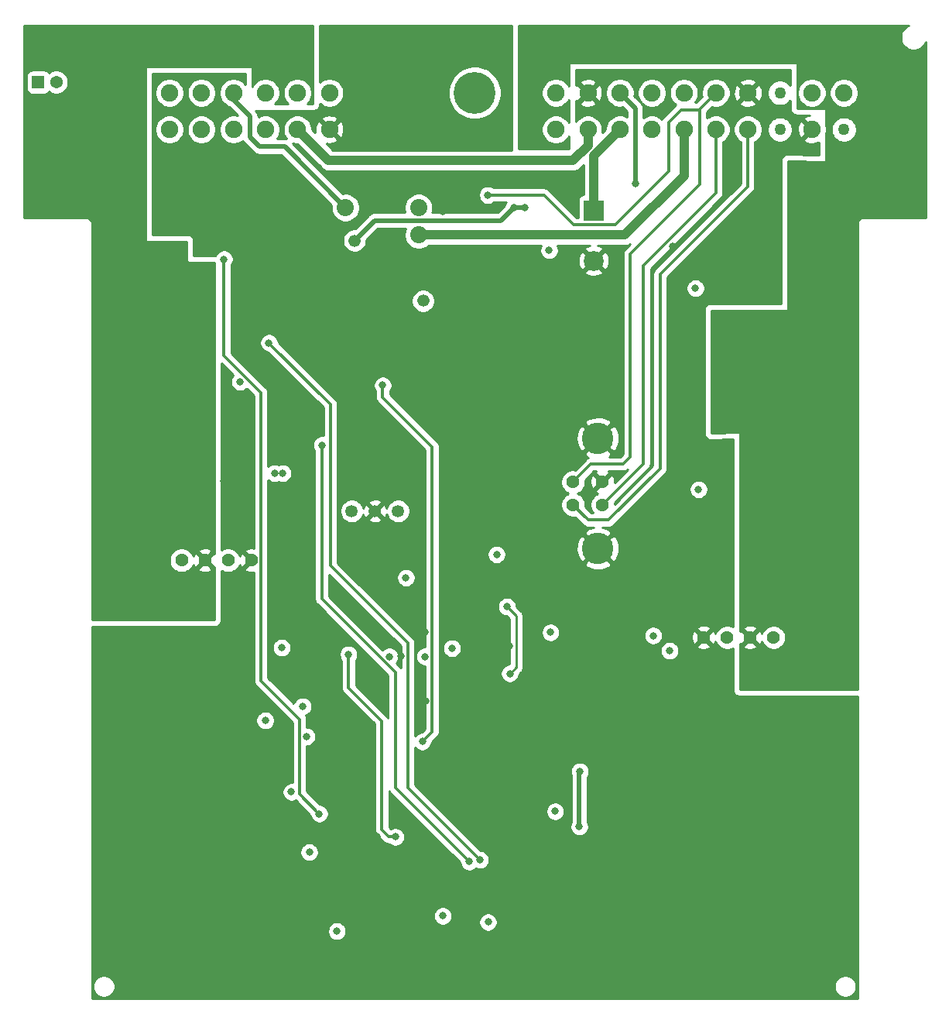
<source format=gbl>
G04 #@! TF.GenerationSoftware,KiCad,Pcbnew,(5.1.6-0-10_14)*
G04 #@! TF.CreationDate,2020-09-25T20:25:35+02:00*
G04 #@! TF.ProjectId,CHAdeMO_V2.0,43484164-654d-44f5-9f56-322e302e6b69,rev?*
G04 #@! TF.SameCoordinates,Original*
G04 #@! TF.FileFunction,Copper,L4,Bot*
G04 #@! TF.FilePolarity,Positive*
%FSLAX46Y46*%
G04 Gerber Fmt 4.6, Leading zero omitted, Abs format (unit mm)*
G04 Created by KiCad (PCBNEW (5.1.6-0-10_14)) date 2020-09-25 20:25:35*
%MOMM*%
%LPD*%
G01*
G04 APERTURE LIST*
G04 #@! TA.AperFunction,ComponentPad*
%ADD10C,1.875000*%
G04 #@! TD*
G04 #@! TA.AperFunction,ComponentPad*
%ADD11C,1.333000*%
G04 #@! TD*
G04 #@! TA.AperFunction,ComponentPad*
%ADD12C,1.350000*%
G04 #@! TD*
G04 #@! TA.AperFunction,ComponentPad*
%ADD13C,4.575000*%
G04 #@! TD*
G04 #@! TA.AperFunction,ComponentPad*
%ADD14C,1.905000*%
G04 #@! TD*
G04 #@! TA.AperFunction,ComponentPad*
%ADD15C,1.270000*%
G04 #@! TD*
G04 #@! TA.AperFunction,ComponentPad*
%ADD16C,1.368000*%
G04 #@! TD*
G04 #@! TA.AperFunction,ComponentPad*
%ADD17R,1.368000X1.368000*%
G04 #@! TD*
G04 #@! TA.AperFunction,ComponentPad*
%ADD18C,2.175000*%
G04 #@! TD*
G04 #@! TA.AperFunction,ComponentPad*
%ADD19R,2.175000X2.175000*%
G04 #@! TD*
G04 #@! TA.AperFunction,ComponentPad*
%ADD20C,1.430000*%
G04 #@! TD*
G04 #@! TA.AperFunction,ComponentPad*
%ADD21C,3.450000*%
G04 #@! TD*
G04 #@! TA.AperFunction,ComponentPad*
%ADD22C,1.431000*%
G04 #@! TD*
G04 #@! TA.AperFunction,ViaPad*
%ADD23C,0.800000*%
G04 #@! TD*
G04 #@! TA.AperFunction,Conductor*
%ADD24C,0.300000*%
G04 #@! TD*
G04 #@! TA.AperFunction,Conductor*
%ADD25C,1.000000*%
G04 #@! TD*
G04 #@! TA.AperFunction,Conductor*
%ADD26C,0.500000*%
G04 #@! TD*
G04 #@! TA.AperFunction,Conductor*
%ADD27C,0.250000*%
G04 #@! TD*
G04 #@! TA.AperFunction,Conductor*
%ADD28C,0.254000*%
G04 #@! TD*
G04 APERTURE END LIST*
D10*
G04 #@! TO.P,K1,5*
G04 #@! TO.N,/CHAdeMO_contactors_GND*
X93868000Y-65541600D03*
G04 #@! TO.P,K1,4*
G04 #@! TO.N,/CHAdeMO-CHARGE-START2_IN2*
X85868000Y-62541600D03*
G04 #@! TO.P,K1,3*
G04 #@! TO.N,Net-(K1-Pad3)*
X93868000Y-62541600D03*
D11*
G04 #@! TO.P,K1,2*
G04 #@! TO.N,/Relay_CHAdeMO_contactors_GND*
X94368000Y-72741600D03*
G04 #@! TO.P,K1,1*
G04 #@! TO.N,+12V*
X86868000Y-66141600D03*
G04 #@! TD*
D12*
G04 #@! TO.P,PS3,3*
G04 #@! TO.N,+3V3*
X86563200Y-95707200D03*
G04 #@! TO.P,PS3,2*
G04 #@! TO.N,Earth*
X89103200Y-95707200D03*
G04 #@! TO.P,PS3,1*
G04 #@! TO.N,Net-(L9-Pad2)*
X91643200Y-95707200D03*
G04 #@! TD*
D13*
G04 #@! TO.P,J2,MH1*
G04 #@! TO.N,Net-(J2-PadMH1)*
X100000000Y-50000000D03*
D14*
G04 #@! TO.P,J2,A20*
G04 #@! TO.N,/CAN0_N*
X108890000Y-50000000D03*
G04 #@! TO.P,J2,A19*
G04 #@! TO.N,Earth*
X112390000Y-50000000D03*
G04 #@! TO.P,J2,A18*
G04 #@! TO.N,/CHAdeMO_contactor2-feedbackIN*
X115890000Y-50000000D03*
G04 #@! TO.P,J2,A17*
G04 #@! TO.N,/ACTIVE-LOW-WAKEUP*
X119390000Y-50000000D03*
G04 #@! TO.P,J2,A16*
G04 #@! TO.N,/CHAdeMO_contactor1-feedbackIN*
X122890000Y-50000000D03*
G04 #@! TO.P,J2,A15*
G04 #@! TO.N,+5V_USB*
X126390000Y-50000000D03*
G04 #@! TO.P,J2,A14*
G04 #@! TO.N,Earth*
X129890000Y-50000000D03*
D15*
G04 #@! TO.P,J2,A13*
G04 #@! TO.N,Net-(J2-PadA13)*
X133390000Y-50000000D03*
D14*
G04 #@! TO.P,J2,A12*
G04 #@! TO.N,/CAN0_N*
X136890000Y-50000000D03*
G04 #@! TO.P,J2,A11*
G04 #@! TO.N,/CAN0_P*
X140390000Y-50000000D03*
G04 #@! TO.P,J2,A10*
X108890000Y-54000000D03*
G04 #@! TO.P,J2,A9*
G04 #@! TO.N,/CHAdeMO-CHARGE-START1_IN1*
X112390000Y-54000000D03*
G04 #@! TO.P,J2,A8*
G04 #@! TO.N,/CAR-12V_always-on*
X115890000Y-54000000D03*
G04 #@! TO.P,J2,A7*
G04 #@! TO.N,Net-(F2-Pad1)*
X119390000Y-54000000D03*
G04 #@! TO.P,J2,A6*
G04 #@! TO.N,/CHAdeMO_contactors_GND*
X122890000Y-54000000D03*
G04 #@! TO.P,J2,A5*
G04 #@! TO.N,/USB_D+*
X126390000Y-54000000D03*
G04 #@! TO.P,J2,A4*
G04 #@! TO.N,/USB_D-*
X129890000Y-54000000D03*
D15*
G04 #@! TO.P,J2,A3*
G04 #@! TO.N,Net-(J2-PadA3)*
X133390000Y-54000000D03*
D14*
G04 #@! TO.P,J2,A2*
G04 #@! TO.N,Earth*
X136890000Y-54000000D03*
D15*
G04 #@! TO.P,J2,A1*
G04 #@! TO.N,Net-(J2-PadA1)*
X140390000Y-54000000D03*
D14*
G04 #@! TO.P,J2,B12*
G04 #@! TO.N,Net-(J2-PadB12)*
X66620000Y-50000000D03*
G04 #@! TO.P,J2,B11*
G04 #@! TO.N,Net-(J2-PadB11)*
X70120000Y-50000000D03*
G04 #@! TO.P,J2,B10*
G04 #@! TO.N,/CHAdeMO-CHARGE-START2_IN2*
X73620000Y-50000000D03*
G04 #@! TO.P,J2,B9*
G04 #@! TO.N,/CAN1_N*
X77120000Y-50000000D03*
G04 #@! TO.P,J2,B8*
G04 #@! TO.N,/CAN1_P*
X80620000Y-50000000D03*
G04 #@! TO.P,J2,B7*
G04 #@! TO.N,/CHAdeMO_PROXIMITY*
X84120000Y-50000000D03*
G04 #@! TO.P,J2,B6*
G04 #@! TO.N,Net-(J2-PadB6)*
X66620000Y-54000000D03*
G04 #@! TO.P,J2,B5*
G04 #@! TO.N,Net-(J2-PadB5)*
X70120000Y-54000000D03*
G04 #@! TO.P,J2,B4*
G04 #@! TO.N,/CHAdeMO_charge_enable*
X73620000Y-54000000D03*
G04 #@! TO.P,J2,B3*
G04 #@! TO.N,Net-(J2-PadB3)*
X77120000Y-54000000D03*
G04 #@! TO.P,J2,B2*
G04 #@! TO.N,/CHAdeMO-CHARGE-START1_IN1*
X80620000Y-54000000D03*
G04 #@! TO.P,J2,B1*
G04 #@! TO.N,Earth*
X84120000Y-54000000D03*
G04 #@! TD*
D16*
G04 #@! TO.P,J4,2*
G04 #@! TO.N,/CAN1_N*
X54255700Y-48827600D03*
D17*
G04 #@! TO.P,J4,1*
G04 #@! TO.N,/CAN1_P*
X52255700Y-48827600D03*
G04 #@! TD*
D18*
G04 #@! TO.P,J3,2*
G04 #@! TO.N,Earth*
X113030000Y-68339600D03*
D19*
G04 #@! TO.P,J3,1*
G04 #@! TO.N,/CAR-12V_always-on*
X113030000Y-62839600D03*
G04 #@! TD*
D20*
G04 #@! TO.P,PS1,4*
G04 #@! TO.N,+5V_0*
X132689600Y-109524800D03*
G04 #@! TO.P,PS1,3*
G04 #@! TO.N,GND_CAN0*
X130149600Y-109524800D03*
G04 #@! TO.P,PS1,2*
G04 #@! TO.N,Net-(C38-Pad2)*
X127609600Y-109524800D03*
G04 #@! TO.P,PS1,1*
G04 #@! TO.N,Earth*
X125069600Y-109524800D03*
G04 #@! TD*
G04 #@! TO.P,PS2,4*
G04 #@! TO.N,+5V_1*
X67945000Y-101092000D03*
G04 #@! TO.P,PS2,3*
G04 #@! TO.N,GND_CAN1*
X70485000Y-101092000D03*
G04 #@! TO.P,PS2,2*
G04 #@! TO.N,Net-(C39-Pad2)*
X73025000Y-101092000D03*
G04 #@! TO.P,PS2,1*
G04 #@! TO.N,Earth*
X75565000Y-101092000D03*
G04 #@! TD*
D21*
G04 #@! TO.P,J1,6*
G04 #@! TO.N,Earth*
X113479400Y-87762200D03*
G04 #@! TO.P,J1,5*
X113479400Y-99802200D03*
D22*
G04 #@! TO.P,J1,4*
X113969400Y-92532200D03*
G04 #@! TO.P,J1,3*
G04 #@! TO.N,/USB_D+*
X113969400Y-95032200D03*
G04 #@! TO.P,J1,2*
G04 #@! TO.N,/USB_D-*
X110769400Y-95032200D03*
G04 #@! TO.P,J1,1*
G04 #@! TO.N,+5V_USB*
X110769400Y-92532200D03*
G04 #@! TD*
D23*
G04 #@! TO.N,Earth*
X121221500Y-96202500D03*
X71120000Y-61468000D03*
X124777500Y-78359000D03*
X122174000Y-78359000D03*
X89281000Y-131318000D03*
X88836500Y-118999000D03*
X105600500Y-118491000D03*
X79184500Y-124206000D03*
X78562200Y-126365000D03*
X87185500Y-117475000D03*
X76085700Y-116560600D03*
X101855510Y-116550200D03*
X100388847Y-116369000D03*
X94615000Y-116484400D03*
X94564200Y-108915200D03*
X97510600Y-107950000D03*
X91948000Y-111556800D03*
X87376000Y-113461800D03*
X98780600Y-104546400D03*
X93649800Y-106172000D03*
X100914200Y-110540800D03*
X103809800Y-110490000D03*
X107569000Y-111302800D03*
X82270600Y-114706400D03*
X82219800Y-130556000D03*
X82296000Y-135432800D03*
X124307600Y-98806000D03*
X105689400Y-128930400D03*
X96189800Y-135026400D03*
X94157800Y-140055600D03*
X113080800Y-112623600D03*
X87122000Y-133477000D03*
X109677200Y-116738400D03*
X110617000Y-118745000D03*
X97001500Y-116380002D03*
X127723900Y-105524300D03*
X121640600Y-66802000D03*
X103098600Y-67208400D03*
X96494600Y-62992000D03*
X72593200Y-92405200D03*
X74269600Y-85013800D03*
X85420200Y-89230200D03*
X73888600Y-73533000D03*
X108204000Y-86080600D03*
X91821000Y-81965800D03*
X101625400Y-106197400D03*
X114554000Y-129870200D03*
X100584000Y-94691200D03*
X63309500Y-148018500D03*
X77393800Y-148018500D03*
X91478100Y-148018500D03*
X105562400Y-148018500D03*
X60007500Y-132651500D03*
X60007500Y-121602500D03*
X60007500Y-110553500D03*
X133731000Y-148018500D03*
X119646700Y-148018500D03*
X60007500Y-143700500D03*
X140462000Y-143700500D03*
X140462000Y-132651500D03*
X140462000Y-121602500D03*
X97091500Y-44577000D03*
X88773000Y-44577000D03*
X88773000Y-55943500D03*
X131762500Y-62484000D03*
X97001500Y-126619000D03*
X102425500Y-124155200D03*
X97091500Y-55943500D03*
G04 #@! TO.N,+3V3*
X74345800Y-81584800D03*
X79949000Y-126413500D03*
X81610200Y-120345200D03*
X77101700Y-118592600D03*
X97510600Y-110693200D03*
X90678000Y-111607600D03*
X94564200Y-111607600D03*
X108305600Y-108966000D03*
X81203800Y-117043200D03*
X81915000Y-132994400D03*
X108813600Y-128524000D03*
X96520000Y-139954000D03*
X92481400Y-102997000D03*
X78892400Y-110642400D03*
X101473000Y-140639800D03*
X108153200Y-67208400D03*
X119532400Y-109321600D03*
X121335800Y-110972600D03*
X124485400Y-93345000D03*
X78968600Y-91567000D03*
X78130400Y-91567000D03*
X102412800Y-100457000D03*
X124155200Y-71348600D03*
X84937600Y-141630400D03*
G04 #@! TO.N,/CAN1-TX*
X91338400Y-131318000D03*
X86207600Y-111379000D03*
G04 #@! TO.N,+12V*
X105460800Y-62534800D03*
X104317800Y-62534800D03*
G04 #@! TO.N,/VDD_OUT*
X111455200Y-130200400D03*
X111506000Y-124155200D03*
G04 #@! TO.N,/CHAdeMO-charge-enable-signal_D48*
X72593200Y-68173600D03*
X83007200Y-128803400D03*
G04 #@! TO.N,/relay-CHAdeMO-contactors-signal_D49*
X94284800Y-120904000D03*
X89941400Y-81965800D03*
G04 #@! TO.N,/CHAdeMO-charge-start1_3.3Vsignal_IN1_D6*
X77495400Y-77317600D03*
X100568219Y-133848381D03*
G04 #@! TO.N,/CHAdeMO-charge-start2_3.3Vsignal_IN2_D7*
X83286600Y-88493600D03*
X99415600Y-134035800D03*
G04 #@! TO.N,GND_CAN1*
X68262500Y-68834000D03*
X54673500Y-52451000D03*
X64109600Y-78359000D03*
X53263800Y-55829200D03*
X69291200Y-88900000D03*
X60007500Y-96985666D03*
X60007500Y-83417833D03*
X60007500Y-69850000D03*
X51816000Y-62484000D03*
G04 #@! TO.N,GND_CAN0*
X105981500Y-43497500D03*
X108902500Y-52006500D03*
X109918500Y-46228000D03*
X106172000Y-54991000D03*
X127381000Y-74993500D03*
X138633200Y-60190854D03*
X135382000Y-90424000D03*
X140081000Y-110553500D03*
X140081000Y-96985666D03*
X140081000Y-83417833D03*
X140081000Y-69850000D03*
X147828000Y-62484000D03*
X147828000Y-49720500D03*
X140081000Y-43497500D03*
G04 #@! TO.N,+5V_USB*
X101447600Y-61163200D03*
G04 #@! TO.N,Net-(C13-Pad1)*
X103530400Y-106146600D03*
X103855500Y-113474500D03*
G04 #@! TO.N,/CHAdeMO_contactor2-feedbackIN*
X117576600Y-59893200D03*
G04 #@! TD*
D24*
G04 #@! TO.N,/CAN1-TX*
X89852500Y-130568700D02*
X90601800Y-131318000D01*
X90601800Y-131318000D02*
X91338400Y-131318000D01*
X89852500Y-118706900D02*
X89852500Y-130568700D01*
X86207600Y-115062000D02*
X89852500Y-118706900D01*
X86207600Y-111379000D02*
X86207600Y-115062000D01*
G04 #@! TO.N,/USB_D+*
X118470800Y-68861798D02*
X118470800Y-90530800D01*
X126390400Y-60942198D02*
X118470800Y-68861798D01*
X126390400Y-54000400D02*
X126390400Y-60942198D01*
X118470800Y-90530800D02*
X113969400Y-95032200D01*
X126390000Y-54000000D02*
X126390400Y-54000400D01*
G04 #@! TO.N,/USB_D-*
X129890000Y-60229000D02*
X129890000Y-54000000D01*
X110769400Y-95032200D02*
X112435000Y-96697800D01*
X114668300Y-96697800D02*
X120269000Y-91097100D01*
X120269000Y-69850000D02*
X129890000Y-60229000D01*
X112435000Y-96697800D02*
X114668300Y-96697800D01*
X120269000Y-91097100D02*
X120269000Y-69850000D01*
D25*
G04 #@! TO.N,/CAR-12V_always-on*
X113030000Y-56860000D02*
X115890000Y-54000000D01*
X113030000Y-62839600D02*
X113030000Y-56860000D01*
D26*
G04 #@! TO.N,+12V*
X86868000Y-66141600D02*
X89052400Y-63957200D01*
X102895400Y-63957200D02*
X102590600Y-63957200D01*
X104317800Y-62534800D02*
X102895400Y-63957200D01*
X104317800Y-62534800D02*
X105460800Y-62534800D01*
X89052400Y-63957200D02*
X102590600Y-63957200D01*
G04 #@! TO.N,/VDD_OUT*
X111455200Y-127330200D02*
X111455200Y-130200400D01*
X111506000Y-124155200D02*
X111455200Y-124206000D01*
X111455200Y-124206000D02*
X111455200Y-127330200D01*
D25*
G04 #@! TO.N,/CHAdeMO-CHARGE-START1_IN1*
X112390000Y-55758000D02*
X112390000Y-54000000D01*
X110744000Y-57404000D02*
X112390000Y-55758000D01*
X84024000Y-57404000D02*
X110744000Y-57404000D01*
X80620000Y-54000000D02*
X84024000Y-57404000D01*
G04 #@! TO.N,/CHAdeMO_contactors_GND*
X122890000Y-59101000D02*
X122890000Y-54000000D01*
X116449400Y-65541600D02*
X122890000Y-59101000D01*
X93868000Y-65541600D02*
X116449400Y-65541600D01*
D24*
G04 #@! TO.N,/CHAdeMO-charge-enable-signal_D48*
X76630001Y-82776801D02*
X76630001Y-114254999D01*
X72593200Y-78740000D02*
X76630001Y-82776801D01*
X72593200Y-68173600D02*
X72593200Y-78740000D01*
X80860199Y-118485197D02*
X79244201Y-116869199D01*
X80860199Y-126656399D02*
X80860199Y-118485197D01*
X83007200Y-128803400D02*
X80860199Y-126656399D01*
X76630001Y-114254999D02*
X79244201Y-116869199D01*
G04 #@! TO.N,/relay-CHAdeMO-contactors-signal_D49*
X95365001Y-88684801D02*
X89941400Y-83261200D01*
X95365001Y-119823799D02*
X95365001Y-88684801D01*
X89941400Y-83261200D02*
X89941400Y-81965800D01*
X94284800Y-120904000D02*
X95365001Y-119823799D01*
D26*
G04 #@! TO.N,/CHAdeMO-CHARGE-START2_IN2*
X73620000Y-50760000D02*
X73620000Y-50000000D01*
X75438000Y-52578000D02*
X73620000Y-50760000D01*
X85868000Y-62541600D02*
X79206400Y-55880000D01*
X75438000Y-54864000D02*
X75438000Y-52578000D01*
X76454000Y-55880000D02*
X75438000Y-54864000D01*
X79206400Y-55880000D02*
X76454000Y-55880000D01*
D24*
G04 #@! TO.N,/CHAdeMO-charge-start1_3.3Vsignal_IN1_D6*
X84239100Y-84061300D02*
X77495400Y-77317600D01*
X84239100Y-101688900D02*
X84239100Y-84061300D01*
X92698001Y-110147801D02*
X84239100Y-101688900D01*
X92698001Y-125978163D02*
X92698001Y-110147801D01*
X100568219Y-133848381D02*
X92698001Y-125978163D01*
G04 #@! TO.N,/CHAdeMO-charge-start2_3.3Vsignal_IN2_D7*
X91313000Y-113352602D02*
X83286600Y-105326202D01*
X91313000Y-125933200D02*
X91313000Y-113352602D01*
X83286600Y-105326202D02*
X83286600Y-88493600D01*
X99415600Y-134035800D02*
X91313000Y-125933200D01*
G04 #@! TO.N,+5V_USB*
X116205000Y-90576400D02*
X112725200Y-90576400D01*
X112725200Y-90576400D02*
X110769400Y-92532200D01*
X116992400Y-67640200D02*
X116992400Y-89789000D01*
X116992400Y-89789000D02*
X116205000Y-90576400D01*
X124612400Y-60020200D02*
X116992400Y-67640200D01*
X126390000Y-50000000D02*
X124612400Y-51777600D01*
X124612400Y-51777600D02*
X124612400Y-52222400D01*
X124612400Y-52222400D02*
X124612400Y-60020200D01*
X110845600Y-64414400D02*
X107594400Y-61163200D01*
X121208800Y-58572400D02*
X115366800Y-64414400D01*
X121208800Y-53187600D02*
X121208800Y-58572400D01*
X122555000Y-51841400D02*
X121208800Y-53187600D01*
X107594400Y-61163200D02*
X101447600Y-61163200D01*
X115366800Y-64414400D02*
X110845600Y-64414400D01*
X124612400Y-51841400D02*
X122555000Y-51841400D01*
D27*
G04 #@! TO.N,Net-(C13-Pad1)*
X104571800Y-107188000D02*
X103530400Y-106146600D01*
X104571800Y-112758200D02*
X104571800Y-107188000D01*
X103855500Y-113474500D02*
X104571800Y-112758200D01*
D26*
G04 #@! TO.N,/CHAdeMO_contactor2-feedbackIN*
X117576600Y-51686600D02*
X115890000Y-50000000D01*
X117576600Y-59893200D02*
X117576600Y-51686600D01*
G04 #@! TD*
D28*
G04 #@! TO.N,Earth*
G36*
X134493000Y-49136224D02*
G01*
X134475120Y-49109465D01*
X134280535Y-48914880D01*
X134051727Y-48761995D01*
X133797490Y-48656686D01*
X133527592Y-48603000D01*
X133252408Y-48603000D01*
X132982510Y-48656686D01*
X132728273Y-48761995D01*
X132499465Y-48914880D01*
X132304880Y-49109465D01*
X132151995Y-49338273D01*
X132046686Y-49592510D01*
X131993000Y-49862408D01*
X131993000Y-50137592D01*
X132046686Y-50407490D01*
X132151995Y-50661727D01*
X132304880Y-50890535D01*
X132499465Y-51085120D01*
X132728273Y-51238005D01*
X132982510Y-51343314D01*
X133252408Y-51397000D01*
X133527592Y-51397000D01*
X133797490Y-51343314D01*
X134051727Y-51238005D01*
X134280535Y-51085120D01*
X134475120Y-50890535D01*
X134493000Y-50863776D01*
X134493000Y-51790602D01*
X134505201Y-51914485D01*
X134541337Y-52033606D01*
X134600017Y-52143389D01*
X134678987Y-52239615D01*
X134775213Y-52318585D01*
X134884996Y-52377266D01*
X135004118Y-52413401D01*
X135128000Y-52425602D01*
X136685901Y-52425601D01*
X136515815Y-52449328D01*
X136220484Y-52552123D01*
X136058098Y-52638919D01*
X135968070Y-52898465D01*
X136890000Y-53820395D01*
X136904143Y-53806253D01*
X137083748Y-53985858D01*
X137069605Y-54000000D01*
X137083748Y-54014143D01*
X136904143Y-54193748D01*
X136890000Y-54179605D01*
X135968070Y-55101535D01*
X136058098Y-55361081D01*
X136339616Y-55497224D01*
X136642286Y-55575829D01*
X136954474Y-55593877D01*
X137264185Y-55550672D01*
X137559516Y-55447877D01*
X137642600Y-55403468D01*
X137642600Y-56751441D01*
X134116840Y-56724568D01*
X133988118Y-56736751D01*
X133868996Y-56772886D01*
X133759213Y-56831567D01*
X133662987Y-56910537D01*
X133584017Y-57006763D01*
X133525336Y-57116546D01*
X133489201Y-57235668D01*
X133477000Y-57359550D01*
X133477000Y-73025000D01*
X125730000Y-73025000D01*
X125606118Y-73037201D01*
X125486996Y-73073336D01*
X125377213Y-73132017D01*
X125280987Y-73210987D01*
X125202017Y-73307213D01*
X125143336Y-73416996D01*
X125107201Y-73536118D01*
X125095000Y-73660000D01*
X125095000Y-87274400D01*
X125107956Y-87402017D01*
X125144805Y-87520920D01*
X125204143Y-87630349D01*
X125283689Y-87726099D01*
X125380387Y-87804490D01*
X125490520Y-87862511D01*
X125609857Y-87897931D01*
X125733810Y-87909389D01*
X128270000Y-87894172D01*
X128270000Y-108342434D01*
X128249065Y-108328446D01*
X128003380Y-108226680D01*
X127742563Y-108174800D01*
X127476637Y-108174800D01*
X127215820Y-108226680D01*
X126970135Y-108328446D01*
X126749025Y-108476187D01*
X126560987Y-108664225D01*
X126413246Y-108885335D01*
X126338858Y-109064925D01*
X126292739Y-108938194D01*
X126236886Y-108833698D01*
X126001588Y-108772417D01*
X125249205Y-109524800D01*
X126001588Y-110277183D01*
X126236886Y-110215902D01*
X126341617Y-109991337D01*
X126413246Y-110164265D01*
X126560987Y-110385375D01*
X126749025Y-110573413D01*
X126970135Y-110721154D01*
X127215820Y-110822920D01*
X127476637Y-110874800D01*
X127742563Y-110874800D01*
X128003380Y-110822920D01*
X128249065Y-110721154D01*
X128270000Y-110707166D01*
X128270000Y-115309650D01*
X128282165Y-115433348D01*
X128318264Y-115552480D01*
X128376912Y-115662280D01*
X128455854Y-115758530D01*
X128552056Y-115837528D01*
X128661822Y-115896241D01*
X128780933Y-115932412D01*
X128904812Y-115944650D01*
X141865000Y-115948496D01*
X141865000Y-148984500D01*
X58135000Y-148984500D01*
X58135000Y-147550727D01*
X58239000Y-147550727D01*
X58239000Y-147789273D01*
X58285538Y-148023236D01*
X58376825Y-148243624D01*
X58509354Y-148441968D01*
X58678032Y-148610646D01*
X58876376Y-148743175D01*
X59096764Y-148834462D01*
X59330727Y-148881000D01*
X59569273Y-148881000D01*
X59803236Y-148834462D01*
X60023624Y-148743175D01*
X60221968Y-148610646D01*
X60390646Y-148441968D01*
X60523175Y-148243624D01*
X60614462Y-148023236D01*
X60661000Y-147789273D01*
X60661000Y-147550727D01*
X139339000Y-147550727D01*
X139339000Y-147789273D01*
X139385538Y-148023236D01*
X139476825Y-148243624D01*
X139609354Y-148441968D01*
X139778032Y-148610646D01*
X139976376Y-148743175D01*
X140196764Y-148834462D01*
X140430727Y-148881000D01*
X140669273Y-148881000D01*
X140903236Y-148834462D01*
X141123624Y-148743175D01*
X141321968Y-148610646D01*
X141490646Y-148441968D01*
X141623175Y-148243624D01*
X141714462Y-148023236D01*
X141761000Y-147789273D01*
X141761000Y-147550727D01*
X141714462Y-147316764D01*
X141623175Y-147096376D01*
X141490646Y-146898032D01*
X141321968Y-146729354D01*
X141123624Y-146596825D01*
X140903236Y-146505538D01*
X140669273Y-146459000D01*
X140430727Y-146459000D01*
X140196764Y-146505538D01*
X139976376Y-146596825D01*
X139778032Y-146729354D01*
X139609354Y-146898032D01*
X139476825Y-147096376D01*
X139385538Y-147316764D01*
X139339000Y-147550727D01*
X60661000Y-147550727D01*
X60614462Y-147316764D01*
X60523175Y-147096376D01*
X60390646Y-146898032D01*
X60221968Y-146729354D01*
X60023624Y-146596825D01*
X59803236Y-146505538D01*
X59569273Y-146459000D01*
X59330727Y-146459000D01*
X59096764Y-146505538D01*
X58876376Y-146596825D01*
X58678032Y-146729354D01*
X58509354Y-146898032D01*
X58376825Y-147096376D01*
X58285538Y-147316764D01*
X58239000Y-147550727D01*
X58135000Y-147550727D01*
X58135000Y-141528461D01*
X83902600Y-141528461D01*
X83902600Y-141732339D01*
X83942374Y-141932298D01*
X84020395Y-142120656D01*
X84133663Y-142290174D01*
X84277826Y-142434337D01*
X84447344Y-142547605D01*
X84635702Y-142625626D01*
X84835661Y-142665400D01*
X85039539Y-142665400D01*
X85239498Y-142625626D01*
X85427856Y-142547605D01*
X85597374Y-142434337D01*
X85741537Y-142290174D01*
X85854805Y-142120656D01*
X85932826Y-141932298D01*
X85972600Y-141732339D01*
X85972600Y-141528461D01*
X85932826Y-141328502D01*
X85854805Y-141140144D01*
X85741537Y-140970626D01*
X85597374Y-140826463D01*
X85427856Y-140713195D01*
X85239498Y-140635174D01*
X85039539Y-140595400D01*
X84835661Y-140595400D01*
X84635702Y-140635174D01*
X84447344Y-140713195D01*
X84277826Y-140826463D01*
X84133663Y-140970626D01*
X84020395Y-141140144D01*
X83942374Y-141328502D01*
X83902600Y-141528461D01*
X58135000Y-141528461D01*
X58135000Y-139852061D01*
X95485000Y-139852061D01*
X95485000Y-140055939D01*
X95524774Y-140255898D01*
X95602795Y-140444256D01*
X95716063Y-140613774D01*
X95860226Y-140757937D01*
X96029744Y-140871205D01*
X96218102Y-140949226D01*
X96418061Y-140989000D01*
X96621939Y-140989000D01*
X96821898Y-140949226D01*
X97010256Y-140871205D01*
X97179774Y-140757937D01*
X97323937Y-140613774D01*
X97374660Y-140537861D01*
X100438000Y-140537861D01*
X100438000Y-140741739D01*
X100477774Y-140941698D01*
X100555795Y-141130056D01*
X100669063Y-141299574D01*
X100813226Y-141443737D01*
X100982744Y-141557005D01*
X101171102Y-141635026D01*
X101371061Y-141674800D01*
X101574939Y-141674800D01*
X101774898Y-141635026D01*
X101963256Y-141557005D01*
X102132774Y-141443737D01*
X102276937Y-141299574D01*
X102390205Y-141130056D01*
X102468226Y-140941698D01*
X102508000Y-140741739D01*
X102508000Y-140537861D01*
X102468226Y-140337902D01*
X102390205Y-140149544D01*
X102276937Y-139980026D01*
X102132774Y-139835863D01*
X101963256Y-139722595D01*
X101774898Y-139644574D01*
X101574939Y-139604800D01*
X101371061Y-139604800D01*
X101171102Y-139644574D01*
X100982744Y-139722595D01*
X100813226Y-139835863D01*
X100669063Y-139980026D01*
X100555795Y-140149544D01*
X100477774Y-140337902D01*
X100438000Y-140537861D01*
X97374660Y-140537861D01*
X97437205Y-140444256D01*
X97515226Y-140255898D01*
X97555000Y-140055939D01*
X97555000Y-139852061D01*
X97515226Y-139652102D01*
X97437205Y-139463744D01*
X97323937Y-139294226D01*
X97179774Y-139150063D01*
X97010256Y-139036795D01*
X96821898Y-138958774D01*
X96621939Y-138919000D01*
X96418061Y-138919000D01*
X96218102Y-138958774D01*
X96029744Y-139036795D01*
X95860226Y-139150063D01*
X95716063Y-139294226D01*
X95602795Y-139463744D01*
X95524774Y-139652102D01*
X95485000Y-139852061D01*
X58135000Y-139852061D01*
X58135000Y-132892461D01*
X80880000Y-132892461D01*
X80880000Y-133096339D01*
X80919774Y-133296298D01*
X80997795Y-133484656D01*
X81111063Y-133654174D01*
X81255226Y-133798337D01*
X81424744Y-133911605D01*
X81613102Y-133989626D01*
X81813061Y-134029400D01*
X82016939Y-134029400D01*
X82216898Y-133989626D01*
X82405256Y-133911605D01*
X82574774Y-133798337D01*
X82718937Y-133654174D01*
X82832205Y-133484656D01*
X82910226Y-133296298D01*
X82950000Y-133096339D01*
X82950000Y-132892461D01*
X82910226Y-132692502D01*
X82832205Y-132504144D01*
X82718937Y-132334626D01*
X82574774Y-132190463D01*
X82405256Y-132077195D01*
X82216898Y-131999174D01*
X82016939Y-131959400D01*
X81813061Y-131959400D01*
X81613102Y-131999174D01*
X81424744Y-132077195D01*
X81255226Y-132190463D01*
X81111063Y-132334626D01*
X80997795Y-132504144D01*
X80919774Y-132692502D01*
X80880000Y-132892461D01*
X58135000Y-132892461D01*
X58135000Y-118490661D01*
X76066700Y-118490661D01*
X76066700Y-118694539D01*
X76106474Y-118894498D01*
X76184495Y-119082856D01*
X76297763Y-119252374D01*
X76441926Y-119396537D01*
X76611444Y-119509805D01*
X76799802Y-119587826D01*
X76999761Y-119627600D01*
X77203639Y-119627600D01*
X77403598Y-119587826D01*
X77591956Y-119509805D01*
X77761474Y-119396537D01*
X77905637Y-119252374D01*
X78018905Y-119082856D01*
X78096926Y-118894498D01*
X78136700Y-118694539D01*
X78136700Y-118490661D01*
X78096926Y-118290702D01*
X78018905Y-118102344D01*
X77905637Y-117932826D01*
X77761474Y-117788663D01*
X77591956Y-117675395D01*
X77403598Y-117597374D01*
X77203639Y-117557600D01*
X76999761Y-117557600D01*
X76799802Y-117597374D01*
X76611444Y-117675395D01*
X76441926Y-117788663D01*
X76297763Y-117932826D01*
X76184495Y-118102344D01*
X76106474Y-118290702D01*
X76066700Y-118490661D01*
X58135000Y-118490661D01*
X58135000Y-108338551D01*
X71627459Y-108350050D01*
X71751882Y-108337849D01*
X71871004Y-108301714D01*
X71980787Y-108243033D01*
X72077013Y-108164063D01*
X72155983Y-108067837D01*
X72214664Y-107958054D01*
X72250799Y-107838932D01*
X72263000Y-107715050D01*
X72263000Y-102206479D01*
X72385535Y-102288354D01*
X72631220Y-102390120D01*
X72892037Y-102442000D01*
X73157963Y-102442000D01*
X73418780Y-102390120D01*
X73664465Y-102288354D01*
X73885575Y-102140613D01*
X74073613Y-101952575D01*
X74221354Y-101731465D01*
X74295742Y-101551875D01*
X74341861Y-101678606D01*
X74397714Y-101783102D01*
X74633012Y-101844383D01*
X75385395Y-101092000D01*
X74633012Y-100339617D01*
X74397714Y-100400898D01*
X74292983Y-100625463D01*
X74221354Y-100452535D01*
X74073613Y-100231425D01*
X73885575Y-100043387D01*
X73664465Y-99895646D01*
X73418780Y-99793880D01*
X73157963Y-99742000D01*
X72892037Y-99742000D01*
X72631220Y-99793880D01*
X72385535Y-99895646D01*
X72263000Y-99977521D01*
X72263000Y-79519957D01*
X73604966Y-80861923D01*
X73541863Y-80925026D01*
X73428595Y-81094544D01*
X73350574Y-81282902D01*
X73310800Y-81482861D01*
X73310800Y-81686739D01*
X73350574Y-81886698D01*
X73428595Y-82075056D01*
X73541863Y-82244574D01*
X73686026Y-82388737D01*
X73855544Y-82502005D01*
X74043902Y-82580026D01*
X74243861Y-82619800D01*
X74447739Y-82619800D01*
X74647698Y-82580026D01*
X74836056Y-82502005D01*
X75005574Y-82388737D01*
X75068677Y-82325634D01*
X75845001Y-83101958D01*
X75845002Y-99770684D01*
X75756794Y-99749095D01*
X75491121Y-99737482D01*
X75228288Y-99777922D01*
X74978394Y-99868861D01*
X74873898Y-99924714D01*
X74812617Y-100160012D01*
X75565000Y-100912395D01*
X75579143Y-100898253D01*
X75758748Y-101077858D01*
X75744605Y-101092000D01*
X75758748Y-101106143D01*
X75579143Y-101285748D01*
X75565000Y-101271605D01*
X74812617Y-102023988D01*
X74873898Y-102259286D01*
X75114903Y-102371684D01*
X75373206Y-102434905D01*
X75638879Y-102446518D01*
X75845002Y-102414804D01*
X75845002Y-114216436D01*
X75841204Y-114254999D01*
X75856360Y-114408885D01*
X75901247Y-114556858D01*
X75901248Y-114556859D01*
X75974140Y-114693232D01*
X76014691Y-114742643D01*
X76047656Y-114782811D01*
X76047660Y-114782815D01*
X76072238Y-114812763D01*
X76102186Y-114837341D01*
X78716388Y-117451544D01*
X78716393Y-117451548D01*
X80075200Y-118810356D01*
X80075199Y-125383326D01*
X80050939Y-125378500D01*
X79847061Y-125378500D01*
X79647102Y-125418274D01*
X79458744Y-125496295D01*
X79289226Y-125609563D01*
X79145063Y-125753726D01*
X79031795Y-125923244D01*
X78953774Y-126111602D01*
X78914000Y-126311561D01*
X78914000Y-126515439D01*
X78953774Y-126715398D01*
X79031795Y-126903756D01*
X79145063Y-127073274D01*
X79289226Y-127217437D01*
X79458744Y-127330705D01*
X79647102Y-127408726D01*
X79847061Y-127448500D01*
X80050939Y-127448500D01*
X80250898Y-127408726D01*
X80428714Y-127335071D01*
X81972200Y-128878558D01*
X81972200Y-128905339D01*
X82011974Y-129105298D01*
X82089995Y-129293656D01*
X82203263Y-129463174D01*
X82347426Y-129607337D01*
X82516944Y-129720605D01*
X82705302Y-129798626D01*
X82905261Y-129838400D01*
X83109139Y-129838400D01*
X83309098Y-129798626D01*
X83497456Y-129720605D01*
X83666974Y-129607337D01*
X83811137Y-129463174D01*
X83924405Y-129293656D01*
X84002426Y-129105298D01*
X84042200Y-128905339D01*
X84042200Y-128701461D01*
X84002426Y-128501502D01*
X83924405Y-128313144D01*
X83811137Y-128143626D01*
X83666974Y-127999463D01*
X83497456Y-127886195D01*
X83309098Y-127808174D01*
X83109139Y-127768400D01*
X83082358Y-127768400D01*
X81645199Y-126331242D01*
X81645199Y-121380200D01*
X81712139Y-121380200D01*
X81912098Y-121340426D01*
X82100456Y-121262405D01*
X82269974Y-121149137D01*
X82414137Y-121004974D01*
X82527405Y-120835456D01*
X82605426Y-120647098D01*
X82645200Y-120447139D01*
X82645200Y-120243261D01*
X82605426Y-120043302D01*
X82527405Y-119854944D01*
X82414137Y-119685426D01*
X82269974Y-119541263D01*
X82100456Y-119427995D01*
X81912098Y-119349974D01*
X81712139Y-119310200D01*
X81645199Y-119310200D01*
X81645199Y-118523749D01*
X81648996Y-118485196D01*
X81645199Y-118446643D01*
X81645199Y-118446636D01*
X81633840Y-118331310D01*
X81588953Y-118183337D01*
X81516061Y-118046964D01*
X81508203Y-118037389D01*
X81694056Y-117960405D01*
X81863574Y-117847137D01*
X82007737Y-117702974D01*
X82121005Y-117533456D01*
X82199026Y-117345098D01*
X82238800Y-117145139D01*
X82238800Y-116941261D01*
X82199026Y-116741302D01*
X82121005Y-116552944D01*
X82007737Y-116383426D01*
X81863574Y-116239263D01*
X81694056Y-116125995D01*
X81505698Y-116047974D01*
X81305739Y-116008200D01*
X81101861Y-116008200D01*
X80901902Y-116047974D01*
X80713544Y-116125995D01*
X80544026Y-116239263D01*
X80399863Y-116383426D01*
X80286595Y-116552944D01*
X80213813Y-116728654D01*
X79826550Y-116341391D01*
X79826546Y-116341386D01*
X77415001Y-113929842D01*
X77415001Y-110540461D01*
X77857400Y-110540461D01*
X77857400Y-110744339D01*
X77897174Y-110944298D01*
X77975195Y-111132656D01*
X78088463Y-111302174D01*
X78232626Y-111446337D01*
X78402144Y-111559605D01*
X78590502Y-111637626D01*
X78790461Y-111677400D01*
X78994339Y-111677400D01*
X79194298Y-111637626D01*
X79382656Y-111559605D01*
X79552174Y-111446337D01*
X79696337Y-111302174D01*
X79809605Y-111132656D01*
X79887626Y-110944298D01*
X79927400Y-110744339D01*
X79927400Y-110540461D01*
X79887626Y-110340502D01*
X79809605Y-110152144D01*
X79696337Y-109982626D01*
X79552174Y-109838463D01*
X79382656Y-109725195D01*
X79194298Y-109647174D01*
X78994339Y-109607400D01*
X78790461Y-109607400D01*
X78590502Y-109647174D01*
X78402144Y-109725195D01*
X78232626Y-109838463D01*
X78088463Y-109982626D01*
X77975195Y-110152144D01*
X77897174Y-110340502D01*
X77857400Y-110540461D01*
X77415001Y-110540461D01*
X77415001Y-92315312D01*
X77470626Y-92370937D01*
X77640144Y-92484205D01*
X77828502Y-92562226D01*
X78028461Y-92602000D01*
X78232339Y-92602000D01*
X78432298Y-92562226D01*
X78549500Y-92513679D01*
X78666702Y-92562226D01*
X78866661Y-92602000D01*
X79070539Y-92602000D01*
X79270498Y-92562226D01*
X79458856Y-92484205D01*
X79628374Y-92370937D01*
X79772537Y-92226774D01*
X79885805Y-92057256D01*
X79963826Y-91868898D01*
X80003600Y-91668939D01*
X80003600Y-91465061D01*
X79963826Y-91265102D01*
X79885805Y-91076744D01*
X79772537Y-90907226D01*
X79628374Y-90763063D01*
X79458856Y-90649795D01*
X79270498Y-90571774D01*
X79070539Y-90532000D01*
X78866661Y-90532000D01*
X78666702Y-90571774D01*
X78549500Y-90620321D01*
X78432298Y-90571774D01*
X78232339Y-90532000D01*
X78028461Y-90532000D01*
X77828502Y-90571774D01*
X77640144Y-90649795D01*
X77470626Y-90763063D01*
X77415001Y-90818688D01*
X77415001Y-82815357D01*
X77418798Y-82776801D01*
X77415001Y-82738241D01*
X77415001Y-82738240D01*
X77409152Y-82678855D01*
X77403643Y-82622914D01*
X77358755Y-82474941D01*
X77330782Y-82422607D01*
X77285863Y-82338568D01*
X77187765Y-82219037D01*
X77157812Y-82194455D01*
X73378200Y-78414843D01*
X73378200Y-77215661D01*
X76460400Y-77215661D01*
X76460400Y-77419539D01*
X76500174Y-77619498D01*
X76578195Y-77807856D01*
X76691463Y-77977374D01*
X76835626Y-78121537D01*
X77005144Y-78234805D01*
X77193502Y-78312826D01*
X77393461Y-78352600D01*
X77420243Y-78352600D01*
X83454101Y-84386459D01*
X83454101Y-87471641D01*
X83388539Y-87458600D01*
X83184661Y-87458600D01*
X82984702Y-87498374D01*
X82796344Y-87576395D01*
X82626826Y-87689663D01*
X82482663Y-87833826D01*
X82369395Y-88003344D01*
X82291374Y-88191702D01*
X82251600Y-88391661D01*
X82251600Y-88595539D01*
X82291374Y-88795498D01*
X82369395Y-88983856D01*
X82482663Y-89153374D01*
X82501601Y-89172312D01*
X82501600Y-105287649D01*
X82497803Y-105326202D01*
X82501600Y-105364755D01*
X82501600Y-105364762D01*
X82512959Y-105480088D01*
X82557846Y-105628061D01*
X82630738Y-105764434D01*
X82728836Y-105883966D01*
X82758790Y-105908549D01*
X90528001Y-113677760D01*
X90528001Y-118305409D01*
X90508362Y-118268667D01*
X90458950Y-118208459D01*
X90434845Y-118179087D01*
X90434842Y-118179084D01*
X90410264Y-118149136D01*
X90380317Y-118124559D01*
X86992600Y-114736843D01*
X86992600Y-112057711D01*
X87011537Y-112038774D01*
X87124805Y-111869256D01*
X87202826Y-111680898D01*
X87242600Y-111480939D01*
X87242600Y-111277061D01*
X87202826Y-111077102D01*
X87124805Y-110888744D01*
X87011537Y-110719226D01*
X86867374Y-110575063D01*
X86697856Y-110461795D01*
X86509498Y-110383774D01*
X86309539Y-110344000D01*
X86105661Y-110344000D01*
X85905702Y-110383774D01*
X85717344Y-110461795D01*
X85547826Y-110575063D01*
X85403663Y-110719226D01*
X85290395Y-110888744D01*
X85212374Y-111077102D01*
X85172600Y-111277061D01*
X85172600Y-111480939D01*
X85212374Y-111680898D01*
X85290395Y-111869256D01*
X85403663Y-112038774D01*
X85422600Y-112057711D01*
X85422601Y-115023437D01*
X85418803Y-115062000D01*
X85433959Y-115215886D01*
X85478846Y-115363859D01*
X85478847Y-115363860D01*
X85551739Y-115500233D01*
X85592290Y-115549644D01*
X85625255Y-115589812D01*
X85625259Y-115589816D01*
X85649837Y-115619764D01*
X85679785Y-115644342D01*
X89067500Y-119032058D01*
X89067501Y-130530137D01*
X89063703Y-130568700D01*
X89078859Y-130722586D01*
X89123746Y-130870559D01*
X89123747Y-130870560D01*
X89196639Y-131006933D01*
X89237190Y-131056344D01*
X89270155Y-131096512D01*
X89270159Y-131096516D01*
X89294737Y-131126464D01*
X89324685Y-131151042D01*
X90019457Y-131845815D01*
X90044036Y-131875764D01*
X90073984Y-131900342D01*
X90073987Y-131900345D01*
X90103359Y-131924450D01*
X90163567Y-131973862D01*
X90299940Y-132046754D01*
X90400291Y-132077195D01*
X90447912Y-132091641D01*
X90462290Y-132093057D01*
X90563239Y-132103000D01*
X90563246Y-132103000D01*
X90601799Y-132106797D01*
X90640352Y-132103000D01*
X90659689Y-132103000D01*
X90678626Y-132121937D01*
X90848144Y-132235205D01*
X91036502Y-132313226D01*
X91236461Y-132353000D01*
X91440339Y-132353000D01*
X91640298Y-132313226D01*
X91828656Y-132235205D01*
X91998174Y-132121937D01*
X92142337Y-131977774D01*
X92255605Y-131808256D01*
X92333626Y-131619898D01*
X92373400Y-131419939D01*
X92373400Y-131216061D01*
X92333626Y-131016102D01*
X92255605Y-130827744D01*
X92142337Y-130658226D01*
X91998174Y-130514063D01*
X91828656Y-130400795D01*
X91640298Y-130322774D01*
X91440339Y-130283000D01*
X91236461Y-130283000D01*
X91036502Y-130322774D01*
X90848144Y-130400795D01*
X90816138Y-130422181D01*
X90637500Y-130243543D01*
X90637500Y-126334691D01*
X90657138Y-126371432D01*
X90755236Y-126490964D01*
X90785190Y-126515547D01*
X98380600Y-134110957D01*
X98380600Y-134137739D01*
X98420374Y-134337698D01*
X98498395Y-134526056D01*
X98611663Y-134695574D01*
X98755826Y-134839737D01*
X98925344Y-134953005D01*
X99113702Y-135031026D01*
X99313661Y-135070800D01*
X99517539Y-135070800D01*
X99717498Y-135031026D01*
X99905856Y-134953005D01*
X100075374Y-134839737D01*
X100128565Y-134786546D01*
X100266321Y-134843607D01*
X100466280Y-134883381D01*
X100670158Y-134883381D01*
X100870117Y-134843607D01*
X101058475Y-134765586D01*
X101227993Y-134652318D01*
X101372156Y-134508155D01*
X101485424Y-134338637D01*
X101563445Y-134150279D01*
X101603219Y-133950320D01*
X101603219Y-133746442D01*
X101563445Y-133546483D01*
X101485424Y-133358125D01*
X101372156Y-133188607D01*
X101227993Y-133044444D01*
X101058475Y-132931176D01*
X100870117Y-132853155D01*
X100670158Y-132813381D01*
X100643377Y-132813381D01*
X97928457Y-130098461D01*
X110420200Y-130098461D01*
X110420200Y-130302339D01*
X110459974Y-130502298D01*
X110537995Y-130690656D01*
X110651263Y-130860174D01*
X110795426Y-131004337D01*
X110964944Y-131117605D01*
X111153302Y-131195626D01*
X111353261Y-131235400D01*
X111557139Y-131235400D01*
X111757098Y-131195626D01*
X111945456Y-131117605D01*
X112114974Y-131004337D01*
X112259137Y-130860174D01*
X112372405Y-130690656D01*
X112450426Y-130502298D01*
X112490200Y-130302339D01*
X112490200Y-130098461D01*
X112450426Y-129898502D01*
X112372405Y-129710144D01*
X112340200Y-129661946D01*
X112340200Y-124769682D01*
X112423205Y-124645456D01*
X112501226Y-124457098D01*
X112541000Y-124257139D01*
X112541000Y-124053261D01*
X112501226Y-123853302D01*
X112423205Y-123664944D01*
X112309937Y-123495426D01*
X112165774Y-123351263D01*
X111996256Y-123237995D01*
X111807898Y-123159974D01*
X111607939Y-123120200D01*
X111404061Y-123120200D01*
X111204102Y-123159974D01*
X111015744Y-123237995D01*
X110846226Y-123351263D01*
X110702063Y-123495426D01*
X110588795Y-123664944D01*
X110510774Y-123853302D01*
X110471000Y-124053261D01*
X110471000Y-124257139D01*
X110510774Y-124457098D01*
X110570200Y-124600564D01*
X110570201Y-127286714D01*
X110570200Y-127286724D01*
X110570201Y-129661944D01*
X110537995Y-129710144D01*
X110459974Y-129898502D01*
X110420200Y-130098461D01*
X97928457Y-130098461D01*
X96252057Y-128422061D01*
X107778600Y-128422061D01*
X107778600Y-128625939D01*
X107818374Y-128825898D01*
X107896395Y-129014256D01*
X108009663Y-129183774D01*
X108153826Y-129327937D01*
X108323344Y-129441205D01*
X108511702Y-129519226D01*
X108711661Y-129559000D01*
X108915539Y-129559000D01*
X109115498Y-129519226D01*
X109303856Y-129441205D01*
X109473374Y-129327937D01*
X109617537Y-129183774D01*
X109730805Y-129014256D01*
X109808826Y-128825898D01*
X109848600Y-128625939D01*
X109848600Y-128422061D01*
X109808826Y-128222102D01*
X109730805Y-128033744D01*
X109617537Y-127864226D01*
X109473374Y-127720063D01*
X109303856Y-127606795D01*
X109115498Y-127528774D01*
X108915539Y-127489000D01*
X108711661Y-127489000D01*
X108511702Y-127528774D01*
X108323344Y-127606795D01*
X108153826Y-127720063D01*
X108009663Y-127864226D01*
X107896395Y-128033744D01*
X107818374Y-128222102D01*
X107778600Y-128422061D01*
X96252057Y-128422061D01*
X93483001Y-125653006D01*
X93483001Y-121565912D01*
X93625026Y-121707937D01*
X93794544Y-121821205D01*
X93982902Y-121899226D01*
X94182861Y-121939000D01*
X94386739Y-121939000D01*
X94586698Y-121899226D01*
X94775056Y-121821205D01*
X94944574Y-121707937D01*
X95088737Y-121563774D01*
X95202005Y-121394256D01*
X95280026Y-121205898D01*
X95319800Y-121005939D01*
X95319800Y-120979157D01*
X95892818Y-120406140D01*
X95922765Y-120381563D01*
X96020863Y-120262032D01*
X96093755Y-120125659D01*
X96093755Y-120125658D01*
X96138643Y-119977686D01*
X96149347Y-119869000D01*
X96150001Y-119862360D01*
X96150001Y-119862355D01*
X96153798Y-119823799D01*
X96150001Y-119785243D01*
X96150001Y-110591261D01*
X96475600Y-110591261D01*
X96475600Y-110795139D01*
X96515374Y-110995098D01*
X96593395Y-111183456D01*
X96706663Y-111352974D01*
X96850826Y-111497137D01*
X97020344Y-111610405D01*
X97208702Y-111688426D01*
X97408661Y-111728200D01*
X97612539Y-111728200D01*
X97812498Y-111688426D01*
X98000856Y-111610405D01*
X98170374Y-111497137D01*
X98314537Y-111352974D01*
X98427805Y-111183456D01*
X98505826Y-110995098D01*
X98545600Y-110795139D01*
X98545600Y-110591261D01*
X98505826Y-110391302D01*
X98427805Y-110202944D01*
X98314537Y-110033426D01*
X98170374Y-109889263D01*
X98000856Y-109775995D01*
X97812498Y-109697974D01*
X97612539Y-109658200D01*
X97408661Y-109658200D01*
X97208702Y-109697974D01*
X97020344Y-109775995D01*
X96850826Y-109889263D01*
X96706663Y-110033426D01*
X96593395Y-110202944D01*
X96515374Y-110391302D01*
X96475600Y-110591261D01*
X96150001Y-110591261D01*
X96150001Y-106044661D01*
X102495400Y-106044661D01*
X102495400Y-106248539D01*
X102535174Y-106448498D01*
X102613195Y-106636856D01*
X102726463Y-106806374D01*
X102870626Y-106950537D01*
X103040144Y-107063805D01*
X103228502Y-107141826D01*
X103428461Y-107181600D01*
X103490599Y-107181600D01*
X103811801Y-107502803D01*
X103811800Y-112439500D01*
X103753561Y-112439500D01*
X103553602Y-112479274D01*
X103365244Y-112557295D01*
X103195726Y-112670563D01*
X103051563Y-112814726D01*
X102938295Y-112984244D01*
X102860274Y-113172602D01*
X102820500Y-113372561D01*
X102820500Y-113576439D01*
X102860274Y-113776398D01*
X102938295Y-113964756D01*
X103051563Y-114134274D01*
X103195726Y-114278437D01*
X103365244Y-114391705D01*
X103553602Y-114469726D01*
X103753561Y-114509500D01*
X103957439Y-114509500D01*
X104157398Y-114469726D01*
X104345756Y-114391705D01*
X104515274Y-114278437D01*
X104659437Y-114134274D01*
X104772705Y-113964756D01*
X104850726Y-113776398D01*
X104890500Y-113576439D01*
X104890500Y-113514302D01*
X105082804Y-113321998D01*
X105111801Y-113298201D01*
X105206774Y-113182476D01*
X105277346Y-113050447D01*
X105320803Y-112907186D01*
X105331800Y-112795533D01*
X105331800Y-112795524D01*
X105335476Y-112758201D01*
X105331800Y-112720878D01*
X105331800Y-110870661D01*
X120300800Y-110870661D01*
X120300800Y-111074539D01*
X120340574Y-111274498D01*
X120418595Y-111462856D01*
X120531863Y-111632374D01*
X120676026Y-111776537D01*
X120845544Y-111889805D01*
X121033902Y-111967826D01*
X121233861Y-112007600D01*
X121437739Y-112007600D01*
X121637698Y-111967826D01*
X121826056Y-111889805D01*
X121995574Y-111776537D01*
X122139737Y-111632374D01*
X122253005Y-111462856D01*
X122331026Y-111274498D01*
X122370800Y-111074539D01*
X122370800Y-110870661D01*
X122331026Y-110670702D01*
X122253005Y-110482344D01*
X122235930Y-110456788D01*
X124317217Y-110456788D01*
X124378498Y-110692086D01*
X124619503Y-110804484D01*
X124877806Y-110867705D01*
X125143479Y-110879318D01*
X125406312Y-110838878D01*
X125656206Y-110747939D01*
X125760702Y-110692086D01*
X125821983Y-110456788D01*
X125069600Y-109704405D01*
X124317217Y-110456788D01*
X122235930Y-110456788D01*
X122139737Y-110312826D01*
X121995574Y-110168663D01*
X121826056Y-110055395D01*
X121637698Y-109977374D01*
X121437739Y-109937600D01*
X121233861Y-109937600D01*
X121033902Y-109977374D01*
X120845544Y-110055395D01*
X120676026Y-110168663D01*
X120531863Y-110312826D01*
X120418595Y-110482344D01*
X120340574Y-110670702D01*
X120300800Y-110870661D01*
X105331800Y-110870661D01*
X105331800Y-108864061D01*
X107270600Y-108864061D01*
X107270600Y-109067939D01*
X107310374Y-109267898D01*
X107388395Y-109456256D01*
X107501663Y-109625774D01*
X107645826Y-109769937D01*
X107815344Y-109883205D01*
X108003702Y-109961226D01*
X108203661Y-110001000D01*
X108407539Y-110001000D01*
X108607498Y-109961226D01*
X108795856Y-109883205D01*
X108965374Y-109769937D01*
X109109537Y-109625774D01*
X109222805Y-109456256D01*
X109300826Y-109267898D01*
X109310420Y-109219661D01*
X118497400Y-109219661D01*
X118497400Y-109423539D01*
X118537174Y-109623498D01*
X118615195Y-109811856D01*
X118728463Y-109981374D01*
X118872626Y-110125537D01*
X119042144Y-110238805D01*
X119230502Y-110316826D01*
X119430461Y-110356600D01*
X119634339Y-110356600D01*
X119834298Y-110316826D01*
X120022656Y-110238805D01*
X120192174Y-110125537D01*
X120336337Y-109981374D01*
X120449605Y-109811856D01*
X120527626Y-109623498D01*
X120532562Y-109598679D01*
X123715082Y-109598679D01*
X123755522Y-109861512D01*
X123846461Y-110111406D01*
X123902314Y-110215902D01*
X124137612Y-110277183D01*
X124889995Y-109524800D01*
X124137612Y-108772417D01*
X123902314Y-108833698D01*
X123789916Y-109074703D01*
X123726695Y-109333006D01*
X123715082Y-109598679D01*
X120532562Y-109598679D01*
X120567400Y-109423539D01*
X120567400Y-109219661D01*
X120527626Y-109019702D01*
X120449605Y-108831344D01*
X120336337Y-108661826D01*
X120267323Y-108592812D01*
X124317217Y-108592812D01*
X125069600Y-109345195D01*
X125821983Y-108592812D01*
X125760702Y-108357514D01*
X125519697Y-108245116D01*
X125261394Y-108181895D01*
X124995721Y-108170282D01*
X124732888Y-108210722D01*
X124482994Y-108301661D01*
X124378498Y-108357514D01*
X124317217Y-108592812D01*
X120267323Y-108592812D01*
X120192174Y-108517663D01*
X120022656Y-108404395D01*
X119834298Y-108326374D01*
X119634339Y-108286600D01*
X119430461Y-108286600D01*
X119230502Y-108326374D01*
X119042144Y-108404395D01*
X118872626Y-108517663D01*
X118728463Y-108661826D01*
X118615195Y-108831344D01*
X118537174Y-109019702D01*
X118497400Y-109219661D01*
X109310420Y-109219661D01*
X109340600Y-109067939D01*
X109340600Y-108864061D01*
X109300826Y-108664102D01*
X109222805Y-108475744D01*
X109109537Y-108306226D01*
X108965374Y-108162063D01*
X108795856Y-108048795D01*
X108607498Y-107970774D01*
X108407539Y-107931000D01*
X108203661Y-107931000D01*
X108003702Y-107970774D01*
X107815344Y-108048795D01*
X107645826Y-108162063D01*
X107501663Y-108306226D01*
X107388395Y-108475744D01*
X107310374Y-108664102D01*
X107270600Y-108864061D01*
X105331800Y-108864061D01*
X105331800Y-107225322D01*
X105335476Y-107187999D01*
X105331800Y-107150677D01*
X105331800Y-107150667D01*
X105320803Y-107039014D01*
X105277346Y-106895753D01*
X105206774Y-106763723D01*
X105135599Y-106676997D01*
X105111801Y-106647999D01*
X105082803Y-106624201D01*
X104565400Y-106106799D01*
X104565400Y-106044661D01*
X104525626Y-105844702D01*
X104447605Y-105656344D01*
X104334337Y-105486826D01*
X104190174Y-105342663D01*
X104020656Y-105229395D01*
X103832298Y-105151374D01*
X103632339Y-105111600D01*
X103428461Y-105111600D01*
X103228502Y-105151374D01*
X103040144Y-105229395D01*
X102870626Y-105342663D01*
X102726463Y-105486826D01*
X102613195Y-105656344D01*
X102535174Y-105844702D01*
X102495400Y-106044661D01*
X96150001Y-106044661D01*
X96150001Y-100355061D01*
X101377800Y-100355061D01*
X101377800Y-100558939D01*
X101417574Y-100758898D01*
X101495595Y-100947256D01*
X101608863Y-101116774D01*
X101753026Y-101260937D01*
X101922544Y-101374205D01*
X102110902Y-101452226D01*
X102310861Y-101492000D01*
X102514739Y-101492000D01*
X102705698Y-101454016D01*
X112007189Y-101454016D01*
X112190260Y-101792614D01*
X112603341Y-102005868D01*
X113050088Y-102134435D01*
X113513333Y-102173377D01*
X113975275Y-102121196D01*
X114418161Y-101979897D01*
X114768540Y-101792614D01*
X114951611Y-101454016D01*
X113479400Y-99981805D01*
X112007189Y-101454016D01*
X102705698Y-101454016D01*
X102714698Y-101452226D01*
X102903056Y-101374205D01*
X103072574Y-101260937D01*
X103216737Y-101116774D01*
X103330005Y-100947256D01*
X103408026Y-100758898D01*
X103447800Y-100558939D01*
X103447800Y-100355061D01*
X103408026Y-100155102D01*
X103330005Y-99966744D01*
X103242734Y-99836133D01*
X111108223Y-99836133D01*
X111160404Y-100298075D01*
X111301703Y-100740961D01*
X111488986Y-101091340D01*
X111827584Y-101274411D01*
X113299795Y-99802200D01*
X113659005Y-99802200D01*
X115131216Y-101274411D01*
X115469814Y-101091340D01*
X115683068Y-100678259D01*
X115811635Y-100231512D01*
X115850577Y-99768267D01*
X115798396Y-99306325D01*
X115657097Y-98863439D01*
X115469814Y-98513060D01*
X115131216Y-98329989D01*
X113659005Y-99802200D01*
X113299795Y-99802200D01*
X111827584Y-98329989D01*
X111488986Y-98513060D01*
X111275732Y-98926141D01*
X111147165Y-99372888D01*
X111108223Y-99836133D01*
X103242734Y-99836133D01*
X103216737Y-99797226D01*
X103072574Y-99653063D01*
X102903056Y-99539795D01*
X102714698Y-99461774D01*
X102514739Y-99422000D01*
X102310861Y-99422000D01*
X102110902Y-99461774D01*
X101922544Y-99539795D01*
X101753026Y-99653063D01*
X101608863Y-99797226D01*
X101495595Y-99966744D01*
X101417574Y-100155102D01*
X101377800Y-100355061D01*
X96150001Y-100355061D01*
X96150001Y-88723353D01*
X96153798Y-88684800D01*
X96150001Y-88646247D01*
X96150001Y-88646240D01*
X96138642Y-88530914D01*
X96093755Y-88382941D01*
X96020863Y-88246568D01*
X95922765Y-88127037D01*
X95892817Y-88102459D01*
X95586491Y-87796133D01*
X111108223Y-87796133D01*
X111160404Y-88258075D01*
X111301703Y-88700961D01*
X111488986Y-89051340D01*
X111827584Y-89234411D01*
X113299795Y-87762200D01*
X113659005Y-87762200D01*
X115131216Y-89234411D01*
X115469814Y-89051340D01*
X115683068Y-88638259D01*
X115811635Y-88191512D01*
X115850577Y-87728267D01*
X115798396Y-87266325D01*
X115657097Y-86823439D01*
X115469814Y-86473060D01*
X115131216Y-86289989D01*
X113659005Y-87762200D01*
X113299795Y-87762200D01*
X111827584Y-86289989D01*
X111488986Y-86473060D01*
X111275732Y-86886141D01*
X111147165Y-87332888D01*
X111108223Y-87796133D01*
X95586491Y-87796133D01*
X93900742Y-86110384D01*
X112007189Y-86110384D01*
X113479400Y-87582595D01*
X114951611Y-86110384D01*
X114768540Y-85771786D01*
X114355459Y-85558532D01*
X113908712Y-85429965D01*
X113445467Y-85391023D01*
X112983525Y-85443204D01*
X112540639Y-85584503D01*
X112190260Y-85771786D01*
X112007189Y-86110384D01*
X93900742Y-86110384D01*
X90726400Y-82936043D01*
X90726400Y-82644511D01*
X90745337Y-82625574D01*
X90858605Y-82456056D01*
X90936626Y-82267698D01*
X90976400Y-82067739D01*
X90976400Y-81863861D01*
X90936626Y-81663902D01*
X90858605Y-81475544D01*
X90745337Y-81306026D01*
X90601174Y-81161863D01*
X90431656Y-81048595D01*
X90243298Y-80970574D01*
X90043339Y-80930800D01*
X89839461Y-80930800D01*
X89639502Y-80970574D01*
X89451144Y-81048595D01*
X89281626Y-81161863D01*
X89137463Y-81306026D01*
X89024195Y-81475544D01*
X88946174Y-81663902D01*
X88906400Y-81863861D01*
X88906400Y-82067739D01*
X88946174Y-82267698D01*
X89024195Y-82456056D01*
X89137463Y-82625574D01*
X89156400Y-82644511D01*
X89156400Y-83222647D01*
X89152603Y-83261200D01*
X89156400Y-83299753D01*
X89156400Y-83299760D01*
X89167759Y-83415086D01*
X89212646Y-83563059D01*
X89285538Y-83699432D01*
X89383636Y-83818964D01*
X89413590Y-83843547D01*
X94580002Y-89009960D01*
X94580001Y-110572600D01*
X94462261Y-110572600D01*
X94262302Y-110612374D01*
X94073944Y-110690395D01*
X93904426Y-110803663D01*
X93760263Y-110947826D01*
X93646995Y-111117344D01*
X93568974Y-111305702D01*
X93529200Y-111505661D01*
X93529200Y-111709539D01*
X93568974Y-111909498D01*
X93646995Y-112097856D01*
X93760263Y-112267374D01*
X93904426Y-112411537D01*
X94073944Y-112524805D01*
X94262302Y-112602826D01*
X94462261Y-112642600D01*
X94580001Y-112642600D01*
X94580001Y-119498641D01*
X94209643Y-119869000D01*
X94182861Y-119869000D01*
X93982902Y-119908774D01*
X93794544Y-119986795D01*
X93625026Y-120100063D01*
X93483001Y-120242088D01*
X93483001Y-110186357D01*
X93486798Y-110147801D01*
X93483001Y-110109245D01*
X93483001Y-110109240D01*
X93475534Y-110033426D01*
X93471643Y-109993914D01*
X93426755Y-109845941D01*
X93408536Y-109811856D01*
X93353863Y-109709568D01*
X93255765Y-109590037D01*
X93225811Y-109565454D01*
X86555418Y-102895061D01*
X91446400Y-102895061D01*
X91446400Y-103098939D01*
X91486174Y-103298898D01*
X91564195Y-103487256D01*
X91677463Y-103656774D01*
X91821626Y-103800937D01*
X91991144Y-103914205D01*
X92179502Y-103992226D01*
X92379461Y-104032000D01*
X92583339Y-104032000D01*
X92783298Y-103992226D01*
X92971656Y-103914205D01*
X93141174Y-103800937D01*
X93285337Y-103656774D01*
X93398605Y-103487256D01*
X93476626Y-103298898D01*
X93516400Y-103098939D01*
X93516400Y-102895061D01*
X93476626Y-102695102D01*
X93398605Y-102506744D01*
X93285337Y-102337226D01*
X93141174Y-102193063D01*
X92971656Y-102079795D01*
X92783298Y-102001774D01*
X92583339Y-101962000D01*
X92379461Y-101962000D01*
X92179502Y-102001774D01*
X91991144Y-102079795D01*
X91821626Y-102193063D01*
X91677463Y-102337226D01*
X91564195Y-102506744D01*
X91486174Y-102695102D01*
X91446400Y-102895061D01*
X86555418Y-102895061D01*
X85024100Y-101363743D01*
X85024100Y-95578176D01*
X85253200Y-95578176D01*
X85253200Y-95836224D01*
X85303542Y-96089313D01*
X85402293Y-96327718D01*
X85545656Y-96542277D01*
X85728123Y-96724744D01*
X85942682Y-96868107D01*
X86181087Y-96966858D01*
X86434176Y-97017200D01*
X86692224Y-97017200D01*
X86945313Y-96966858D01*
X87183718Y-96868107D01*
X87398277Y-96724744D01*
X87512421Y-96610600D01*
X88379405Y-96610600D01*
X88435830Y-96841821D01*
X88670008Y-96950217D01*
X88920833Y-97010845D01*
X89178665Y-97021374D01*
X89433598Y-96981400D01*
X89675833Y-96892459D01*
X89770570Y-96841821D01*
X89826995Y-96610600D01*
X89103200Y-95886805D01*
X88379405Y-96610600D01*
X87512421Y-96610600D01*
X87580744Y-96542277D01*
X87724107Y-96327718D01*
X87822858Y-96089313D01*
X87831688Y-96044920D01*
X87917941Y-96279833D01*
X87968579Y-96374570D01*
X88199800Y-96430995D01*
X88923595Y-95707200D01*
X89282805Y-95707200D01*
X90006600Y-96430995D01*
X90237821Y-96374570D01*
X90346217Y-96140392D01*
X90372266Y-96032624D01*
X90383542Y-96089313D01*
X90482293Y-96327718D01*
X90625656Y-96542277D01*
X90808123Y-96724744D01*
X91022682Y-96868107D01*
X91261087Y-96966858D01*
X91514176Y-97017200D01*
X91772224Y-97017200D01*
X92025313Y-96966858D01*
X92263718Y-96868107D01*
X92478277Y-96724744D01*
X92660744Y-96542277D01*
X92804107Y-96327718D01*
X92902858Y-96089313D01*
X92953200Y-95836224D01*
X92953200Y-95578176D01*
X92902858Y-95325087D01*
X92804107Y-95086682D01*
X92660744Y-94872123D01*
X92478277Y-94689656D01*
X92263718Y-94546293D01*
X92025313Y-94447542D01*
X91772224Y-94397200D01*
X91514176Y-94397200D01*
X91261087Y-94447542D01*
X91022682Y-94546293D01*
X90808123Y-94689656D01*
X90625656Y-94872123D01*
X90482293Y-95086682D01*
X90383542Y-95325087D01*
X90374712Y-95369480D01*
X90288459Y-95134567D01*
X90237821Y-95039830D01*
X90006600Y-94983405D01*
X89282805Y-95707200D01*
X88923595Y-95707200D01*
X88199800Y-94983405D01*
X87968579Y-95039830D01*
X87860183Y-95274008D01*
X87834134Y-95381776D01*
X87822858Y-95325087D01*
X87724107Y-95086682D01*
X87580744Y-94872123D01*
X87512421Y-94803800D01*
X88379405Y-94803800D01*
X89103200Y-95527595D01*
X89826995Y-94803800D01*
X89770570Y-94572579D01*
X89536392Y-94464183D01*
X89285567Y-94403555D01*
X89027735Y-94393026D01*
X88772802Y-94433000D01*
X88530567Y-94521941D01*
X88435830Y-94572579D01*
X88379405Y-94803800D01*
X87512421Y-94803800D01*
X87398277Y-94689656D01*
X87183718Y-94546293D01*
X86945313Y-94447542D01*
X86692224Y-94397200D01*
X86434176Y-94397200D01*
X86181087Y-94447542D01*
X85942682Y-94546293D01*
X85728123Y-94689656D01*
X85545656Y-94872123D01*
X85402293Y-95086682D01*
X85303542Y-95325087D01*
X85253200Y-95578176D01*
X85024100Y-95578176D01*
X85024100Y-84099852D01*
X85027897Y-84061299D01*
X85024100Y-84022746D01*
X85024100Y-84022739D01*
X85012741Y-83907413D01*
X84967854Y-83759440D01*
X84894962Y-83623067D01*
X84796864Y-83503536D01*
X84766916Y-83478958D01*
X78530400Y-77242443D01*
X78530400Y-77215661D01*
X78490626Y-77015702D01*
X78412605Y-76827344D01*
X78299337Y-76657826D01*
X78155174Y-76513663D01*
X77985656Y-76400395D01*
X77797298Y-76322374D01*
X77597339Y-76282600D01*
X77393461Y-76282600D01*
X77193502Y-76322374D01*
X77005144Y-76400395D01*
X76835626Y-76513663D01*
X76691463Y-76657826D01*
X76578195Y-76827344D01*
X76500174Y-77015702D01*
X76460400Y-77215661D01*
X73378200Y-77215661D01*
X73378200Y-72613413D01*
X93066500Y-72613413D01*
X93066500Y-72869787D01*
X93116516Y-73121233D01*
X93214626Y-73358091D01*
X93357059Y-73571258D01*
X93538342Y-73752541D01*
X93751509Y-73894974D01*
X93988367Y-73993084D01*
X94239813Y-74043100D01*
X94496187Y-74043100D01*
X94747633Y-73993084D01*
X94984491Y-73894974D01*
X95197658Y-73752541D01*
X95378941Y-73571258D01*
X95521374Y-73358091D01*
X95619484Y-73121233D01*
X95669500Y-72869787D01*
X95669500Y-72613413D01*
X95619484Y-72361967D01*
X95521374Y-72125109D01*
X95378941Y-71911942D01*
X95197658Y-71730659D01*
X94984491Y-71588226D01*
X94747633Y-71490116D01*
X94496187Y-71440100D01*
X94239813Y-71440100D01*
X93988367Y-71490116D01*
X93751509Y-71588226D01*
X93538342Y-71730659D01*
X93357059Y-71911942D01*
X93214626Y-72125109D01*
X93116516Y-72361967D01*
X93066500Y-72613413D01*
X73378200Y-72613413D01*
X73378200Y-69537401D01*
X112011804Y-69537401D01*
X112118129Y-69810748D01*
X112422658Y-69960378D01*
X112750525Y-70047722D01*
X113089134Y-70069424D01*
X113425470Y-70024649D01*
X113746607Y-69915119D01*
X113941871Y-69810748D01*
X114048196Y-69537401D01*
X113030000Y-68519205D01*
X112011804Y-69537401D01*
X73378200Y-69537401D01*
X73378200Y-68852311D01*
X73397137Y-68833374D01*
X73510405Y-68663856D01*
X73588426Y-68475498D01*
X73603695Y-68398734D01*
X111300176Y-68398734D01*
X111344951Y-68735070D01*
X111454481Y-69056207D01*
X111558852Y-69251471D01*
X111832199Y-69357796D01*
X112850395Y-68339600D01*
X113209605Y-68339600D01*
X114227801Y-69357796D01*
X114501148Y-69251471D01*
X114650778Y-68946942D01*
X114738122Y-68619075D01*
X114759824Y-68280466D01*
X114715049Y-67944130D01*
X114605519Y-67622993D01*
X114501148Y-67427729D01*
X114227801Y-67321404D01*
X113209605Y-68339600D01*
X112850395Y-68339600D01*
X111832199Y-67321404D01*
X111558852Y-67427729D01*
X111409222Y-67732258D01*
X111321878Y-68060125D01*
X111300176Y-68398734D01*
X73603695Y-68398734D01*
X73628200Y-68275539D01*
X73628200Y-68071661D01*
X73588426Y-67871702D01*
X73510405Y-67683344D01*
X73397137Y-67513826D01*
X73252974Y-67369663D01*
X73083456Y-67256395D01*
X72895098Y-67178374D01*
X72695139Y-67138600D01*
X72491261Y-67138600D01*
X72291302Y-67178374D01*
X72102944Y-67256395D01*
X71933426Y-67369663D01*
X71789263Y-67513826D01*
X71675995Y-67683344D01*
X71645795Y-67756253D01*
X71628000Y-67754500D01*
X69278500Y-67754500D01*
X69278500Y-66103500D01*
X69266299Y-65979618D01*
X69230164Y-65860496D01*
X69171483Y-65750713D01*
X69092513Y-65654487D01*
X68996287Y-65575517D01*
X68886504Y-65516836D01*
X68767382Y-65480701D01*
X68643500Y-65468500D01*
X64770000Y-65468500D01*
X64770000Y-53843645D01*
X65032500Y-53843645D01*
X65032500Y-54156355D01*
X65093507Y-54463057D01*
X65213176Y-54751963D01*
X65386908Y-55011972D01*
X65608028Y-55233092D01*
X65868037Y-55406824D01*
X66156943Y-55526493D01*
X66463645Y-55587500D01*
X66776355Y-55587500D01*
X67083057Y-55526493D01*
X67371963Y-55406824D01*
X67631972Y-55233092D01*
X67853092Y-55011972D01*
X68026824Y-54751963D01*
X68146493Y-54463057D01*
X68207500Y-54156355D01*
X68207500Y-53843645D01*
X68532500Y-53843645D01*
X68532500Y-54156355D01*
X68593507Y-54463057D01*
X68713176Y-54751963D01*
X68886908Y-55011972D01*
X69108028Y-55233092D01*
X69368037Y-55406824D01*
X69656943Y-55526493D01*
X69963645Y-55587500D01*
X70276355Y-55587500D01*
X70583057Y-55526493D01*
X70871963Y-55406824D01*
X71131972Y-55233092D01*
X71353092Y-55011972D01*
X71526824Y-54751963D01*
X71646493Y-54463057D01*
X71707500Y-54156355D01*
X71707500Y-53843645D01*
X71646493Y-53536943D01*
X71526824Y-53248037D01*
X71353092Y-52988028D01*
X71131972Y-52766908D01*
X70871963Y-52593176D01*
X70583057Y-52473507D01*
X70276355Y-52412500D01*
X69963645Y-52412500D01*
X69656943Y-52473507D01*
X69368037Y-52593176D01*
X69108028Y-52766908D01*
X68886908Y-52988028D01*
X68713176Y-53248037D01*
X68593507Y-53536943D01*
X68532500Y-53843645D01*
X68207500Y-53843645D01*
X68146493Y-53536943D01*
X68026824Y-53248037D01*
X67853092Y-52988028D01*
X67631972Y-52766908D01*
X67371963Y-52593176D01*
X67083057Y-52473507D01*
X66776355Y-52412500D01*
X66463645Y-52412500D01*
X66156943Y-52473507D01*
X65868037Y-52593176D01*
X65608028Y-52766908D01*
X65386908Y-52988028D01*
X65213176Y-53248037D01*
X65093507Y-53536943D01*
X65032500Y-53843645D01*
X64770000Y-53843645D01*
X64770000Y-49843645D01*
X65032500Y-49843645D01*
X65032500Y-50156355D01*
X65093507Y-50463057D01*
X65213176Y-50751963D01*
X65386908Y-51011972D01*
X65608028Y-51233092D01*
X65868037Y-51406824D01*
X66156943Y-51526493D01*
X66463645Y-51587500D01*
X66776355Y-51587500D01*
X67083057Y-51526493D01*
X67371963Y-51406824D01*
X67631972Y-51233092D01*
X67853092Y-51011972D01*
X68026824Y-50751963D01*
X68146493Y-50463057D01*
X68207500Y-50156355D01*
X68207500Y-49843645D01*
X68532500Y-49843645D01*
X68532500Y-50156355D01*
X68593507Y-50463057D01*
X68713176Y-50751963D01*
X68886908Y-51011972D01*
X69108028Y-51233092D01*
X69368037Y-51406824D01*
X69656943Y-51526493D01*
X69963645Y-51587500D01*
X70276355Y-51587500D01*
X70583057Y-51526493D01*
X70871963Y-51406824D01*
X71131972Y-51233092D01*
X71353092Y-51011972D01*
X71526824Y-50751963D01*
X71646493Y-50463057D01*
X71707500Y-50156355D01*
X71707500Y-49843645D01*
X71646493Y-49536943D01*
X71526824Y-49248037D01*
X71353092Y-48988028D01*
X71131972Y-48766908D01*
X70871963Y-48593176D01*
X70583057Y-48473507D01*
X70276355Y-48412500D01*
X69963645Y-48412500D01*
X69656943Y-48473507D01*
X69368037Y-48593176D01*
X69108028Y-48766908D01*
X68886908Y-48988028D01*
X68713176Y-49248037D01*
X68593507Y-49536943D01*
X68532500Y-49843645D01*
X68207500Y-49843645D01*
X68146493Y-49536943D01*
X68026824Y-49248037D01*
X67853092Y-48988028D01*
X67631972Y-48766908D01*
X67371963Y-48593176D01*
X67083057Y-48473507D01*
X66776355Y-48412500D01*
X66463645Y-48412500D01*
X66156943Y-48473507D01*
X65868037Y-48593176D01*
X65608028Y-48766908D01*
X65386908Y-48988028D01*
X65213176Y-49248037D01*
X65093507Y-49536943D01*
X65032500Y-49843645D01*
X64770000Y-49843645D01*
X64770000Y-47879000D01*
X74930000Y-47879000D01*
X74930000Y-49103129D01*
X74853092Y-48988028D01*
X74631972Y-48766908D01*
X74371963Y-48593176D01*
X74083057Y-48473507D01*
X73776355Y-48412500D01*
X73463645Y-48412500D01*
X73156943Y-48473507D01*
X72868037Y-48593176D01*
X72608028Y-48766908D01*
X72386908Y-48988028D01*
X72213176Y-49248037D01*
X72093507Y-49536943D01*
X72032500Y-49843645D01*
X72032500Y-50156355D01*
X72093507Y-50463057D01*
X72213176Y-50751963D01*
X72386908Y-51011972D01*
X72608028Y-51233092D01*
X72868037Y-51406824D01*
X73119339Y-51510917D01*
X74081648Y-52473227D01*
X73776355Y-52412500D01*
X73463645Y-52412500D01*
X73156943Y-52473507D01*
X72868037Y-52593176D01*
X72608028Y-52766908D01*
X72386908Y-52988028D01*
X72213176Y-53248037D01*
X72093507Y-53536943D01*
X72032500Y-53843645D01*
X72032500Y-54156355D01*
X72093507Y-54463057D01*
X72213176Y-54751963D01*
X72386908Y-55011972D01*
X72608028Y-55233092D01*
X72868037Y-55406824D01*
X73156943Y-55526493D01*
X73463645Y-55587500D01*
X73776355Y-55587500D01*
X74083057Y-55526493D01*
X74371963Y-55406824D01*
X74631841Y-55233180D01*
X74698589Y-55358058D01*
X74809183Y-55492817D01*
X74842956Y-55520534D01*
X75797470Y-56475049D01*
X75825183Y-56508817D01*
X75858951Y-56536530D01*
X75858953Y-56536532D01*
X75892970Y-56564449D01*
X75959941Y-56619411D01*
X76113687Y-56701589D01*
X76229599Y-56736751D01*
X76280509Y-56752195D01*
X76295306Y-56753652D01*
X76410523Y-56765000D01*
X76410531Y-56765000D01*
X76454000Y-56769281D01*
X76497469Y-56765000D01*
X78839822Y-56765000D01*
X84323048Y-62248227D01*
X84295500Y-62386722D01*
X84295500Y-62696478D01*
X84355930Y-63000281D01*
X84474468Y-63286458D01*
X84646559Y-63544011D01*
X84865589Y-63763041D01*
X85123142Y-63935132D01*
X85409319Y-64053670D01*
X85713122Y-64114100D01*
X86022878Y-64114100D01*
X86326681Y-64053670D01*
X86612858Y-63935132D01*
X86870411Y-63763041D01*
X87089441Y-63544011D01*
X87261532Y-63286458D01*
X87380070Y-63000281D01*
X87440500Y-62696478D01*
X87440500Y-62386722D01*
X87380070Y-62082919D01*
X87261532Y-61796742D01*
X87089441Y-61539189D01*
X86870411Y-61320159D01*
X86612858Y-61148068D01*
X86326681Y-61029530D01*
X86022878Y-60969100D01*
X85713122Y-60969100D01*
X85574627Y-60996648D01*
X80067368Y-55489390D01*
X80156943Y-55526493D01*
X80463645Y-55587500D01*
X80602369Y-55587500D01*
X83182009Y-58167141D01*
X83217551Y-58210449D01*
X83390377Y-58352284D01*
X83514284Y-58418513D01*
X83587553Y-58457676D01*
X83801501Y-58522577D01*
X84024000Y-58544491D01*
X84079751Y-58539000D01*
X110688249Y-58539000D01*
X110744000Y-58544491D01*
X110799751Y-58539000D01*
X110799752Y-58539000D01*
X110966499Y-58522577D01*
X111180447Y-58457676D01*
X111377623Y-58352284D01*
X111550449Y-58210449D01*
X111585995Y-58167136D01*
X111895001Y-57858131D01*
X111895000Y-61118706D01*
X111818018Y-61126288D01*
X111698320Y-61162598D01*
X111588006Y-61221563D01*
X111491315Y-61300915D01*
X111411963Y-61397606D01*
X111352998Y-61507920D01*
X111316688Y-61627618D01*
X111304428Y-61752100D01*
X111304428Y-63629400D01*
X111170758Y-63629400D01*
X108176747Y-60635390D01*
X108152164Y-60605436D01*
X108032633Y-60507338D01*
X107896260Y-60434446D01*
X107748287Y-60389559D01*
X107632961Y-60378200D01*
X107632953Y-60378200D01*
X107594400Y-60374403D01*
X107555847Y-60378200D01*
X102126311Y-60378200D01*
X102107374Y-60359263D01*
X101937856Y-60245995D01*
X101749498Y-60167974D01*
X101549539Y-60128200D01*
X101345661Y-60128200D01*
X101145702Y-60167974D01*
X100957344Y-60245995D01*
X100787826Y-60359263D01*
X100643663Y-60503426D01*
X100530395Y-60672944D01*
X100452374Y-60861302D01*
X100412600Y-61061261D01*
X100412600Y-61265139D01*
X100452374Y-61465098D01*
X100530395Y-61653456D01*
X100643663Y-61822974D01*
X100787826Y-61967137D01*
X100957344Y-62080405D01*
X101145702Y-62158426D01*
X101345661Y-62198200D01*
X101549539Y-62198200D01*
X101749498Y-62158426D01*
X101937856Y-62080405D01*
X102107374Y-61967137D01*
X102126311Y-61948200D01*
X103464970Y-61948200D01*
X103400595Y-62044544D01*
X103322574Y-62232902D01*
X103311265Y-62289756D01*
X102528822Y-63072200D01*
X95350280Y-63072200D01*
X95380070Y-63000281D01*
X95440500Y-62696478D01*
X95440500Y-62386722D01*
X95380070Y-62082919D01*
X95261532Y-61796742D01*
X95089441Y-61539189D01*
X94870411Y-61320159D01*
X94612858Y-61148068D01*
X94326681Y-61029530D01*
X94022878Y-60969100D01*
X93713122Y-60969100D01*
X93409319Y-61029530D01*
X93123142Y-61148068D01*
X92865589Y-61320159D01*
X92646559Y-61539189D01*
X92474468Y-61796742D01*
X92355930Y-62082919D01*
X92295500Y-62386722D01*
X92295500Y-62696478D01*
X92355930Y-63000281D01*
X92385720Y-63072200D01*
X89095865Y-63072200D01*
X89052399Y-63067919D01*
X89008933Y-63072200D01*
X89008923Y-63072200D01*
X88878910Y-63085005D01*
X88712087Y-63135611D01*
X88558341Y-63217789D01*
X88558339Y-63217790D01*
X88558340Y-63217790D01*
X88457353Y-63300668D01*
X88457351Y-63300670D01*
X88423583Y-63328383D01*
X88395870Y-63362151D01*
X86917922Y-64840100D01*
X86739813Y-64840100D01*
X86488367Y-64890116D01*
X86251509Y-64988226D01*
X86038342Y-65130659D01*
X85857059Y-65311942D01*
X85714626Y-65525109D01*
X85616516Y-65761967D01*
X85566500Y-66013413D01*
X85566500Y-66269787D01*
X85616516Y-66521233D01*
X85714626Y-66758091D01*
X85857059Y-66971258D01*
X86038342Y-67152541D01*
X86251509Y-67294974D01*
X86488367Y-67393084D01*
X86739813Y-67443100D01*
X86996187Y-67443100D01*
X87247633Y-67393084D01*
X87484491Y-67294974D01*
X87697658Y-67152541D01*
X87878941Y-66971258D01*
X88021374Y-66758091D01*
X88119484Y-66521233D01*
X88169500Y-66269787D01*
X88169500Y-66091678D01*
X89418979Y-64842200D01*
X92455639Y-64842200D01*
X92355930Y-65082919D01*
X92295500Y-65386722D01*
X92295500Y-65696478D01*
X92355930Y-66000281D01*
X92474468Y-66286458D01*
X92646559Y-66544011D01*
X92865589Y-66763041D01*
X93123142Y-66935132D01*
X93409319Y-67053670D01*
X93713122Y-67114100D01*
X94022878Y-67114100D01*
X94326681Y-67053670D01*
X94612858Y-66935132D01*
X94870411Y-66763041D01*
X94956852Y-66676600D01*
X107263754Y-66676600D01*
X107235995Y-66718144D01*
X107157974Y-66906502D01*
X107118200Y-67106461D01*
X107118200Y-67310339D01*
X107157974Y-67510298D01*
X107235995Y-67698656D01*
X107349263Y-67868174D01*
X107493426Y-68012337D01*
X107662944Y-68125605D01*
X107851302Y-68203626D01*
X108051261Y-68243400D01*
X108255139Y-68243400D01*
X108455098Y-68203626D01*
X108643456Y-68125605D01*
X108812974Y-68012337D01*
X108957137Y-67868174D01*
X109070405Y-67698656D01*
X109148426Y-67510298D01*
X109188200Y-67310339D01*
X109188200Y-67106461D01*
X109148426Y-66906502D01*
X109070405Y-66718144D01*
X109042646Y-66676600D01*
X112569883Y-66676600D01*
X112313393Y-66764081D01*
X112118129Y-66868452D01*
X112011804Y-67141799D01*
X113030000Y-68159995D01*
X114048196Y-67141799D01*
X113941871Y-66868452D01*
X113637342Y-66718822D01*
X113478851Y-66676600D01*
X116393649Y-66676600D01*
X116449400Y-66682091D01*
X116505151Y-66676600D01*
X116505152Y-66676600D01*
X116671899Y-66660177D01*
X116885847Y-66595276D01*
X116974613Y-66547830D01*
X116464590Y-67057853D01*
X116434636Y-67082436D01*
X116336538Y-67201968D01*
X116263646Y-67338341D01*
X116218759Y-67486314D01*
X116207400Y-67601640D01*
X116207400Y-67601647D01*
X116203603Y-67640200D01*
X116207400Y-67678753D01*
X116207401Y-89463842D01*
X115879843Y-89791400D01*
X114695977Y-89791400D01*
X114768540Y-89752614D01*
X114951611Y-89414016D01*
X113479400Y-87941805D01*
X112007189Y-89414016D01*
X112190260Y-89752614D01*
X112399266Y-89860514D01*
X112286967Y-89920538D01*
X112167436Y-90018636D01*
X112142855Y-90048588D01*
X110991936Y-91199507D01*
X110902413Y-91181700D01*
X110636387Y-91181700D01*
X110375474Y-91233599D01*
X110129699Y-91335403D01*
X109908507Y-91483199D01*
X109720399Y-91671307D01*
X109572603Y-91892499D01*
X109470799Y-92138274D01*
X109418900Y-92399187D01*
X109418900Y-92665213D01*
X109470799Y-92926126D01*
X109572603Y-93171901D01*
X109720399Y-93393093D01*
X109908507Y-93581201D01*
X110129699Y-93728997D01*
X110258142Y-93782200D01*
X110129699Y-93835403D01*
X109908507Y-93983199D01*
X109720399Y-94171307D01*
X109572603Y-94392499D01*
X109470799Y-94638274D01*
X109418900Y-94899187D01*
X109418900Y-95165213D01*
X109470799Y-95426126D01*
X109572603Y-95671901D01*
X109720399Y-95893093D01*
X109908507Y-96081201D01*
X110129699Y-96228997D01*
X110375474Y-96330801D01*
X110636387Y-96382700D01*
X110902413Y-96382700D01*
X110991935Y-96364893D01*
X111852658Y-97225616D01*
X111877236Y-97255564D01*
X111907184Y-97280142D01*
X111907187Y-97280145D01*
X111936559Y-97304250D01*
X111996767Y-97353662D01*
X112133140Y-97426554D01*
X112281112Y-97471441D01*
X112295490Y-97472857D01*
X112396439Y-97482800D01*
X112396446Y-97482800D01*
X112434999Y-97486597D01*
X112473552Y-97482800D01*
X112987101Y-97482800D01*
X112983525Y-97483204D01*
X112540639Y-97624503D01*
X112190260Y-97811786D01*
X112007189Y-98150384D01*
X113479400Y-99622595D01*
X114951611Y-98150384D01*
X114768540Y-97811786D01*
X114355459Y-97598532D01*
X113953311Y-97482800D01*
X114629747Y-97482800D01*
X114668300Y-97486597D01*
X114706853Y-97482800D01*
X114706861Y-97482800D01*
X114822187Y-97471441D01*
X114970160Y-97426554D01*
X115106533Y-97353662D01*
X115226064Y-97255564D01*
X115250647Y-97225610D01*
X119233196Y-93243061D01*
X123450400Y-93243061D01*
X123450400Y-93446939D01*
X123490174Y-93646898D01*
X123568195Y-93835256D01*
X123681463Y-94004774D01*
X123825626Y-94148937D01*
X123995144Y-94262205D01*
X124183502Y-94340226D01*
X124383461Y-94380000D01*
X124587339Y-94380000D01*
X124787298Y-94340226D01*
X124975656Y-94262205D01*
X125145174Y-94148937D01*
X125289337Y-94004774D01*
X125402605Y-93835256D01*
X125480626Y-93646898D01*
X125520400Y-93446939D01*
X125520400Y-93243061D01*
X125480626Y-93043102D01*
X125402605Y-92854744D01*
X125289337Y-92685226D01*
X125145174Y-92541063D01*
X124975656Y-92427795D01*
X124787298Y-92349774D01*
X124587339Y-92310000D01*
X124383461Y-92310000D01*
X124183502Y-92349774D01*
X123995144Y-92427795D01*
X123825626Y-92541063D01*
X123681463Y-92685226D01*
X123568195Y-92854744D01*
X123490174Y-93043102D01*
X123450400Y-93243061D01*
X119233196Y-93243061D01*
X120796817Y-91679441D01*
X120826764Y-91654864D01*
X120924862Y-91535333D01*
X120997754Y-91398960D01*
X121007996Y-91365197D01*
X121042642Y-91250987D01*
X121051726Y-91158745D01*
X121054000Y-91135661D01*
X121054000Y-91135656D01*
X121057797Y-91097100D01*
X121054000Y-91058544D01*
X121054000Y-71246661D01*
X123120200Y-71246661D01*
X123120200Y-71450539D01*
X123159974Y-71650498D01*
X123237995Y-71838856D01*
X123351263Y-72008374D01*
X123495426Y-72152537D01*
X123664944Y-72265805D01*
X123853302Y-72343826D01*
X124053261Y-72383600D01*
X124257139Y-72383600D01*
X124457098Y-72343826D01*
X124645456Y-72265805D01*
X124814974Y-72152537D01*
X124959137Y-72008374D01*
X125072405Y-71838856D01*
X125150426Y-71650498D01*
X125190200Y-71450539D01*
X125190200Y-71246661D01*
X125150426Y-71046702D01*
X125072405Y-70858344D01*
X124959137Y-70688826D01*
X124814974Y-70544663D01*
X124645456Y-70431395D01*
X124457098Y-70353374D01*
X124257139Y-70313600D01*
X124053261Y-70313600D01*
X123853302Y-70353374D01*
X123664944Y-70431395D01*
X123495426Y-70544663D01*
X123351263Y-70688826D01*
X123237995Y-70858344D01*
X123159974Y-71046702D01*
X123120200Y-71246661D01*
X121054000Y-71246661D01*
X121054000Y-70175157D01*
X130417811Y-60811346D01*
X130447764Y-60786764D01*
X130545862Y-60667233D01*
X130618754Y-60530860D01*
X130618754Y-60530859D01*
X130663642Y-60382887D01*
X130672515Y-60292793D01*
X130675000Y-60267561D01*
X130675000Y-60267556D01*
X130678797Y-60229000D01*
X130675000Y-60190444D01*
X130675000Y-55384749D01*
X130901972Y-55233092D01*
X131123092Y-55011972D01*
X131296824Y-54751963D01*
X131416493Y-54463057D01*
X131477500Y-54156355D01*
X131477500Y-53862408D01*
X131993000Y-53862408D01*
X131993000Y-54137592D01*
X132046686Y-54407490D01*
X132151995Y-54661727D01*
X132304880Y-54890535D01*
X132499465Y-55085120D01*
X132728273Y-55238005D01*
X132982510Y-55343314D01*
X133252408Y-55397000D01*
X133527592Y-55397000D01*
X133797490Y-55343314D01*
X134051727Y-55238005D01*
X134280535Y-55085120D01*
X134475120Y-54890535D01*
X134628005Y-54661727D01*
X134733314Y-54407490D01*
X134787000Y-54137592D01*
X134787000Y-54064474D01*
X135296123Y-54064474D01*
X135339328Y-54374185D01*
X135442123Y-54669516D01*
X135528919Y-54831902D01*
X135788465Y-54921930D01*
X136710395Y-54000000D01*
X135788465Y-53078070D01*
X135528919Y-53168098D01*
X135392776Y-53449616D01*
X135314171Y-53752286D01*
X135296123Y-54064474D01*
X134787000Y-54064474D01*
X134787000Y-53862408D01*
X134733314Y-53592510D01*
X134628005Y-53338273D01*
X134475120Y-53109465D01*
X134280535Y-52914880D01*
X134051727Y-52761995D01*
X133797490Y-52656686D01*
X133527592Y-52603000D01*
X133252408Y-52603000D01*
X132982510Y-52656686D01*
X132728273Y-52761995D01*
X132499465Y-52914880D01*
X132304880Y-53109465D01*
X132151995Y-53338273D01*
X132046686Y-53592510D01*
X131993000Y-53862408D01*
X131477500Y-53862408D01*
X131477500Y-53843645D01*
X131416493Y-53536943D01*
X131296824Y-53248037D01*
X131123092Y-52988028D01*
X130901972Y-52766908D01*
X130641963Y-52593176D01*
X130353057Y-52473507D01*
X130046355Y-52412500D01*
X129733645Y-52412500D01*
X129426943Y-52473507D01*
X129138037Y-52593176D01*
X128878028Y-52766908D01*
X128656908Y-52988028D01*
X128483176Y-53248037D01*
X128363507Y-53536943D01*
X128302500Y-53843645D01*
X128302500Y-54156355D01*
X128363507Y-54463057D01*
X128483176Y-54751963D01*
X128656908Y-55011972D01*
X128878028Y-55233092D01*
X129105001Y-55384750D01*
X129105000Y-59903843D01*
X119741185Y-69267658D01*
X119711237Y-69292236D01*
X119686659Y-69322184D01*
X119686655Y-69322188D01*
X119655834Y-69359744D01*
X119613139Y-69411767D01*
X119608973Y-69419562D01*
X119540246Y-69548141D01*
X119495359Y-69696114D01*
X119480203Y-69850000D01*
X119484001Y-69888563D01*
X119484000Y-90771942D01*
X115319900Y-94936043D01*
X115319900Y-94899187D01*
X115302093Y-94809664D01*
X118998616Y-91113142D01*
X119028564Y-91088564D01*
X119126662Y-90969033D01*
X119199554Y-90832660D01*
X119220666Y-90763063D01*
X119244442Y-90684687D01*
X119254969Y-90577798D01*
X119255800Y-90569361D01*
X119255800Y-90569356D01*
X119259597Y-90530800D01*
X119255800Y-90492245D01*
X119255800Y-69186955D01*
X126918210Y-61524545D01*
X126948164Y-61499962D01*
X127046262Y-61380431D01*
X127119154Y-61244058D01*
X127125978Y-61221563D01*
X127164042Y-61096085D01*
X127172587Y-61009314D01*
X127175400Y-60980759D01*
X127175400Y-60980754D01*
X127179197Y-60942198D01*
X127175400Y-60903642D01*
X127175400Y-55384482D01*
X127401972Y-55233092D01*
X127623092Y-55011972D01*
X127796824Y-54751963D01*
X127916493Y-54463057D01*
X127977500Y-54156355D01*
X127977500Y-53843645D01*
X127916493Y-53536943D01*
X127796824Y-53248037D01*
X127623092Y-52988028D01*
X127401972Y-52766908D01*
X127141963Y-52593176D01*
X126853057Y-52473507D01*
X126546355Y-52412500D01*
X126233645Y-52412500D01*
X125926943Y-52473507D01*
X125638037Y-52593176D01*
X125397400Y-52753964D01*
X125397400Y-52102757D01*
X125965913Y-51534245D01*
X126233645Y-51587500D01*
X126546355Y-51587500D01*
X126853057Y-51526493D01*
X127141963Y-51406824D01*
X127401972Y-51233092D01*
X127533529Y-51101535D01*
X128968070Y-51101535D01*
X129058098Y-51361081D01*
X129339616Y-51497224D01*
X129642286Y-51575829D01*
X129954474Y-51593877D01*
X130264185Y-51550672D01*
X130559516Y-51447877D01*
X130721902Y-51361081D01*
X130811930Y-51101535D01*
X129890000Y-50179605D01*
X128968070Y-51101535D01*
X127533529Y-51101535D01*
X127623092Y-51011972D01*
X127796824Y-50751963D01*
X127916493Y-50463057D01*
X127977500Y-50156355D01*
X127977500Y-50064474D01*
X128296123Y-50064474D01*
X128339328Y-50374185D01*
X128442123Y-50669516D01*
X128528919Y-50831902D01*
X128788465Y-50921930D01*
X129710395Y-50000000D01*
X130069605Y-50000000D01*
X130991535Y-50921930D01*
X131251081Y-50831902D01*
X131387224Y-50550384D01*
X131465829Y-50247714D01*
X131483877Y-49935526D01*
X131440672Y-49625815D01*
X131337877Y-49330484D01*
X131251081Y-49168098D01*
X130991535Y-49078070D01*
X130069605Y-50000000D01*
X129710395Y-50000000D01*
X128788465Y-49078070D01*
X128528919Y-49168098D01*
X128392776Y-49449616D01*
X128314171Y-49752286D01*
X128296123Y-50064474D01*
X127977500Y-50064474D01*
X127977500Y-49843645D01*
X127916493Y-49536943D01*
X127796824Y-49248037D01*
X127623092Y-48988028D01*
X127533529Y-48898465D01*
X128968070Y-48898465D01*
X129890000Y-49820395D01*
X130811930Y-48898465D01*
X130721902Y-48638919D01*
X130440384Y-48502776D01*
X130137714Y-48424171D01*
X129825526Y-48406123D01*
X129515815Y-48449328D01*
X129220484Y-48552123D01*
X129058098Y-48638919D01*
X128968070Y-48898465D01*
X127533529Y-48898465D01*
X127401972Y-48766908D01*
X127141963Y-48593176D01*
X126853057Y-48473507D01*
X126546355Y-48412500D01*
X126233645Y-48412500D01*
X125926943Y-48473507D01*
X125638037Y-48593176D01*
X125378028Y-48766908D01*
X125156908Y-48988028D01*
X124983176Y-49248037D01*
X124863507Y-49536943D01*
X124802500Y-49843645D01*
X124802500Y-50156355D01*
X124855755Y-50424087D01*
X124223443Y-51056400D01*
X124078664Y-51056400D01*
X124123092Y-51011972D01*
X124296824Y-50751963D01*
X124416493Y-50463057D01*
X124477500Y-50156355D01*
X124477500Y-49843645D01*
X124416493Y-49536943D01*
X124296824Y-49248037D01*
X124123092Y-48988028D01*
X123901972Y-48766908D01*
X123641963Y-48593176D01*
X123353057Y-48473507D01*
X123046355Y-48412500D01*
X122733645Y-48412500D01*
X122426943Y-48473507D01*
X122138037Y-48593176D01*
X121878028Y-48766908D01*
X121656908Y-48988028D01*
X121483176Y-49248037D01*
X121363507Y-49536943D01*
X121302500Y-49843645D01*
X121302500Y-50156355D01*
X121363507Y-50463057D01*
X121483176Y-50751963D01*
X121656908Y-51011972D01*
X121878028Y-51233092D01*
X121981808Y-51302435D01*
X121972658Y-51313584D01*
X120680990Y-52605253D01*
X120651036Y-52629836D01*
X120552938Y-52749368D01*
X120494243Y-52859179D01*
X120401972Y-52766908D01*
X120141963Y-52593176D01*
X119853057Y-52473507D01*
X119546355Y-52412500D01*
X119233645Y-52412500D01*
X118926943Y-52473507D01*
X118638037Y-52593176D01*
X118461600Y-52711067D01*
X118461600Y-51730069D01*
X118465881Y-51686600D01*
X118461600Y-51643131D01*
X118461600Y-51643123D01*
X118448795Y-51513110D01*
X118429274Y-51448759D01*
X118398189Y-51346286D01*
X118316011Y-51192541D01*
X118233132Y-51091553D01*
X118233130Y-51091551D01*
X118217765Y-51072829D01*
X118378028Y-51233092D01*
X118638037Y-51406824D01*
X118926943Y-51526493D01*
X119233645Y-51587500D01*
X119546355Y-51587500D01*
X119853057Y-51526493D01*
X120141963Y-51406824D01*
X120401972Y-51233092D01*
X120623092Y-51011972D01*
X120796824Y-50751963D01*
X120916493Y-50463057D01*
X120977500Y-50156355D01*
X120977500Y-49843645D01*
X120916493Y-49536943D01*
X120796824Y-49248037D01*
X120623092Y-48988028D01*
X120401972Y-48766908D01*
X120141963Y-48593176D01*
X119853057Y-48473507D01*
X119546355Y-48412500D01*
X119233645Y-48412500D01*
X118926943Y-48473507D01*
X118638037Y-48593176D01*
X118378028Y-48766908D01*
X118156908Y-48988028D01*
X117983176Y-49248037D01*
X117863507Y-49536943D01*
X117802500Y-49843645D01*
X117802500Y-50156355D01*
X117863507Y-50463057D01*
X117983176Y-50751963D01*
X118156908Y-51011972D01*
X118190371Y-51045435D01*
X118171649Y-51030070D01*
X117447708Y-50306129D01*
X117477500Y-50156355D01*
X117477500Y-49843645D01*
X117416493Y-49536943D01*
X117296824Y-49248037D01*
X117123092Y-48988028D01*
X116901972Y-48766908D01*
X116641963Y-48593176D01*
X116353057Y-48473507D01*
X116046355Y-48412500D01*
X115733645Y-48412500D01*
X115426943Y-48473507D01*
X115138037Y-48593176D01*
X114878028Y-48766908D01*
X114656908Y-48988028D01*
X114483176Y-49248037D01*
X114363507Y-49536943D01*
X114302500Y-49843645D01*
X114302500Y-50156355D01*
X114363507Y-50463057D01*
X114483176Y-50751963D01*
X114656908Y-51011972D01*
X114878028Y-51233092D01*
X115138037Y-51406824D01*
X115426943Y-51526493D01*
X115733645Y-51587500D01*
X116046355Y-51587500D01*
X116196129Y-51557708D01*
X116691601Y-52053180D01*
X116691601Y-52626343D01*
X116641963Y-52593176D01*
X116353057Y-52473507D01*
X116046355Y-52412500D01*
X115733645Y-52412500D01*
X115426943Y-52473507D01*
X115138037Y-52593176D01*
X114878028Y-52766908D01*
X114656908Y-52988028D01*
X114483176Y-53248037D01*
X114363507Y-53536943D01*
X114302500Y-53843645D01*
X114302500Y-53982368D01*
X113940003Y-54344866D01*
X113977500Y-54156355D01*
X113977500Y-53843645D01*
X113916493Y-53536943D01*
X113796824Y-53248037D01*
X113623092Y-52988028D01*
X113401972Y-52766908D01*
X113141963Y-52593176D01*
X112853057Y-52473507D01*
X112546355Y-52412500D01*
X112233645Y-52412500D01*
X111926943Y-52473507D01*
X111638037Y-52593176D01*
X111378028Y-52766908D01*
X111156908Y-52988028D01*
X111061500Y-53130817D01*
X111061500Y-51101535D01*
X111468070Y-51101535D01*
X111558098Y-51361081D01*
X111839616Y-51497224D01*
X112142286Y-51575829D01*
X112454474Y-51593877D01*
X112764185Y-51550672D01*
X113059516Y-51447877D01*
X113221902Y-51361081D01*
X113311930Y-51101535D01*
X112390000Y-50179605D01*
X111468070Y-51101535D01*
X111061500Y-51101535D01*
X111061500Y-50843203D01*
X111288465Y-50921930D01*
X112210395Y-50000000D01*
X112569605Y-50000000D01*
X113491535Y-50921930D01*
X113751081Y-50831902D01*
X113887224Y-50550384D01*
X113965829Y-50247714D01*
X113983877Y-49935526D01*
X113940672Y-49625815D01*
X113837877Y-49330484D01*
X113751081Y-49168098D01*
X113491535Y-49078070D01*
X112569605Y-50000000D01*
X112210395Y-50000000D01*
X111288465Y-49078070D01*
X111061500Y-49156797D01*
X111061500Y-48898465D01*
X111468070Y-48898465D01*
X112390000Y-49820395D01*
X113311930Y-48898465D01*
X113221902Y-48638919D01*
X112940384Y-48502776D01*
X112637714Y-48424171D01*
X112325526Y-48406123D01*
X112015815Y-48449328D01*
X111720484Y-48552123D01*
X111558098Y-48638919D01*
X111468070Y-48898465D01*
X111061500Y-48898465D01*
X111061500Y-47434500D01*
X134493000Y-47434500D01*
X134493000Y-49136224D01*
G37*
X134493000Y-49136224D02*
X134475120Y-49109465D01*
X134280535Y-48914880D01*
X134051727Y-48761995D01*
X133797490Y-48656686D01*
X133527592Y-48603000D01*
X133252408Y-48603000D01*
X132982510Y-48656686D01*
X132728273Y-48761995D01*
X132499465Y-48914880D01*
X132304880Y-49109465D01*
X132151995Y-49338273D01*
X132046686Y-49592510D01*
X131993000Y-49862408D01*
X131993000Y-50137592D01*
X132046686Y-50407490D01*
X132151995Y-50661727D01*
X132304880Y-50890535D01*
X132499465Y-51085120D01*
X132728273Y-51238005D01*
X132982510Y-51343314D01*
X133252408Y-51397000D01*
X133527592Y-51397000D01*
X133797490Y-51343314D01*
X134051727Y-51238005D01*
X134280535Y-51085120D01*
X134475120Y-50890535D01*
X134493000Y-50863776D01*
X134493000Y-51790602D01*
X134505201Y-51914485D01*
X134541337Y-52033606D01*
X134600017Y-52143389D01*
X134678987Y-52239615D01*
X134775213Y-52318585D01*
X134884996Y-52377266D01*
X135004118Y-52413401D01*
X135128000Y-52425602D01*
X136685901Y-52425601D01*
X136515815Y-52449328D01*
X136220484Y-52552123D01*
X136058098Y-52638919D01*
X135968070Y-52898465D01*
X136890000Y-53820395D01*
X136904143Y-53806253D01*
X137083748Y-53985858D01*
X137069605Y-54000000D01*
X137083748Y-54014143D01*
X136904143Y-54193748D01*
X136890000Y-54179605D01*
X135968070Y-55101535D01*
X136058098Y-55361081D01*
X136339616Y-55497224D01*
X136642286Y-55575829D01*
X136954474Y-55593877D01*
X137264185Y-55550672D01*
X137559516Y-55447877D01*
X137642600Y-55403468D01*
X137642600Y-56751441D01*
X134116840Y-56724568D01*
X133988118Y-56736751D01*
X133868996Y-56772886D01*
X133759213Y-56831567D01*
X133662987Y-56910537D01*
X133584017Y-57006763D01*
X133525336Y-57116546D01*
X133489201Y-57235668D01*
X133477000Y-57359550D01*
X133477000Y-73025000D01*
X125730000Y-73025000D01*
X125606118Y-73037201D01*
X125486996Y-73073336D01*
X125377213Y-73132017D01*
X125280987Y-73210987D01*
X125202017Y-73307213D01*
X125143336Y-73416996D01*
X125107201Y-73536118D01*
X125095000Y-73660000D01*
X125095000Y-87274400D01*
X125107956Y-87402017D01*
X125144805Y-87520920D01*
X125204143Y-87630349D01*
X125283689Y-87726099D01*
X125380387Y-87804490D01*
X125490520Y-87862511D01*
X125609857Y-87897931D01*
X125733810Y-87909389D01*
X128270000Y-87894172D01*
X128270000Y-108342434D01*
X128249065Y-108328446D01*
X128003380Y-108226680D01*
X127742563Y-108174800D01*
X127476637Y-108174800D01*
X127215820Y-108226680D01*
X126970135Y-108328446D01*
X126749025Y-108476187D01*
X126560987Y-108664225D01*
X126413246Y-108885335D01*
X126338858Y-109064925D01*
X126292739Y-108938194D01*
X126236886Y-108833698D01*
X126001588Y-108772417D01*
X125249205Y-109524800D01*
X126001588Y-110277183D01*
X126236886Y-110215902D01*
X126341617Y-109991337D01*
X126413246Y-110164265D01*
X126560987Y-110385375D01*
X126749025Y-110573413D01*
X126970135Y-110721154D01*
X127215820Y-110822920D01*
X127476637Y-110874800D01*
X127742563Y-110874800D01*
X128003380Y-110822920D01*
X128249065Y-110721154D01*
X128270000Y-110707166D01*
X128270000Y-115309650D01*
X128282165Y-115433348D01*
X128318264Y-115552480D01*
X128376912Y-115662280D01*
X128455854Y-115758530D01*
X128552056Y-115837528D01*
X128661822Y-115896241D01*
X128780933Y-115932412D01*
X128904812Y-115944650D01*
X141865000Y-115948496D01*
X141865000Y-148984500D01*
X58135000Y-148984500D01*
X58135000Y-147550727D01*
X58239000Y-147550727D01*
X58239000Y-147789273D01*
X58285538Y-148023236D01*
X58376825Y-148243624D01*
X58509354Y-148441968D01*
X58678032Y-148610646D01*
X58876376Y-148743175D01*
X59096764Y-148834462D01*
X59330727Y-148881000D01*
X59569273Y-148881000D01*
X59803236Y-148834462D01*
X60023624Y-148743175D01*
X60221968Y-148610646D01*
X60390646Y-148441968D01*
X60523175Y-148243624D01*
X60614462Y-148023236D01*
X60661000Y-147789273D01*
X60661000Y-147550727D01*
X139339000Y-147550727D01*
X139339000Y-147789273D01*
X139385538Y-148023236D01*
X139476825Y-148243624D01*
X139609354Y-148441968D01*
X139778032Y-148610646D01*
X139976376Y-148743175D01*
X140196764Y-148834462D01*
X140430727Y-148881000D01*
X140669273Y-148881000D01*
X140903236Y-148834462D01*
X141123624Y-148743175D01*
X141321968Y-148610646D01*
X141490646Y-148441968D01*
X141623175Y-148243624D01*
X141714462Y-148023236D01*
X141761000Y-147789273D01*
X141761000Y-147550727D01*
X141714462Y-147316764D01*
X141623175Y-147096376D01*
X141490646Y-146898032D01*
X141321968Y-146729354D01*
X141123624Y-146596825D01*
X140903236Y-146505538D01*
X140669273Y-146459000D01*
X140430727Y-146459000D01*
X140196764Y-146505538D01*
X139976376Y-146596825D01*
X139778032Y-146729354D01*
X139609354Y-146898032D01*
X139476825Y-147096376D01*
X139385538Y-147316764D01*
X139339000Y-147550727D01*
X60661000Y-147550727D01*
X60614462Y-147316764D01*
X60523175Y-147096376D01*
X60390646Y-146898032D01*
X60221968Y-146729354D01*
X60023624Y-146596825D01*
X59803236Y-146505538D01*
X59569273Y-146459000D01*
X59330727Y-146459000D01*
X59096764Y-146505538D01*
X58876376Y-146596825D01*
X58678032Y-146729354D01*
X58509354Y-146898032D01*
X58376825Y-147096376D01*
X58285538Y-147316764D01*
X58239000Y-147550727D01*
X58135000Y-147550727D01*
X58135000Y-141528461D01*
X83902600Y-141528461D01*
X83902600Y-141732339D01*
X83942374Y-141932298D01*
X84020395Y-142120656D01*
X84133663Y-142290174D01*
X84277826Y-142434337D01*
X84447344Y-142547605D01*
X84635702Y-142625626D01*
X84835661Y-142665400D01*
X85039539Y-142665400D01*
X85239498Y-142625626D01*
X85427856Y-142547605D01*
X85597374Y-142434337D01*
X85741537Y-142290174D01*
X85854805Y-142120656D01*
X85932826Y-141932298D01*
X85972600Y-141732339D01*
X85972600Y-141528461D01*
X85932826Y-141328502D01*
X85854805Y-141140144D01*
X85741537Y-140970626D01*
X85597374Y-140826463D01*
X85427856Y-140713195D01*
X85239498Y-140635174D01*
X85039539Y-140595400D01*
X84835661Y-140595400D01*
X84635702Y-140635174D01*
X84447344Y-140713195D01*
X84277826Y-140826463D01*
X84133663Y-140970626D01*
X84020395Y-141140144D01*
X83942374Y-141328502D01*
X83902600Y-141528461D01*
X58135000Y-141528461D01*
X58135000Y-139852061D01*
X95485000Y-139852061D01*
X95485000Y-140055939D01*
X95524774Y-140255898D01*
X95602795Y-140444256D01*
X95716063Y-140613774D01*
X95860226Y-140757937D01*
X96029744Y-140871205D01*
X96218102Y-140949226D01*
X96418061Y-140989000D01*
X96621939Y-140989000D01*
X96821898Y-140949226D01*
X97010256Y-140871205D01*
X97179774Y-140757937D01*
X97323937Y-140613774D01*
X97374660Y-140537861D01*
X100438000Y-140537861D01*
X100438000Y-140741739D01*
X100477774Y-140941698D01*
X100555795Y-141130056D01*
X100669063Y-141299574D01*
X100813226Y-141443737D01*
X100982744Y-141557005D01*
X101171102Y-141635026D01*
X101371061Y-141674800D01*
X101574939Y-141674800D01*
X101774898Y-141635026D01*
X101963256Y-141557005D01*
X102132774Y-141443737D01*
X102276937Y-141299574D01*
X102390205Y-141130056D01*
X102468226Y-140941698D01*
X102508000Y-140741739D01*
X102508000Y-140537861D01*
X102468226Y-140337902D01*
X102390205Y-140149544D01*
X102276937Y-139980026D01*
X102132774Y-139835863D01*
X101963256Y-139722595D01*
X101774898Y-139644574D01*
X101574939Y-139604800D01*
X101371061Y-139604800D01*
X101171102Y-139644574D01*
X100982744Y-139722595D01*
X100813226Y-139835863D01*
X100669063Y-139980026D01*
X100555795Y-140149544D01*
X100477774Y-140337902D01*
X100438000Y-140537861D01*
X97374660Y-140537861D01*
X97437205Y-140444256D01*
X97515226Y-140255898D01*
X97555000Y-140055939D01*
X97555000Y-139852061D01*
X97515226Y-139652102D01*
X97437205Y-139463744D01*
X97323937Y-139294226D01*
X97179774Y-139150063D01*
X97010256Y-139036795D01*
X96821898Y-138958774D01*
X96621939Y-138919000D01*
X96418061Y-138919000D01*
X96218102Y-138958774D01*
X96029744Y-139036795D01*
X95860226Y-139150063D01*
X95716063Y-139294226D01*
X95602795Y-139463744D01*
X95524774Y-139652102D01*
X95485000Y-139852061D01*
X58135000Y-139852061D01*
X58135000Y-132892461D01*
X80880000Y-132892461D01*
X80880000Y-133096339D01*
X80919774Y-133296298D01*
X80997795Y-133484656D01*
X81111063Y-133654174D01*
X81255226Y-133798337D01*
X81424744Y-133911605D01*
X81613102Y-133989626D01*
X81813061Y-134029400D01*
X82016939Y-134029400D01*
X82216898Y-133989626D01*
X82405256Y-133911605D01*
X82574774Y-133798337D01*
X82718937Y-133654174D01*
X82832205Y-133484656D01*
X82910226Y-133296298D01*
X82950000Y-133096339D01*
X82950000Y-132892461D01*
X82910226Y-132692502D01*
X82832205Y-132504144D01*
X82718937Y-132334626D01*
X82574774Y-132190463D01*
X82405256Y-132077195D01*
X82216898Y-131999174D01*
X82016939Y-131959400D01*
X81813061Y-131959400D01*
X81613102Y-131999174D01*
X81424744Y-132077195D01*
X81255226Y-132190463D01*
X81111063Y-132334626D01*
X80997795Y-132504144D01*
X80919774Y-132692502D01*
X80880000Y-132892461D01*
X58135000Y-132892461D01*
X58135000Y-118490661D01*
X76066700Y-118490661D01*
X76066700Y-118694539D01*
X76106474Y-118894498D01*
X76184495Y-119082856D01*
X76297763Y-119252374D01*
X76441926Y-119396537D01*
X76611444Y-119509805D01*
X76799802Y-119587826D01*
X76999761Y-119627600D01*
X77203639Y-119627600D01*
X77403598Y-119587826D01*
X77591956Y-119509805D01*
X77761474Y-119396537D01*
X77905637Y-119252374D01*
X78018905Y-119082856D01*
X78096926Y-118894498D01*
X78136700Y-118694539D01*
X78136700Y-118490661D01*
X78096926Y-118290702D01*
X78018905Y-118102344D01*
X77905637Y-117932826D01*
X77761474Y-117788663D01*
X77591956Y-117675395D01*
X77403598Y-117597374D01*
X77203639Y-117557600D01*
X76999761Y-117557600D01*
X76799802Y-117597374D01*
X76611444Y-117675395D01*
X76441926Y-117788663D01*
X76297763Y-117932826D01*
X76184495Y-118102344D01*
X76106474Y-118290702D01*
X76066700Y-118490661D01*
X58135000Y-118490661D01*
X58135000Y-108338551D01*
X71627459Y-108350050D01*
X71751882Y-108337849D01*
X71871004Y-108301714D01*
X71980787Y-108243033D01*
X72077013Y-108164063D01*
X72155983Y-108067837D01*
X72214664Y-107958054D01*
X72250799Y-107838932D01*
X72263000Y-107715050D01*
X72263000Y-102206479D01*
X72385535Y-102288354D01*
X72631220Y-102390120D01*
X72892037Y-102442000D01*
X73157963Y-102442000D01*
X73418780Y-102390120D01*
X73664465Y-102288354D01*
X73885575Y-102140613D01*
X74073613Y-101952575D01*
X74221354Y-101731465D01*
X74295742Y-101551875D01*
X74341861Y-101678606D01*
X74397714Y-101783102D01*
X74633012Y-101844383D01*
X75385395Y-101092000D01*
X74633012Y-100339617D01*
X74397714Y-100400898D01*
X74292983Y-100625463D01*
X74221354Y-100452535D01*
X74073613Y-100231425D01*
X73885575Y-100043387D01*
X73664465Y-99895646D01*
X73418780Y-99793880D01*
X73157963Y-99742000D01*
X72892037Y-99742000D01*
X72631220Y-99793880D01*
X72385535Y-99895646D01*
X72263000Y-99977521D01*
X72263000Y-79519957D01*
X73604966Y-80861923D01*
X73541863Y-80925026D01*
X73428595Y-81094544D01*
X73350574Y-81282902D01*
X73310800Y-81482861D01*
X73310800Y-81686739D01*
X73350574Y-81886698D01*
X73428595Y-82075056D01*
X73541863Y-82244574D01*
X73686026Y-82388737D01*
X73855544Y-82502005D01*
X74043902Y-82580026D01*
X74243861Y-82619800D01*
X74447739Y-82619800D01*
X74647698Y-82580026D01*
X74836056Y-82502005D01*
X75005574Y-82388737D01*
X75068677Y-82325634D01*
X75845001Y-83101958D01*
X75845002Y-99770684D01*
X75756794Y-99749095D01*
X75491121Y-99737482D01*
X75228288Y-99777922D01*
X74978394Y-99868861D01*
X74873898Y-99924714D01*
X74812617Y-100160012D01*
X75565000Y-100912395D01*
X75579143Y-100898253D01*
X75758748Y-101077858D01*
X75744605Y-101092000D01*
X75758748Y-101106143D01*
X75579143Y-101285748D01*
X75565000Y-101271605D01*
X74812617Y-102023988D01*
X74873898Y-102259286D01*
X75114903Y-102371684D01*
X75373206Y-102434905D01*
X75638879Y-102446518D01*
X75845002Y-102414804D01*
X75845002Y-114216436D01*
X75841204Y-114254999D01*
X75856360Y-114408885D01*
X75901247Y-114556858D01*
X75901248Y-114556859D01*
X75974140Y-114693232D01*
X76014691Y-114742643D01*
X76047656Y-114782811D01*
X76047660Y-114782815D01*
X76072238Y-114812763D01*
X76102186Y-114837341D01*
X78716388Y-117451544D01*
X78716393Y-117451548D01*
X80075200Y-118810356D01*
X80075199Y-125383326D01*
X80050939Y-125378500D01*
X79847061Y-125378500D01*
X79647102Y-125418274D01*
X79458744Y-125496295D01*
X79289226Y-125609563D01*
X79145063Y-125753726D01*
X79031795Y-125923244D01*
X78953774Y-126111602D01*
X78914000Y-126311561D01*
X78914000Y-126515439D01*
X78953774Y-126715398D01*
X79031795Y-126903756D01*
X79145063Y-127073274D01*
X79289226Y-127217437D01*
X79458744Y-127330705D01*
X79647102Y-127408726D01*
X79847061Y-127448500D01*
X80050939Y-127448500D01*
X80250898Y-127408726D01*
X80428714Y-127335071D01*
X81972200Y-128878558D01*
X81972200Y-128905339D01*
X82011974Y-129105298D01*
X82089995Y-129293656D01*
X82203263Y-129463174D01*
X82347426Y-129607337D01*
X82516944Y-129720605D01*
X82705302Y-129798626D01*
X82905261Y-129838400D01*
X83109139Y-129838400D01*
X83309098Y-129798626D01*
X83497456Y-129720605D01*
X83666974Y-129607337D01*
X83811137Y-129463174D01*
X83924405Y-129293656D01*
X84002426Y-129105298D01*
X84042200Y-128905339D01*
X84042200Y-128701461D01*
X84002426Y-128501502D01*
X83924405Y-128313144D01*
X83811137Y-128143626D01*
X83666974Y-127999463D01*
X83497456Y-127886195D01*
X83309098Y-127808174D01*
X83109139Y-127768400D01*
X83082358Y-127768400D01*
X81645199Y-126331242D01*
X81645199Y-121380200D01*
X81712139Y-121380200D01*
X81912098Y-121340426D01*
X82100456Y-121262405D01*
X82269974Y-121149137D01*
X82414137Y-121004974D01*
X82527405Y-120835456D01*
X82605426Y-120647098D01*
X82645200Y-120447139D01*
X82645200Y-120243261D01*
X82605426Y-120043302D01*
X82527405Y-119854944D01*
X82414137Y-119685426D01*
X82269974Y-119541263D01*
X82100456Y-119427995D01*
X81912098Y-119349974D01*
X81712139Y-119310200D01*
X81645199Y-119310200D01*
X81645199Y-118523749D01*
X81648996Y-118485196D01*
X81645199Y-118446643D01*
X81645199Y-118446636D01*
X81633840Y-118331310D01*
X81588953Y-118183337D01*
X81516061Y-118046964D01*
X81508203Y-118037389D01*
X81694056Y-117960405D01*
X81863574Y-117847137D01*
X82007737Y-117702974D01*
X82121005Y-117533456D01*
X82199026Y-117345098D01*
X82238800Y-117145139D01*
X82238800Y-116941261D01*
X82199026Y-116741302D01*
X82121005Y-116552944D01*
X82007737Y-116383426D01*
X81863574Y-116239263D01*
X81694056Y-116125995D01*
X81505698Y-116047974D01*
X81305739Y-116008200D01*
X81101861Y-116008200D01*
X80901902Y-116047974D01*
X80713544Y-116125995D01*
X80544026Y-116239263D01*
X80399863Y-116383426D01*
X80286595Y-116552944D01*
X80213813Y-116728654D01*
X79826550Y-116341391D01*
X79826546Y-116341386D01*
X77415001Y-113929842D01*
X77415001Y-110540461D01*
X77857400Y-110540461D01*
X77857400Y-110744339D01*
X77897174Y-110944298D01*
X77975195Y-111132656D01*
X78088463Y-111302174D01*
X78232626Y-111446337D01*
X78402144Y-111559605D01*
X78590502Y-111637626D01*
X78790461Y-111677400D01*
X78994339Y-111677400D01*
X79194298Y-111637626D01*
X79382656Y-111559605D01*
X79552174Y-111446337D01*
X79696337Y-111302174D01*
X79809605Y-111132656D01*
X79887626Y-110944298D01*
X79927400Y-110744339D01*
X79927400Y-110540461D01*
X79887626Y-110340502D01*
X79809605Y-110152144D01*
X79696337Y-109982626D01*
X79552174Y-109838463D01*
X79382656Y-109725195D01*
X79194298Y-109647174D01*
X78994339Y-109607400D01*
X78790461Y-109607400D01*
X78590502Y-109647174D01*
X78402144Y-109725195D01*
X78232626Y-109838463D01*
X78088463Y-109982626D01*
X77975195Y-110152144D01*
X77897174Y-110340502D01*
X77857400Y-110540461D01*
X77415001Y-110540461D01*
X77415001Y-92315312D01*
X77470626Y-92370937D01*
X77640144Y-92484205D01*
X77828502Y-92562226D01*
X78028461Y-92602000D01*
X78232339Y-92602000D01*
X78432298Y-92562226D01*
X78549500Y-92513679D01*
X78666702Y-92562226D01*
X78866661Y-92602000D01*
X79070539Y-92602000D01*
X79270498Y-92562226D01*
X79458856Y-92484205D01*
X79628374Y-92370937D01*
X79772537Y-92226774D01*
X79885805Y-92057256D01*
X79963826Y-91868898D01*
X80003600Y-91668939D01*
X80003600Y-91465061D01*
X79963826Y-91265102D01*
X79885805Y-91076744D01*
X79772537Y-90907226D01*
X79628374Y-90763063D01*
X79458856Y-90649795D01*
X79270498Y-90571774D01*
X79070539Y-90532000D01*
X78866661Y-90532000D01*
X78666702Y-90571774D01*
X78549500Y-90620321D01*
X78432298Y-90571774D01*
X78232339Y-90532000D01*
X78028461Y-90532000D01*
X77828502Y-90571774D01*
X77640144Y-90649795D01*
X77470626Y-90763063D01*
X77415001Y-90818688D01*
X77415001Y-82815357D01*
X77418798Y-82776801D01*
X77415001Y-82738241D01*
X77415001Y-82738240D01*
X77409152Y-82678855D01*
X77403643Y-82622914D01*
X77358755Y-82474941D01*
X77330782Y-82422607D01*
X77285863Y-82338568D01*
X77187765Y-82219037D01*
X77157812Y-82194455D01*
X73378200Y-78414843D01*
X73378200Y-77215661D01*
X76460400Y-77215661D01*
X76460400Y-77419539D01*
X76500174Y-77619498D01*
X76578195Y-77807856D01*
X76691463Y-77977374D01*
X76835626Y-78121537D01*
X77005144Y-78234805D01*
X77193502Y-78312826D01*
X77393461Y-78352600D01*
X77420243Y-78352600D01*
X83454101Y-84386459D01*
X83454101Y-87471641D01*
X83388539Y-87458600D01*
X83184661Y-87458600D01*
X82984702Y-87498374D01*
X82796344Y-87576395D01*
X82626826Y-87689663D01*
X82482663Y-87833826D01*
X82369395Y-88003344D01*
X82291374Y-88191702D01*
X82251600Y-88391661D01*
X82251600Y-88595539D01*
X82291374Y-88795498D01*
X82369395Y-88983856D01*
X82482663Y-89153374D01*
X82501601Y-89172312D01*
X82501600Y-105287649D01*
X82497803Y-105326202D01*
X82501600Y-105364755D01*
X82501600Y-105364762D01*
X82512959Y-105480088D01*
X82557846Y-105628061D01*
X82630738Y-105764434D01*
X82728836Y-105883966D01*
X82758790Y-105908549D01*
X90528001Y-113677760D01*
X90528001Y-118305409D01*
X90508362Y-118268667D01*
X90458950Y-118208459D01*
X90434845Y-118179087D01*
X90434842Y-118179084D01*
X90410264Y-118149136D01*
X90380317Y-118124559D01*
X86992600Y-114736843D01*
X86992600Y-112057711D01*
X87011537Y-112038774D01*
X87124805Y-111869256D01*
X87202826Y-111680898D01*
X87242600Y-111480939D01*
X87242600Y-111277061D01*
X87202826Y-111077102D01*
X87124805Y-110888744D01*
X87011537Y-110719226D01*
X86867374Y-110575063D01*
X86697856Y-110461795D01*
X86509498Y-110383774D01*
X86309539Y-110344000D01*
X86105661Y-110344000D01*
X85905702Y-110383774D01*
X85717344Y-110461795D01*
X85547826Y-110575063D01*
X85403663Y-110719226D01*
X85290395Y-110888744D01*
X85212374Y-111077102D01*
X85172600Y-111277061D01*
X85172600Y-111480939D01*
X85212374Y-111680898D01*
X85290395Y-111869256D01*
X85403663Y-112038774D01*
X85422600Y-112057711D01*
X85422601Y-115023437D01*
X85418803Y-115062000D01*
X85433959Y-115215886D01*
X85478846Y-115363859D01*
X85478847Y-115363860D01*
X85551739Y-115500233D01*
X85592290Y-115549644D01*
X85625255Y-115589812D01*
X85625259Y-115589816D01*
X85649837Y-115619764D01*
X85679785Y-115644342D01*
X89067500Y-119032058D01*
X89067501Y-130530137D01*
X89063703Y-130568700D01*
X89078859Y-130722586D01*
X89123746Y-130870559D01*
X89123747Y-130870560D01*
X89196639Y-131006933D01*
X89237190Y-131056344D01*
X89270155Y-131096512D01*
X89270159Y-131096516D01*
X89294737Y-131126464D01*
X89324685Y-131151042D01*
X90019457Y-131845815D01*
X90044036Y-131875764D01*
X90073984Y-131900342D01*
X90073987Y-131900345D01*
X90103359Y-131924450D01*
X90163567Y-131973862D01*
X90299940Y-132046754D01*
X90400291Y-132077195D01*
X90447912Y-132091641D01*
X90462290Y-132093057D01*
X90563239Y-132103000D01*
X90563246Y-132103000D01*
X90601799Y-132106797D01*
X90640352Y-132103000D01*
X90659689Y-132103000D01*
X90678626Y-132121937D01*
X90848144Y-132235205D01*
X91036502Y-132313226D01*
X91236461Y-132353000D01*
X91440339Y-132353000D01*
X91640298Y-132313226D01*
X91828656Y-132235205D01*
X91998174Y-132121937D01*
X92142337Y-131977774D01*
X92255605Y-131808256D01*
X92333626Y-131619898D01*
X92373400Y-131419939D01*
X92373400Y-131216061D01*
X92333626Y-131016102D01*
X92255605Y-130827744D01*
X92142337Y-130658226D01*
X91998174Y-130514063D01*
X91828656Y-130400795D01*
X91640298Y-130322774D01*
X91440339Y-130283000D01*
X91236461Y-130283000D01*
X91036502Y-130322774D01*
X90848144Y-130400795D01*
X90816138Y-130422181D01*
X90637500Y-130243543D01*
X90637500Y-126334691D01*
X90657138Y-126371432D01*
X90755236Y-126490964D01*
X90785190Y-126515547D01*
X98380600Y-134110957D01*
X98380600Y-134137739D01*
X98420374Y-134337698D01*
X98498395Y-134526056D01*
X98611663Y-134695574D01*
X98755826Y-134839737D01*
X98925344Y-134953005D01*
X99113702Y-135031026D01*
X99313661Y-135070800D01*
X99517539Y-135070800D01*
X99717498Y-135031026D01*
X99905856Y-134953005D01*
X100075374Y-134839737D01*
X100128565Y-134786546D01*
X100266321Y-134843607D01*
X100466280Y-134883381D01*
X100670158Y-134883381D01*
X100870117Y-134843607D01*
X101058475Y-134765586D01*
X101227993Y-134652318D01*
X101372156Y-134508155D01*
X101485424Y-134338637D01*
X101563445Y-134150279D01*
X101603219Y-133950320D01*
X101603219Y-133746442D01*
X101563445Y-133546483D01*
X101485424Y-133358125D01*
X101372156Y-133188607D01*
X101227993Y-133044444D01*
X101058475Y-132931176D01*
X100870117Y-132853155D01*
X100670158Y-132813381D01*
X100643377Y-132813381D01*
X97928457Y-130098461D01*
X110420200Y-130098461D01*
X110420200Y-130302339D01*
X110459974Y-130502298D01*
X110537995Y-130690656D01*
X110651263Y-130860174D01*
X110795426Y-131004337D01*
X110964944Y-131117605D01*
X111153302Y-131195626D01*
X111353261Y-131235400D01*
X111557139Y-131235400D01*
X111757098Y-131195626D01*
X111945456Y-131117605D01*
X112114974Y-131004337D01*
X112259137Y-130860174D01*
X112372405Y-130690656D01*
X112450426Y-130502298D01*
X112490200Y-130302339D01*
X112490200Y-130098461D01*
X112450426Y-129898502D01*
X112372405Y-129710144D01*
X112340200Y-129661946D01*
X112340200Y-124769682D01*
X112423205Y-124645456D01*
X112501226Y-124457098D01*
X112541000Y-124257139D01*
X112541000Y-124053261D01*
X112501226Y-123853302D01*
X112423205Y-123664944D01*
X112309937Y-123495426D01*
X112165774Y-123351263D01*
X111996256Y-123237995D01*
X111807898Y-123159974D01*
X111607939Y-123120200D01*
X111404061Y-123120200D01*
X111204102Y-123159974D01*
X111015744Y-123237995D01*
X110846226Y-123351263D01*
X110702063Y-123495426D01*
X110588795Y-123664944D01*
X110510774Y-123853302D01*
X110471000Y-124053261D01*
X110471000Y-124257139D01*
X110510774Y-124457098D01*
X110570200Y-124600564D01*
X110570201Y-127286714D01*
X110570200Y-127286724D01*
X110570201Y-129661944D01*
X110537995Y-129710144D01*
X110459974Y-129898502D01*
X110420200Y-130098461D01*
X97928457Y-130098461D01*
X96252057Y-128422061D01*
X107778600Y-128422061D01*
X107778600Y-128625939D01*
X107818374Y-128825898D01*
X107896395Y-129014256D01*
X108009663Y-129183774D01*
X108153826Y-129327937D01*
X108323344Y-129441205D01*
X108511702Y-129519226D01*
X108711661Y-129559000D01*
X108915539Y-129559000D01*
X109115498Y-129519226D01*
X109303856Y-129441205D01*
X109473374Y-129327937D01*
X109617537Y-129183774D01*
X109730805Y-129014256D01*
X109808826Y-128825898D01*
X109848600Y-128625939D01*
X109848600Y-128422061D01*
X109808826Y-128222102D01*
X109730805Y-128033744D01*
X109617537Y-127864226D01*
X109473374Y-127720063D01*
X109303856Y-127606795D01*
X109115498Y-127528774D01*
X108915539Y-127489000D01*
X108711661Y-127489000D01*
X108511702Y-127528774D01*
X108323344Y-127606795D01*
X108153826Y-127720063D01*
X108009663Y-127864226D01*
X107896395Y-128033744D01*
X107818374Y-128222102D01*
X107778600Y-128422061D01*
X96252057Y-128422061D01*
X93483001Y-125653006D01*
X93483001Y-121565912D01*
X93625026Y-121707937D01*
X93794544Y-121821205D01*
X93982902Y-121899226D01*
X94182861Y-121939000D01*
X94386739Y-121939000D01*
X94586698Y-121899226D01*
X94775056Y-121821205D01*
X94944574Y-121707937D01*
X95088737Y-121563774D01*
X95202005Y-121394256D01*
X95280026Y-121205898D01*
X95319800Y-121005939D01*
X95319800Y-120979157D01*
X95892818Y-120406140D01*
X95922765Y-120381563D01*
X96020863Y-120262032D01*
X96093755Y-120125659D01*
X96093755Y-120125658D01*
X96138643Y-119977686D01*
X96149347Y-119869000D01*
X96150001Y-119862360D01*
X96150001Y-119862355D01*
X96153798Y-119823799D01*
X96150001Y-119785243D01*
X96150001Y-110591261D01*
X96475600Y-110591261D01*
X96475600Y-110795139D01*
X96515374Y-110995098D01*
X96593395Y-111183456D01*
X96706663Y-111352974D01*
X96850826Y-111497137D01*
X97020344Y-111610405D01*
X97208702Y-111688426D01*
X97408661Y-111728200D01*
X97612539Y-111728200D01*
X97812498Y-111688426D01*
X98000856Y-111610405D01*
X98170374Y-111497137D01*
X98314537Y-111352974D01*
X98427805Y-111183456D01*
X98505826Y-110995098D01*
X98545600Y-110795139D01*
X98545600Y-110591261D01*
X98505826Y-110391302D01*
X98427805Y-110202944D01*
X98314537Y-110033426D01*
X98170374Y-109889263D01*
X98000856Y-109775995D01*
X97812498Y-109697974D01*
X97612539Y-109658200D01*
X97408661Y-109658200D01*
X97208702Y-109697974D01*
X97020344Y-109775995D01*
X96850826Y-109889263D01*
X96706663Y-110033426D01*
X96593395Y-110202944D01*
X96515374Y-110391302D01*
X96475600Y-110591261D01*
X96150001Y-110591261D01*
X96150001Y-106044661D01*
X102495400Y-106044661D01*
X102495400Y-106248539D01*
X102535174Y-106448498D01*
X102613195Y-106636856D01*
X102726463Y-106806374D01*
X102870626Y-106950537D01*
X103040144Y-107063805D01*
X103228502Y-107141826D01*
X103428461Y-107181600D01*
X103490599Y-107181600D01*
X103811801Y-107502803D01*
X103811800Y-112439500D01*
X103753561Y-112439500D01*
X103553602Y-112479274D01*
X103365244Y-112557295D01*
X103195726Y-112670563D01*
X103051563Y-112814726D01*
X102938295Y-112984244D01*
X102860274Y-113172602D01*
X102820500Y-113372561D01*
X102820500Y-113576439D01*
X102860274Y-113776398D01*
X102938295Y-113964756D01*
X103051563Y-114134274D01*
X103195726Y-114278437D01*
X103365244Y-114391705D01*
X103553602Y-114469726D01*
X103753561Y-114509500D01*
X103957439Y-114509500D01*
X104157398Y-114469726D01*
X104345756Y-114391705D01*
X104515274Y-114278437D01*
X104659437Y-114134274D01*
X104772705Y-113964756D01*
X104850726Y-113776398D01*
X104890500Y-113576439D01*
X104890500Y-113514302D01*
X105082804Y-113321998D01*
X105111801Y-113298201D01*
X105206774Y-113182476D01*
X105277346Y-113050447D01*
X105320803Y-112907186D01*
X105331800Y-112795533D01*
X105331800Y-112795524D01*
X105335476Y-112758201D01*
X105331800Y-112720878D01*
X105331800Y-110870661D01*
X120300800Y-110870661D01*
X120300800Y-111074539D01*
X120340574Y-111274498D01*
X120418595Y-111462856D01*
X120531863Y-111632374D01*
X120676026Y-111776537D01*
X120845544Y-111889805D01*
X121033902Y-111967826D01*
X121233861Y-112007600D01*
X121437739Y-112007600D01*
X121637698Y-111967826D01*
X121826056Y-111889805D01*
X121995574Y-111776537D01*
X122139737Y-111632374D01*
X122253005Y-111462856D01*
X122331026Y-111274498D01*
X122370800Y-111074539D01*
X122370800Y-110870661D01*
X122331026Y-110670702D01*
X122253005Y-110482344D01*
X122235930Y-110456788D01*
X124317217Y-110456788D01*
X124378498Y-110692086D01*
X124619503Y-110804484D01*
X124877806Y-110867705D01*
X125143479Y-110879318D01*
X125406312Y-110838878D01*
X125656206Y-110747939D01*
X125760702Y-110692086D01*
X125821983Y-110456788D01*
X125069600Y-109704405D01*
X124317217Y-110456788D01*
X122235930Y-110456788D01*
X122139737Y-110312826D01*
X121995574Y-110168663D01*
X121826056Y-110055395D01*
X121637698Y-109977374D01*
X121437739Y-109937600D01*
X121233861Y-109937600D01*
X121033902Y-109977374D01*
X120845544Y-110055395D01*
X120676026Y-110168663D01*
X120531863Y-110312826D01*
X120418595Y-110482344D01*
X120340574Y-110670702D01*
X120300800Y-110870661D01*
X105331800Y-110870661D01*
X105331800Y-108864061D01*
X107270600Y-108864061D01*
X107270600Y-109067939D01*
X107310374Y-109267898D01*
X107388395Y-109456256D01*
X107501663Y-109625774D01*
X107645826Y-109769937D01*
X107815344Y-109883205D01*
X108003702Y-109961226D01*
X108203661Y-110001000D01*
X108407539Y-110001000D01*
X108607498Y-109961226D01*
X108795856Y-109883205D01*
X108965374Y-109769937D01*
X109109537Y-109625774D01*
X109222805Y-109456256D01*
X109300826Y-109267898D01*
X109310420Y-109219661D01*
X118497400Y-109219661D01*
X118497400Y-109423539D01*
X118537174Y-109623498D01*
X118615195Y-109811856D01*
X118728463Y-109981374D01*
X118872626Y-110125537D01*
X119042144Y-110238805D01*
X119230502Y-110316826D01*
X119430461Y-110356600D01*
X119634339Y-110356600D01*
X119834298Y-110316826D01*
X120022656Y-110238805D01*
X120192174Y-110125537D01*
X120336337Y-109981374D01*
X120449605Y-109811856D01*
X120527626Y-109623498D01*
X120532562Y-109598679D01*
X123715082Y-109598679D01*
X123755522Y-109861512D01*
X123846461Y-110111406D01*
X123902314Y-110215902D01*
X124137612Y-110277183D01*
X124889995Y-109524800D01*
X124137612Y-108772417D01*
X123902314Y-108833698D01*
X123789916Y-109074703D01*
X123726695Y-109333006D01*
X123715082Y-109598679D01*
X120532562Y-109598679D01*
X120567400Y-109423539D01*
X120567400Y-109219661D01*
X120527626Y-109019702D01*
X120449605Y-108831344D01*
X120336337Y-108661826D01*
X120267323Y-108592812D01*
X124317217Y-108592812D01*
X125069600Y-109345195D01*
X125821983Y-108592812D01*
X125760702Y-108357514D01*
X125519697Y-108245116D01*
X125261394Y-108181895D01*
X124995721Y-108170282D01*
X124732888Y-108210722D01*
X124482994Y-108301661D01*
X124378498Y-108357514D01*
X124317217Y-108592812D01*
X120267323Y-108592812D01*
X120192174Y-108517663D01*
X120022656Y-108404395D01*
X119834298Y-108326374D01*
X119634339Y-108286600D01*
X119430461Y-108286600D01*
X119230502Y-108326374D01*
X119042144Y-108404395D01*
X118872626Y-108517663D01*
X118728463Y-108661826D01*
X118615195Y-108831344D01*
X118537174Y-109019702D01*
X118497400Y-109219661D01*
X109310420Y-109219661D01*
X109340600Y-109067939D01*
X109340600Y-108864061D01*
X109300826Y-108664102D01*
X109222805Y-108475744D01*
X109109537Y-108306226D01*
X108965374Y-108162063D01*
X108795856Y-108048795D01*
X108607498Y-107970774D01*
X108407539Y-107931000D01*
X108203661Y-107931000D01*
X108003702Y-107970774D01*
X107815344Y-108048795D01*
X107645826Y-108162063D01*
X107501663Y-108306226D01*
X107388395Y-108475744D01*
X107310374Y-108664102D01*
X107270600Y-108864061D01*
X105331800Y-108864061D01*
X105331800Y-107225322D01*
X105335476Y-107187999D01*
X105331800Y-107150677D01*
X105331800Y-107150667D01*
X105320803Y-107039014D01*
X105277346Y-106895753D01*
X105206774Y-106763723D01*
X105135599Y-106676997D01*
X105111801Y-106647999D01*
X105082803Y-106624201D01*
X104565400Y-106106799D01*
X104565400Y-106044661D01*
X104525626Y-105844702D01*
X104447605Y-105656344D01*
X104334337Y-105486826D01*
X104190174Y-105342663D01*
X104020656Y-105229395D01*
X103832298Y-105151374D01*
X103632339Y-105111600D01*
X103428461Y-105111600D01*
X103228502Y-105151374D01*
X103040144Y-105229395D01*
X102870626Y-105342663D01*
X102726463Y-105486826D01*
X102613195Y-105656344D01*
X102535174Y-105844702D01*
X102495400Y-106044661D01*
X96150001Y-106044661D01*
X96150001Y-100355061D01*
X101377800Y-100355061D01*
X101377800Y-100558939D01*
X101417574Y-100758898D01*
X101495595Y-100947256D01*
X101608863Y-101116774D01*
X101753026Y-101260937D01*
X101922544Y-101374205D01*
X102110902Y-101452226D01*
X102310861Y-101492000D01*
X102514739Y-101492000D01*
X102705698Y-101454016D01*
X112007189Y-101454016D01*
X112190260Y-101792614D01*
X112603341Y-102005868D01*
X113050088Y-102134435D01*
X113513333Y-102173377D01*
X113975275Y-102121196D01*
X114418161Y-101979897D01*
X114768540Y-101792614D01*
X114951611Y-101454016D01*
X113479400Y-99981805D01*
X112007189Y-101454016D01*
X102705698Y-101454016D01*
X102714698Y-101452226D01*
X102903056Y-101374205D01*
X103072574Y-101260937D01*
X103216737Y-101116774D01*
X103330005Y-100947256D01*
X103408026Y-100758898D01*
X103447800Y-100558939D01*
X103447800Y-100355061D01*
X103408026Y-100155102D01*
X103330005Y-99966744D01*
X103242734Y-99836133D01*
X111108223Y-99836133D01*
X111160404Y-100298075D01*
X111301703Y-100740961D01*
X111488986Y-101091340D01*
X111827584Y-101274411D01*
X113299795Y-99802200D01*
X113659005Y-99802200D01*
X115131216Y-101274411D01*
X115469814Y-101091340D01*
X115683068Y-100678259D01*
X115811635Y-100231512D01*
X115850577Y-99768267D01*
X115798396Y-99306325D01*
X115657097Y-98863439D01*
X115469814Y-98513060D01*
X115131216Y-98329989D01*
X113659005Y-99802200D01*
X113299795Y-99802200D01*
X111827584Y-98329989D01*
X111488986Y-98513060D01*
X111275732Y-98926141D01*
X111147165Y-99372888D01*
X111108223Y-99836133D01*
X103242734Y-99836133D01*
X103216737Y-99797226D01*
X103072574Y-99653063D01*
X102903056Y-99539795D01*
X102714698Y-99461774D01*
X102514739Y-99422000D01*
X102310861Y-99422000D01*
X102110902Y-99461774D01*
X101922544Y-99539795D01*
X101753026Y-99653063D01*
X101608863Y-99797226D01*
X101495595Y-99966744D01*
X101417574Y-100155102D01*
X101377800Y-100355061D01*
X96150001Y-100355061D01*
X96150001Y-88723353D01*
X96153798Y-88684800D01*
X96150001Y-88646247D01*
X96150001Y-88646240D01*
X96138642Y-88530914D01*
X96093755Y-88382941D01*
X96020863Y-88246568D01*
X95922765Y-88127037D01*
X95892817Y-88102459D01*
X95586491Y-87796133D01*
X111108223Y-87796133D01*
X111160404Y-88258075D01*
X111301703Y-88700961D01*
X111488986Y-89051340D01*
X111827584Y-89234411D01*
X113299795Y-87762200D01*
X113659005Y-87762200D01*
X115131216Y-89234411D01*
X115469814Y-89051340D01*
X115683068Y-88638259D01*
X115811635Y-88191512D01*
X115850577Y-87728267D01*
X115798396Y-87266325D01*
X115657097Y-86823439D01*
X115469814Y-86473060D01*
X115131216Y-86289989D01*
X113659005Y-87762200D01*
X113299795Y-87762200D01*
X111827584Y-86289989D01*
X111488986Y-86473060D01*
X111275732Y-86886141D01*
X111147165Y-87332888D01*
X111108223Y-87796133D01*
X95586491Y-87796133D01*
X93900742Y-86110384D01*
X112007189Y-86110384D01*
X113479400Y-87582595D01*
X114951611Y-86110384D01*
X114768540Y-85771786D01*
X114355459Y-85558532D01*
X113908712Y-85429965D01*
X113445467Y-85391023D01*
X112983525Y-85443204D01*
X112540639Y-85584503D01*
X112190260Y-85771786D01*
X112007189Y-86110384D01*
X93900742Y-86110384D01*
X90726400Y-82936043D01*
X90726400Y-82644511D01*
X90745337Y-82625574D01*
X90858605Y-82456056D01*
X90936626Y-82267698D01*
X90976400Y-82067739D01*
X90976400Y-81863861D01*
X90936626Y-81663902D01*
X90858605Y-81475544D01*
X90745337Y-81306026D01*
X90601174Y-81161863D01*
X90431656Y-81048595D01*
X90243298Y-80970574D01*
X90043339Y-80930800D01*
X89839461Y-80930800D01*
X89639502Y-80970574D01*
X89451144Y-81048595D01*
X89281626Y-81161863D01*
X89137463Y-81306026D01*
X89024195Y-81475544D01*
X88946174Y-81663902D01*
X88906400Y-81863861D01*
X88906400Y-82067739D01*
X88946174Y-82267698D01*
X89024195Y-82456056D01*
X89137463Y-82625574D01*
X89156400Y-82644511D01*
X89156400Y-83222647D01*
X89152603Y-83261200D01*
X89156400Y-83299753D01*
X89156400Y-83299760D01*
X89167759Y-83415086D01*
X89212646Y-83563059D01*
X89285538Y-83699432D01*
X89383636Y-83818964D01*
X89413590Y-83843547D01*
X94580002Y-89009960D01*
X94580001Y-110572600D01*
X94462261Y-110572600D01*
X94262302Y-110612374D01*
X94073944Y-110690395D01*
X93904426Y-110803663D01*
X93760263Y-110947826D01*
X93646995Y-111117344D01*
X93568974Y-111305702D01*
X93529200Y-111505661D01*
X93529200Y-111709539D01*
X93568974Y-111909498D01*
X93646995Y-112097856D01*
X93760263Y-112267374D01*
X93904426Y-112411537D01*
X94073944Y-112524805D01*
X94262302Y-112602826D01*
X94462261Y-112642600D01*
X94580001Y-112642600D01*
X94580001Y-119498641D01*
X94209643Y-119869000D01*
X94182861Y-119869000D01*
X93982902Y-119908774D01*
X93794544Y-119986795D01*
X93625026Y-120100063D01*
X93483001Y-120242088D01*
X93483001Y-110186357D01*
X93486798Y-110147801D01*
X93483001Y-110109245D01*
X93483001Y-110109240D01*
X93475534Y-110033426D01*
X93471643Y-109993914D01*
X93426755Y-109845941D01*
X93408536Y-109811856D01*
X93353863Y-109709568D01*
X93255765Y-109590037D01*
X93225811Y-109565454D01*
X86555418Y-102895061D01*
X91446400Y-102895061D01*
X91446400Y-103098939D01*
X91486174Y-103298898D01*
X91564195Y-103487256D01*
X91677463Y-103656774D01*
X91821626Y-103800937D01*
X91991144Y-103914205D01*
X92179502Y-103992226D01*
X92379461Y-104032000D01*
X92583339Y-104032000D01*
X92783298Y-103992226D01*
X92971656Y-103914205D01*
X93141174Y-103800937D01*
X93285337Y-103656774D01*
X93398605Y-103487256D01*
X93476626Y-103298898D01*
X93516400Y-103098939D01*
X93516400Y-102895061D01*
X93476626Y-102695102D01*
X93398605Y-102506744D01*
X93285337Y-102337226D01*
X93141174Y-102193063D01*
X92971656Y-102079795D01*
X92783298Y-102001774D01*
X92583339Y-101962000D01*
X92379461Y-101962000D01*
X92179502Y-102001774D01*
X91991144Y-102079795D01*
X91821626Y-102193063D01*
X91677463Y-102337226D01*
X91564195Y-102506744D01*
X91486174Y-102695102D01*
X91446400Y-102895061D01*
X86555418Y-102895061D01*
X85024100Y-101363743D01*
X85024100Y-95578176D01*
X85253200Y-95578176D01*
X85253200Y-95836224D01*
X85303542Y-96089313D01*
X85402293Y-96327718D01*
X85545656Y-96542277D01*
X85728123Y-96724744D01*
X85942682Y-96868107D01*
X86181087Y-96966858D01*
X86434176Y-97017200D01*
X86692224Y-97017200D01*
X86945313Y-96966858D01*
X87183718Y-96868107D01*
X87398277Y-96724744D01*
X87512421Y-96610600D01*
X88379405Y-96610600D01*
X88435830Y-96841821D01*
X88670008Y-96950217D01*
X88920833Y-97010845D01*
X89178665Y-97021374D01*
X89433598Y-96981400D01*
X89675833Y-96892459D01*
X89770570Y-96841821D01*
X89826995Y-96610600D01*
X89103200Y-95886805D01*
X88379405Y-96610600D01*
X87512421Y-96610600D01*
X87580744Y-96542277D01*
X87724107Y-96327718D01*
X87822858Y-96089313D01*
X87831688Y-96044920D01*
X87917941Y-96279833D01*
X87968579Y-96374570D01*
X88199800Y-96430995D01*
X88923595Y-95707200D01*
X89282805Y-95707200D01*
X90006600Y-96430995D01*
X90237821Y-96374570D01*
X90346217Y-96140392D01*
X90372266Y-96032624D01*
X90383542Y-96089313D01*
X90482293Y-96327718D01*
X90625656Y-96542277D01*
X90808123Y-96724744D01*
X91022682Y-96868107D01*
X91261087Y-96966858D01*
X91514176Y-97017200D01*
X91772224Y-97017200D01*
X92025313Y-96966858D01*
X92263718Y-96868107D01*
X92478277Y-96724744D01*
X92660744Y-96542277D01*
X92804107Y-96327718D01*
X92902858Y-96089313D01*
X92953200Y-95836224D01*
X92953200Y-95578176D01*
X92902858Y-95325087D01*
X92804107Y-95086682D01*
X92660744Y-94872123D01*
X92478277Y-94689656D01*
X92263718Y-94546293D01*
X92025313Y-94447542D01*
X91772224Y-94397200D01*
X91514176Y-94397200D01*
X91261087Y-94447542D01*
X91022682Y-94546293D01*
X90808123Y-94689656D01*
X90625656Y-94872123D01*
X90482293Y-95086682D01*
X90383542Y-95325087D01*
X90374712Y-95369480D01*
X90288459Y-95134567D01*
X90237821Y-95039830D01*
X90006600Y-94983405D01*
X89282805Y-95707200D01*
X88923595Y-95707200D01*
X88199800Y-94983405D01*
X87968579Y-95039830D01*
X87860183Y-95274008D01*
X87834134Y-95381776D01*
X87822858Y-95325087D01*
X87724107Y-95086682D01*
X87580744Y-94872123D01*
X87512421Y-94803800D01*
X88379405Y-94803800D01*
X89103200Y-95527595D01*
X89826995Y-94803800D01*
X89770570Y-94572579D01*
X89536392Y-94464183D01*
X89285567Y-94403555D01*
X89027735Y-94393026D01*
X88772802Y-94433000D01*
X88530567Y-94521941D01*
X88435830Y-94572579D01*
X88379405Y-94803800D01*
X87512421Y-94803800D01*
X87398277Y-94689656D01*
X87183718Y-94546293D01*
X86945313Y-94447542D01*
X86692224Y-94397200D01*
X86434176Y-94397200D01*
X86181087Y-94447542D01*
X85942682Y-94546293D01*
X85728123Y-94689656D01*
X85545656Y-94872123D01*
X85402293Y-95086682D01*
X85303542Y-95325087D01*
X85253200Y-95578176D01*
X85024100Y-95578176D01*
X85024100Y-84099852D01*
X85027897Y-84061299D01*
X85024100Y-84022746D01*
X85024100Y-84022739D01*
X85012741Y-83907413D01*
X84967854Y-83759440D01*
X84894962Y-83623067D01*
X84796864Y-83503536D01*
X84766916Y-83478958D01*
X78530400Y-77242443D01*
X78530400Y-77215661D01*
X78490626Y-77015702D01*
X78412605Y-76827344D01*
X78299337Y-76657826D01*
X78155174Y-76513663D01*
X77985656Y-76400395D01*
X77797298Y-76322374D01*
X77597339Y-76282600D01*
X77393461Y-76282600D01*
X77193502Y-76322374D01*
X77005144Y-76400395D01*
X76835626Y-76513663D01*
X76691463Y-76657826D01*
X76578195Y-76827344D01*
X76500174Y-77015702D01*
X76460400Y-77215661D01*
X73378200Y-77215661D01*
X73378200Y-72613413D01*
X93066500Y-72613413D01*
X93066500Y-72869787D01*
X93116516Y-73121233D01*
X93214626Y-73358091D01*
X93357059Y-73571258D01*
X93538342Y-73752541D01*
X93751509Y-73894974D01*
X93988367Y-73993084D01*
X94239813Y-74043100D01*
X94496187Y-74043100D01*
X94747633Y-73993084D01*
X94984491Y-73894974D01*
X95197658Y-73752541D01*
X95378941Y-73571258D01*
X95521374Y-73358091D01*
X95619484Y-73121233D01*
X95669500Y-72869787D01*
X95669500Y-72613413D01*
X95619484Y-72361967D01*
X95521374Y-72125109D01*
X95378941Y-71911942D01*
X95197658Y-71730659D01*
X94984491Y-71588226D01*
X94747633Y-71490116D01*
X94496187Y-71440100D01*
X94239813Y-71440100D01*
X93988367Y-71490116D01*
X93751509Y-71588226D01*
X93538342Y-71730659D01*
X93357059Y-71911942D01*
X93214626Y-72125109D01*
X93116516Y-72361967D01*
X93066500Y-72613413D01*
X73378200Y-72613413D01*
X73378200Y-69537401D01*
X112011804Y-69537401D01*
X112118129Y-69810748D01*
X112422658Y-69960378D01*
X112750525Y-70047722D01*
X113089134Y-70069424D01*
X113425470Y-70024649D01*
X113746607Y-69915119D01*
X113941871Y-69810748D01*
X114048196Y-69537401D01*
X113030000Y-68519205D01*
X112011804Y-69537401D01*
X73378200Y-69537401D01*
X73378200Y-68852311D01*
X73397137Y-68833374D01*
X73510405Y-68663856D01*
X73588426Y-68475498D01*
X73603695Y-68398734D01*
X111300176Y-68398734D01*
X111344951Y-68735070D01*
X111454481Y-69056207D01*
X111558852Y-69251471D01*
X111832199Y-69357796D01*
X112850395Y-68339600D01*
X113209605Y-68339600D01*
X114227801Y-69357796D01*
X114501148Y-69251471D01*
X114650778Y-68946942D01*
X114738122Y-68619075D01*
X114759824Y-68280466D01*
X114715049Y-67944130D01*
X114605519Y-67622993D01*
X114501148Y-67427729D01*
X114227801Y-67321404D01*
X113209605Y-68339600D01*
X112850395Y-68339600D01*
X111832199Y-67321404D01*
X111558852Y-67427729D01*
X111409222Y-67732258D01*
X111321878Y-68060125D01*
X111300176Y-68398734D01*
X73603695Y-68398734D01*
X73628200Y-68275539D01*
X73628200Y-68071661D01*
X73588426Y-67871702D01*
X73510405Y-67683344D01*
X73397137Y-67513826D01*
X73252974Y-67369663D01*
X73083456Y-67256395D01*
X72895098Y-67178374D01*
X72695139Y-67138600D01*
X72491261Y-67138600D01*
X72291302Y-67178374D01*
X72102944Y-67256395D01*
X71933426Y-67369663D01*
X71789263Y-67513826D01*
X71675995Y-67683344D01*
X71645795Y-67756253D01*
X71628000Y-67754500D01*
X69278500Y-67754500D01*
X69278500Y-66103500D01*
X69266299Y-65979618D01*
X69230164Y-65860496D01*
X69171483Y-65750713D01*
X69092513Y-65654487D01*
X68996287Y-65575517D01*
X68886504Y-65516836D01*
X68767382Y-65480701D01*
X68643500Y-65468500D01*
X64770000Y-65468500D01*
X64770000Y-53843645D01*
X65032500Y-53843645D01*
X65032500Y-54156355D01*
X65093507Y-54463057D01*
X65213176Y-54751963D01*
X65386908Y-55011972D01*
X65608028Y-55233092D01*
X65868037Y-55406824D01*
X66156943Y-55526493D01*
X66463645Y-55587500D01*
X66776355Y-55587500D01*
X67083057Y-55526493D01*
X67371963Y-55406824D01*
X67631972Y-55233092D01*
X67853092Y-55011972D01*
X68026824Y-54751963D01*
X68146493Y-54463057D01*
X68207500Y-54156355D01*
X68207500Y-53843645D01*
X68532500Y-53843645D01*
X68532500Y-54156355D01*
X68593507Y-54463057D01*
X68713176Y-54751963D01*
X68886908Y-55011972D01*
X69108028Y-55233092D01*
X69368037Y-55406824D01*
X69656943Y-55526493D01*
X69963645Y-55587500D01*
X70276355Y-55587500D01*
X70583057Y-55526493D01*
X70871963Y-55406824D01*
X71131972Y-55233092D01*
X71353092Y-55011972D01*
X71526824Y-54751963D01*
X71646493Y-54463057D01*
X71707500Y-54156355D01*
X71707500Y-53843645D01*
X71646493Y-53536943D01*
X71526824Y-53248037D01*
X71353092Y-52988028D01*
X71131972Y-52766908D01*
X70871963Y-52593176D01*
X70583057Y-52473507D01*
X70276355Y-52412500D01*
X69963645Y-52412500D01*
X69656943Y-52473507D01*
X69368037Y-52593176D01*
X69108028Y-52766908D01*
X68886908Y-52988028D01*
X68713176Y-53248037D01*
X68593507Y-53536943D01*
X68532500Y-53843645D01*
X68207500Y-53843645D01*
X68146493Y-53536943D01*
X68026824Y-53248037D01*
X67853092Y-52988028D01*
X67631972Y-52766908D01*
X67371963Y-52593176D01*
X67083057Y-52473507D01*
X66776355Y-52412500D01*
X66463645Y-52412500D01*
X66156943Y-52473507D01*
X65868037Y-52593176D01*
X65608028Y-52766908D01*
X65386908Y-52988028D01*
X65213176Y-53248037D01*
X65093507Y-53536943D01*
X65032500Y-53843645D01*
X64770000Y-53843645D01*
X64770000Y-49843645D01*
X65032500Y-49843645D01*
X65032500Y-50156355D01*
X65093507Y-50463057D01*
X65213176Y-50751963D01*
X65386908Y-51011972D01*
X65608028Y-51233092D01*
X65868037Y-51406824D01*
X66156943Y-51526493D01*
X66463645Y-51587500D01*
X66776355Y-51587500D01*
X67083057Y-51526493D01*
X67371963Y-51406824D01*
X67631972Y-51233092D01*
X67853092Y-51011972D01*
X68026824Y-50751963D01*
X68146493Y-50463057D01*
X68207500Y-50156355D01*
X68207500Y-49843645D01*
X68532500Y-49843645D01*
X68532500Y-50156355D01*
X68593507Y-50463057D01*
X68713176Y-50751963D01*
X68886908Y-51011972D01*
X69108028Y-51233092D01*
X69368037Y-51406824D01*
X69656943Y-51526493D01*
X69963645Y-51587500D01*
X70276355Y-51587500D01*
X70583057Y-51526493D01*
X70871963Y-51406824D01*
X71131972Y-51233092D01*
X71353092Y-51011972D01*
X71526824Y-50751963D01*
X71646493Y-50463057D01*
X71707500Y-50156355D01*
X71707500Y-49843645D01*
X71646493Y-49536943D01*
X71526824Y-49248037D01*
X71353092Y-48988028D01*
X71131972Y-48766908D01*
X70871963Y-48593176D01*
X70583057Y-48473507D01*
X70276355Y-48412500D01*
X69963645Y-48412500D01*
X69656943Y-48473507D01*
X69368037Y-48593176D01*
X69108028Y-48766908D01*
X68886908Y-48988028D01*
X68713176Y-49248037D01*
X68593507Y-49536943D01*
X68532500Y-49843645D01*
X68207500Y-49843645D01*
X68146493Y-49536943D01*
X68026824Y-49248037D01*
X67853092Y-48988028D01*
X67631972Y-48766908D01*
X67371963Y-48593176D01*
X67083057Y-48473507D01*
X66776355Y-48412500D01*
X66463645Y-48412500D01*
X66156943Y-48473507D01*
X65868037Y-48593176D01*
X65608028Y-48766908D01*
X65386908Y-48988028D01*
X65213176Y-49248037D01*
X65093507Y-49536943D01*
X65032500Y-49843645D01*
X64770000Y-49843645D01*
X64770000Y-47879000D01*
X74930000Y-47879000D01*
X74930000Y-49103129D01*
X74853092Y-48988028D01*
X74631972Y-48766908D01*
X74371963Y-48593176D01*
X74083057Y-48473507D01*
X73776355Y-48412500D01*
X73463645Y-48412500D01*
X73156943Y-48473507D01*
X72868037Y-48593176D01*
X72608028Y-48766908D01*
X72386908Y-48988028D01*
X72213176Y-49248037D01*
X72093507Y-49536943D01*
X72032500Y-49843645D01*
X72032500Y-50156355D01*
X72093507Y-50463057D01*
X72213176Y-50751963D01*
X72386908Y-51011972D01*
X72608028Y-51233092D01*
X72868037Y-51406824D01*
X73119339Y-51510917D01*
X74081648Y-52473227D01*
X73776355Y-52412500D01*
X73463645Y-52412500D01*
X73156943Y-52473507D01*
X72868037Y-52593176D01*
X72608028Y-52766908D01*
X72386908Y-52988028D01*
X72213176Y-53248037D01*
X72093507Y-53536943D01*
X72032500Y-53843645D01*
X72032500Y-54156355D01*
X72093507Y-54463057D01*
X72213176Y-54751963D01*
X72386908Y-55011972D01*
X72608028Y-55233092D01*
X72868037Y-55406824D01*
X73156943Y-55526493D01*
X73463645Y-55587500D01*
X73776355Y-55587500D01*
X74083057Y-55526493D01*
X74371963Y-55406824D01*
X74631841Y-55233180D01*
X74698589Y-55358058D01*
X74809183Y-55492817D01*
X74842956Y-55520534D01*
X75797470Y-56475049D01*
X75825183Y-56508817D01*
X75858951Y-56536530D01*
X75858953Y-56536532D01*
X75892970Y-56564449D01*
X75959941Y-56619411D01*
X76113687Y-56701589D01*
X76229599Y-56736751D01*
X76280509Y-56752195D01*
X76295306Y-56753652D01*
X76410523Y-56765000D01*
X76410531Y-56765000D01*
X76454000Y-56769281D01*
X76497469Y-56765000D01*
X78839822Y-56765000D01*
X84323048Y-62248227D01*
X84295500Y-62386722D01*
X84295500Y-62696478D01*
X84355930Y-63000281D01*
X84474468Y-63286458D01*
X84646559Y-63544011D01*
X84865589Y-63763041D01*
X85123142Y-63935132D01*
X85409319Y-64053670D01*
X85713122Y-64114100D01*
X86022878Y-64114100D01*
X86326681Y-64053670D01*
X86612858Y-63935132D01*
X86870411Y-63763041D01*
X87089441Y-63544011D01*
X87261532Y-63286458D01*
X87380070Y-63000281D01*
X87440500Y-62696478D01*
X87440500Y-62386722D01*
X87380070Y-62082919D01*
X87261532Y-61796742D01*
X87089441Y-61539189D01*
X86870411Y-61320159D01*
X86612858Y-61148068D01*
X86326681Y-61029530D01*
X86022878Y-60969100D01*
X85713122Y-60969100D01*
X85574627Y-60996648D01*
X80067368Y-55489390D01*
X80156943Y-55526493D01*
X80463645Y-55587500D01*
X80602369Y-55587500D01*
X83182009Y-58167141D01*
X83217551Y-58210449D01*
X83390377Y-58352284D01*
X83514284Y-58418513D01*
X83587553Y-58457676D01*
X83801501Y-58522577D01*
X84024000Y-58544491D01*
X84079751Y-58539000D01*
X110688249Y-58539000D01*
X110744000Y-58544491D01*
X110799751Y-58539000D01*
X110799752Y-58539000D01*
X110966499Y-58522577D01*
X111180447Y-58457676D01*
X111377623Y-58352284D01*
X111550449Y-58210449D01*
X111585995Y-58167136D01*
X111895001Y-57858131D01*
X111895000Y-61118706D01*
X111818018Y-61126288D01*
X111698320Y-61162598D01*
X111588006Y-61221563D01*
X111491315Y-61300915D01*
X111411963Y-61397606D01*
X111352998Y-61507920D01*
X111316688Y-61627618D01*
X111304428Y-61752100D01*
X111304428Y-63629400D01*
X111170758Y-63629400D01*
X108176747Y-60635390D01*
X108152164Y-60605436D01*
X108032633Y-60507338D01*
X107896260Y-60434446D01*
X107748287Y-60389559D01*
X107632961Y-60378200D01*
X107632953Y-60378200D01*
X107594400Y-60374403D01*
X107555847Y-60378200D01*
X102126311Y-60378200D01*
X102107374Y-60359263D01*
X101937856Y-60245995D01*
X101749498Y-60167974D01*
X101549539Y-60128200D01*
X101345661Y-60128200D01*
X101145702Y-60167974D01*
X100957344Y-60245995D01*
X100787826Y-60359263D01*
X100643663Y-60503426D01*
X100530395Y-60672944D01*
X100452374Y-60861302D01*
X100412600Y-61061261D01*
X100412600Y-61265139D01*
X100452374Y-61465098D01*
X100530395Y-61653456D01*
X100643663Y-61822974D01*
X100787826Y-61967137D01*
X100957344Y-62080405D01*
X101145702Y-62158426D01*
X101345661Y-62198200D01*
X101549539Y-62198200D01*
X101749498Y-62158426D01*
X101937856Y-62080405D01*
X102107374Y-61967137D01*
X102126311Y-61948200D01*
X103464970Y-61948200D01*
X103400595Y-62044544D01*
X103322574Y-62232902D01*
X103311265Y-62289756D01*
X102528822Y-63072200D01*
X95350280Y-63072200D01*
X95380070Y-63000281D01*
X95440500Y-62696478D01*
X95440500Y-62386722D01*
X95380070Y-62082919D01*
X95261532Y-61796742D01*
X95089441Y-61539189D01*
X94870411Y-61320159D01*
X94612858Y-61148068D01*
X94326681Y-61029530D01*
X94022878Y-60969100D01*
X93713122Y-60969100D01*
X93409319Y-61029530D01*
X93123142Y-61148068D01*
X92865589Y-61320159D01*
X92646559Y-61539189D01*
X92474468Y-61796742D01*
X92355930Y-62082919D01*
X92295500Y-62386722D01*
X92295500Y-62696478D01*
X92355930Y-63000281D01*
X92385720Y-63072200D01*
X89095865Y-63072200D01*
X89052399Y-63067919D01*
X89008933Y-63072200D01*
X89008923Y-63072200D01*
X88878910Y-63085005D01*
X88712087Y-63135611D01*
X88558341Y-63217789D01*
X88558339Y-63217790D01*
X88558340Y-63217790D01*
X88457353Y-63300668D01*
X88457351Y-63300670D01*
X88423583Y-63328383D01*
X88395870Y-63362151D01*
X86917922Y-64840100D01*
X86739813Y-64840100D01*
X86488367Y-64890116D01*
X86251509Y-64988226D01*
X86038342Y-65130659D01*
X85857059Y-65311942D01*
X85714626Y-65525109D01*
X85616516Y-65761967D01*
X85566500Y-66013413D01*
X85566500Y-66269787D01*
X85616516Y-66521233D01*
X85714626Y-66758091D01*
X85857059Y-66971258D01*
X86038342Y-67152541D01*
X86251509Y-67294974D01*
X86488367Y-67393084D01*
X86739813Y-67443100D01*
X86996187Y-67443100D01*
X87247633Y-67393084D01*
X87484491Y-67294974D01*
X87697658Y-67152541D01*
X87878941Y-66971258D01*
X88021374Y-66758091D01*
X88119484Y-66521233D01*
X88169500Y-66269787D01*
X88169500Y-66091678D01*
X89418979Y-64842200D01*
X92455639Y-64842200D01*
X92355930Y-65082919D01*
X92295500Y-65386722D01*
X92295500Y-65696478D01*
X92355930Y-66000281D01*
X92474468Y-66286458D01*
X92646559Y-66544011D01*
X92865589Y-66763041D01*
X93123142Y-66935132D01*
X93409319Y-67053670D01*
X93713122Y-67114100D01*
X94022878Y-67114100D01*
X94326681Y-67053670D01*
X94612858Y-66935132D01*
X94870411Y-66763041D01*
X94956852Y-66676600D01*
X107263754Y-66676600D01*
X107235995Y-66718144D01*
X107157974Y-66906502D01*
X107118200Y-67106461D01*
X107118200Y-67310339D01*
X107157974Y-67510298D01*
X107235995Y-67698656D01*
X107349263Y-67868174D01*
X107493426Y-68012337D01*
X107662944Y-68125605D01*
X107851302Y-68203626D01*
X108051261Y-68243400D01*
X108255139Y-68243400D01*
X108455098Y-68203626D01*
X108643456Y-68125605D01*
X108812974Y-68012337D01*
X108957137Y-67868174D01*
X109070405Y-67698656D01*
X109148426Y-67510298D01*
X109188200Y-67310339D01*
X109188200Y-67106461D01*
X109148426Y-66906502D01*
X109070405Y-66718144D01*
X109042646Y-66676600D01*
X112569883Y-66676600D01*
X112313393Y-66764081D01*
X112118129Y-66868452D01*
X112011804Y-67141799D01*
X113030000Y-68159995D01*
X114048196Y-67141799D01*
X113941871Y-66868452D01*
X113637342Y-66718822D01*
X113478851Y-66676600D01*
X116393649Y-66676600D01*
X116449400Y-66682091D01*
X116505151Y-66676600D01*
X116505152Y-66676600D01*
X116671899Y-66660177D01*
X116885847Y-66595276D01*
X116974613Y-66547830D01*
X116464590Y-67057853D01*
X116434636Y-67082436D01*
X116336538Y-67201968D01*
X116263646Y-67338341D01*
X116218759Y-67486314D01*
X116207400Y-67601640D01*
X116207400Y-67601647D01*
X116203603Y-67640200D01*
X116207400Y-67678753D01*
X116207401Y-89463842D01*
X115879843Y-89791400D01*
X114695977Y-89791400D01*
X114768540Y-89752614D01*
X114951611Y-89414016D01*
X113479400Y-87941805D01*
X112007189Y-89414016D01*
X112190260Y-89752614D01*
X112399266Y-89860514D01*
X112286967Y-89920538D01*
X112167436Y-90018636D01*
X112142855Y-90048588D01*
X110991936Y-91199507D01*
X110902413Y-91181700D01*
X110636387Y-91181700D01*
X110375474Y-91233599D01*
X110129699Y-91335403D01*
X109908507Y-91483199D01*
X109720399Y-91671307D01*
X109572603Y-91892499D01*
X109470799Y-92138274D01*
X109418900Y-92399187D01*
X109418900Y-92665213D01*
X109470799Y-92926126D01*
X109572603Y-93171901D01*
X109720399Y-93393093D01*
X109908507Y-93581201D01*
X110129699Y-93728997D01*
X110258142Y-93782200D01*
X110129699Y-93835403D01*
X109908507Y-93983199D01*
X109720399Y-94171307D01*
X109572603Y-94392499D01*
X109470799Y-94638274D01*
X109418900Y-94899187D01*
X109418900Y-95165213D01*
X109470799Y-95426126D01*
X109572603Y-95671901D01*
X109720399Y-95893093D01*
X109908507Y-96081201D01*
X110129699Y-96228997D01*
X110375474Y-96330801D01*
X110636387Y-96382700D01*
X110902413Y-96382700D01*
X110991935Y-96364893D01*
X111852658Y-97225616D01*
X111877236Y-97255564D01*
X111907184Y-97280142D01*
X111907187Y-97280145D01*
X111936559Y-97304250D01*
X111996767Y-97353662D01*
X112133140Y-97426554D01*
X112281112Y-97471441D01*
X112295490Y-97472857D01*
X112396439Y-97482800D01*
X112396446Y-97482800D01*
X112434999Y-97486597D01*
X112473552Y-97482800D01*
X112987101Y-97482800D01*
X112983525Y-97483204D01*
X112540639Y-97624503D01*
X112190260Y-97811786D01*
X112007189Y-98150384D01*
X113479400Y-99622595D01*
X114951611Y-98150384D01*
X114768540Y-97811786D01*
X114355459Y-97598532D01*
X113953311Y-97482800D01*
X114629747Y-97482800D01*
X114668300Y-97486597D01*
X114706853Y-97482800D01*
X114706861Y-97482800D01*
X114822187Y-97471441D01*
X114970160Y-97426554D01*
X115106533Y-97353662D01*
X115226064Y-97255564D01*
X115250647Y-97225610D01*
X119233196Y-93243061D01*
X123450400Y-93243061D01*
X123450400Y-93446939D01*
X123490174Y-93646898D01*
X123568195Y-93835256D01*
X123681463Y-94004774D01*
X123825626Y-94148937D01*
X123995144Y-94262205D01*
X124183502Y-94340226D01*
X124383461Y-94380000D01*
X124587339Y-94380000D01*
X124787298Y-94340226D01*
X124975656Y-94262205D01*
X125145174Y-94148937D01*
X125289337Y-94004774D01*
X125402605Y-93835256D01*
X125480626Y-93646898D01*
X125520400Y-93446939D01*
X125520400Y-93243061D01*
X125480626Y-93043102D01*
X125402605Y-92854744D01*
X125289337Y-92685226D01*
X125145174Y-92541063D01*
X124975656Y-92427795D01*
X124787298Y-92349774D01*
X124587339Y-92310000D01*
X124383461Y-92310000D01*
X124183502Y-92349774D01*
X123995144Y-92427795D01*
X123825626Y-92541063D01*
X123681463Y-92685226D01*
X123568195Y-92854744D01*
X123490174Y-93043102D01*
X123450400Y-93243061D01*
X119233196Y-93243061D01*
X120796817Y-91679441D01*
X120826764Y-91654864D01*
X120924862Y-91535333D01*
X120997754Y-91398960D01*
X121007996Y-91365197D01*
X121042642Y-91250987D01*
X121051726Y-91158745D01*
X121054000Y-91135661D01*
X121054000Y-91135656D01*
X121057797Y-91097100D01*
X121054000Y-91058544D01*
X121054000Y-71246661D01*
X123120200Y-71246661D01*
X123120200Y-71450539D01*
X123159974Y-71650498D01*
X123237995Y-71838856D01*
X123351263Y-72008374D01*
X123495426Y-72152537D01*
X123664944Y-72265805D01*
X123853302Y-72343826D01*
X124053261Y-72383600D01*
X124257139Y-72383600D01*
X124457098Y-72343826D01*
X124645456Y-72265805D01*
X124814974Y-72152537D01*
X124959137Y-72008374D01*
X125072405Y-71838856D01*
X125150426Y-71650498D01*
X125190200Y-71450539D01*
X125190200Y-71246661D01*
X125150426Y-71046702D01*
X125072405Y-70858344D01*
X124959137Y-70688826D01*
X124814974Y-70544663D01*
X124645456Y-70431395D01*
X124457098Y-70353374D01*
X124257139Y-70313600D01*
X124053261Y-70313600D01*
X123853302Y-70353374D01*
X123664944Y-70431395D01*
X123495426Y-70544663D01*
X123351263Y-70688826D01*
X123237995Y-70858344D01*
X123159974Y-71046702D01*
X123120200Y-71246661D01*
X121054000Y-71246661D01*
X121054000Y-70175157D01*
X130417811Y-60811346D01*
X130447764Y-60786764D01*
X130545862Y-60667233D01*
X130618754Y-60530860D01*
X130618754Y-60530859D01*
X130663642Y-60382887D01*
X130672515Y-60292793D01*
X130675000Y-60267561D01*
X130675000Y-60267556D01*
X130678797Y-60229000D01*
X130675000Y-60190444D01*
X130675000Y-55384749D01*
X130901972Y-55233092D01*
X131123092Y-55011972D01*
X131296824Y-54751963D01*
X131416493Y-54463057D01*
X131477500Y-54156355D01*
X131477500Y-53862408D01*
X131993000Y-53862408D01*
X131993000Y-54137592D01*
X132046686Y-54407490D01*
X132151995Y-54661727D01*
X132304880Y-54890535D01*
X132499465Y-55085120D01*
X132728273Y-55238005D01*
X132982510Y-55343314D01*
X133252408Y-55397000D01*
X133527592Y-55397000D01*
X133797490Y-55343314D01*
X134051727Y-55238005D01*
X134280535Y-55085120D01*
X134475120Y-54890535D01*
X134628005Y-54661727D01*
X134733314Y-54407490D01*
X134787000Y-54137592D01*
X134787000Y-54064474D01*
X135296123Y-54064474D01*
X135339328Y-54374185D01*
X135442123Y-54669516D01*
X135528919Y-54831902D01*
X135788465Y-54921930D01*
X136710395Y-54000000D01*
X135788465Y-53078070D01*
X135528919Y-53168098D01*
X135392776Y-53449616D01*
X135314171Y-53752286D01*
X135296123Y-54064474D01*
X134787000Y-54064474D01*
X134787000Y-53862408D01*
X134733314Y-53592510D01*
X134628005Y-53338273D01*
X134475120Y-53109465D01*
X134280535Y-52914880D01*
X134051727Y-52761995D01*
X133797490Y-52656686D01*
X133527592Y-52603000D01*
X133252408Y-52603000D01*
X132982510Y-52656686D01*
X132728273Y-52761995D01*
X132499465Y-52914880D01*
X132304880Y-53109465D01*
X132151995Y-53338273D01*
X132046686Y-53592510D01*
X131993000Y-53862408D01*
X131477500Y-53862408D01*
X131477500Y-53843645D01*
X131416493Y-53536943D01*
X131296824Y-53248037D01*
X131123092Y-52988028D01*
X130901972Y-52766908D01*
X130641963Y-52593176D01*
X130353057Y-52473507D01*
X130046355Y-52412500D01*
X129733645Y-52412500D01*
X129426943Y-52473507D01*
X129138037Y-52593176D01*
X128878028Y-52766908D01*
X128656908Y-52988028D01*
X128483176Y-53248037D01*
X128363507Y-53536943D01*
X128302500Y-53843645D01*
X128302500Y-54156355D01*
X128363507Y-54463057D01*
X128483176Y-54751963D01*
X128656908Y-55011972D01*
X128878028Y-55233092D01*
X129105001Y-55384750D01*
X129105000Y-59903843D01*
X119741185Y-69267658D01*
X119711237Y-69292236D01*
X119686659Y-69322184D01*
X119686655Y-69322188D01*
X119655834Y-69359744D01*
X119613139Y-69411767D01*
X119608973Y-69419562D01*
X119540246Y-69548141D01*
X119495359Y-69696114D01*
X119480203Y-69850000D01*
X119484001Y-69888563D01*
X119484000Y-90771942D01*
X115319900Y-94936043D01*
X115319900Y-94899187D01*
X115302093Y-94809664D01*
X118998616Y-91113142D01*
X119028564Y-91088564D01*
X119126662Y-90969033D01*
X119199554Y-90832660D01*
X119220666Y-90763063D01*
X119244442Y-90684687D01*
X119254969Y-90577798D01*
X119255800Y-90569361D01*
X119255800Y-90569356D01*
X119259597Y-90530800D01*
X119255800Y-90492245D01*
X119255800Y-69186955D01*
X126918210Y-61524545D01*
X126948164Y-61499962D01*
X127046262Y-61380431D01*
X127119154Y-61244058D01*
X127125978Y-61221563D01*
X127164042Y-61096085D01*
X127172587Y-61009314D01*
X127175400Y-60980759D01*
X127175400Y-60980754D01*
X127179197Y-60942198D01*
X127175400Y-60903642D01*
X127175400Y-55384482D01*
X127401972Y-55233092D01*
X127623092Y-55011972D01*
X127796824Y-54751963D01*
X127916493Y-54463057D01*
X127977500Y-54156355D01*
X127977500Y-53843645D01*
X127916493Y-53536943D01*
X127796824Y-53248037D01*
X127623092Y-52988028D01*
X127401972Y-52766908D01*
X127141963Y-52593176D01*
X126853057Y-52473507D01*
X126546355Y-52412500D01*
X126233645Y-52412500D01*
X125926943Y-52473507D01*
X125638037Y-52593176D01*
X125397400Y-52753964D01*
X125397400Y-52102757D01*
X125965913Y-51534245D01*
X126233645Y-51587500D01*
X126546355Y-51587500D01*
X126853057Y-51526493D01*
X127141963Y-51406824D01*
X127401972Y-51233092D01*
X127533529Y-51101535D01*
X128968070Y-51101535D01*
X129058098Y-51361081D01*
X129339616Y-51497224D01*
X129642286Y-51575829D01*
X129954474Y-51593877D01*
X130264185Y-51550672D01*
X130559516Y-51447877D01*
X130721902Y-51361081D01*
X130811930Y-51101535D01*
X129890000Y-50179605D01*
X128968070Y-51101535D01*
X127533529Y-51101535D01*
X127623092Y-51011972D01*
X127796824Y-50751963D01*
X127916493Y-50463057D01*
X127977500Y-50156355D01*
X127977500Y-50064474D01*
X128296123Y-50064474D01*
X128339328Y-50374185D01*
X128442123Y-50669516D01*
X128528919Y-50831902D01*
X128788465Y-50921930D01*
X129710395Y-50000000D01*
X130069605Y-50000000D01*
X130991535Y-50921930D01*
X131251081Y-50831902D01*
X131387224Y-50550384D01*
X131465829Y-50247714D01*
X131483877Y-49935526D01*
X131440672Y-49625815D01*
X131337877Y-49330484D01*
X131251081Y-49168098D01*
X130991535Y-49078070D01*
X130069605Y-50000000D01*
X129710395Y-50000000D01*
X128788465Y-49078070D01*
X128528919Y-49168098D01*
X128392776Y-49449616D01*
X128314171Y-49752286D01*
X128296123Y-50064474D01*
X127977500Y-50064474D01*
X127977500Y-49843645D01*
X127916493Y-49536943D01*
X127796824Y-49248037D01*
X127623092Y-48988028D01*
X127533529Y-48898465D01*
X128968070Y-48898465D01*
X129890000Y-49820395D01*
X130811930Y-48898465D01*
X130721902Y-48638919D01*
X130440384Y-48502776D01*
X130137714Y-48424171D01*
X129825526Y-48406123D01*
X129515815Y-48449328D01*
X129220484Y-48552123D01*
X129058098Y-48638919D01*
X128968070Y-48898465D01*
X127533529Y-48898465D01*
X127401972Y-48766908D01*
X127141963Y-48593176D01*
X126853057Y-48473507D01*
X126546355Y-48412500D01*
X126233645Y-48412500D01*
X125926943Y-48473507D01*
X125638037Y-48593176D01*
X125378028Y-48766908D01*
X125156908Y-48988028D01*
X124983176Y-49248037D01*
X124863507Y-49536943D01*
X124802500Y-49843645D01*
X124802500Y-50156355D01*
X124855755Y-50424087D01*
X124223443Y-51056400D01*
X124078664Y-51056400D01*
X124123092Y-51011972D01*
X124296824Y-50751963D01*
X124416493Y-50463057D01*
X124477500Y-50156355D01*
X124477500Y-49843645D01*
X124416493Y-49536943D01*
X124296824Y-49248037D01*
X124123092Y-48988028D01*
X123901972Y-48766908D01*
X123641963Y-48593176D01*
X123353057Y-48473507D01*
X123046355Y-48412500D01*
X122733645Y-48412500D01*
X122426943Y-48473507D01*
X122138037Y-48593176D01*
X121878028Y-48766908D01*
X121656908Y-48988028D01*
X121483176Y-49248037D01*
X121363507Y-49536943D01*
X121302500Y-49843645D01*
X121302500Y-50156355D01*
X121363507Y-50463057D01*
X121483176Y-50751963D01*
X121656908Y-51011972D01*
X121878028Y-51233092D01*
X121981808Y-51302435D01*
X121972658Y-51313584D01*
X120680990Y-52605253D01*
X120651036Y-52629836D01*
X120552938Y-52749368D01*
X120494243Y-52859179D01*
X120401972Y-52766908D01*
X120141963Y-52593176D01*
X119853057Y-52473507D01*
X119546355Y-52412500D01*
X119233645Y-52412500D01*
X118926943Y-52473507D01*
X118638037Y-52593176D01*
X118461600Y-52711067D01*
X118461600Y-51730069D01*
X118465881Y-51686600D01*
X118461600Y-51643131D01*
X118461600Y-51643123D01*
X118448795Y-51513110D01*
X118429274Y-51448759D01*
X118398189Y-51346286D01*
X118316011Y-51192541D01*
X118233132Y-51091553D01*
X118233130Y-51091551D01*
X118217765Y-51072829D01*
X118378028Y-51233092D01*
X118638037Y-51406824D01*
X118926943Y-51526493D01*
X119233645Y-51587500D01*
X119546355Y-51587500D01*
X119853057Y-51526493D01*
X120141963Y-51406824D01*
X120401972Y-51233092D01*
X120623092Y-51011972D01*
X120796824Y-50751963D01*
X120916493Y-50463057D01*
X120977500Y-50156355D01*
X120977500Y-49843645D01*
X120916493Y-49536943D01*
X120796824Y-49248037D01*
X120623092Y-48988028D01*
X120401972Y-48766908D01*
X120141963Y-48593176D01*
X119853057Y-48473507D01*
X119546355Y-48412500D01*
X119233645Y-48412500D01*
X118926943Y-48473507D01*
X118638037Y-48593176D01*
X118378028Y-48766908D01*
X118156908Y-48988028D01*
X117983176Y-49248037D01*
X117863507Y-49536943D01*
X117802500Y-49843645D01*
X117802500Y-50156355D01*
X117863507Y-50463057D01*
X117983176Y-50751963D01*
X118156908Y-51011972D01*
X118190371Y-51045435D01*
X118171649Y-51030070D01*
X117447708Y-50306129D01*
X117477500Y-50156355D01*
X117477500Y-49843645D01*
X117416493Y-49536943D01*
X117296824Y-49248037D01*
X117123092Y-48988028D01*
X116901972Y-48766908D01*
X116641963Y-48593176D01*
X116353057Y-48473507D01*
X116046355Y-48412500D01*
X115733645Y-48412500D01*
X115426943Y-48473507D01*
X115138037Y-48593176D01*
X114878028Y-48766908D01*
X114656908Y-48988028D01*
X114483176Y-49248037D01*
X114363507Y-49536943D01*
X114302500Y-49843645D01*
X114302500Y-50156355D01*
X114363507Y-50463057D01*
X114483176Y-50751963D01*
X114656908Y-51011972D01*
X114878028Y-51233092D01*
X115138037Y-51406824D01*
X115426943Y-51526493D01*
X115733645Y-51587500D01*
X116046355Y-51587500D01*
X116196129Y-51557708D01*
X116691601Y-52053180D01*
X116691601Y-52626343D01*
X116641963Y-52593176D01*
X116353057Y-52473507D01*
X116046355Y-52412500D01*
X115733645Y-52412500D01*
X115426943Y-52473507D01*
X115138037Y-52593176D01*
X114878028Y-52766908D01*
X114656908Y-52988028D01*
X114483176Y-53248037D01*
X114363507Y-53536943D01*
X114302500Y-53843645D01*
X114302500Y-53982368D01*
X113940003Y-54344866D01*
X113977500Y-54156355D01*
X113977500Y-53843645D01*
X113916493Y-53536943D01*
X113796824Y-53248037D01*
X113623092Y-52988028D01*
X113401972Y-52766908D01*
X113141963Y-52593176D01*
X112853057Y-52473507D01*
X112546355Y-52412500D01*
X112233645Y-52412500D01*
X111926943Y-52473507D01*
X111638037Y-52593176D01*
X111378028Y-52766908D01*
X111156908Y-52988028D01*
X111061500Y-53130817D01*
X111061500Y-51101535D01*
X111468070Y-51101535D01*
X111558098Y-51361081D01*
X111839616Y-51497224D01*
X112142286Y-51575829D01*
X112454474Y-51593877D01*
X112764185Y-51550672D01*
X113059516Y-51447877D01*
X113221902Y-51361081D01*
X113311930Y-51101535D01*
X112390000Y-50179605D01*
X111468070Y-51101535D01*
X111061500Y-51101535D01*
X111061500Y-50843203D01*
X111288465Y-50921930D01*
X112210395Y-50000000D01*
X112569605Y-50000000D01*
X113491535Y-50921930D01*
X113751081Y-50831902D01*
X113887224Y-50550384D01*
X113965829Y-50247714D01*
X113983877Y-49935526D01*
X113940672Y-49625815D01*
X113837877Y-49330484D01*
X113751081Y-49168098D01*
X113491535Y-49078070D01*
X112569605Y-50000000D01*
X112210395Y-50000000D01*
X111288465Y-49078070D01*
X111061500Y-49156797D01*
X111061500Y-48898465D01*
X111468070Y-48898465D01*
X112390000Y-49820395D01*
X113311930Y-48898465D01*
X113221902Y-48638919D01*
X112940384Y-48502776D01*
X112637714Y-48424171D01*
X112325526Y-48406123D01*
X112015815Y-48449328D01*
X111720484Y-48552123D01*
X111558098Y-48638919D01*
X111468070Y-48898465D01*
X111061500Y-48898465D01*
X111061500Y-47434500D01*
X134493000Y-47434500D01*
X134493000Y-49136224D01*
G36*
X91913002Y-110472959D02*
G01*
X91913002Y-112846304D01*
X91870764Y-112794838D01*
X91840810Y-112770255D01*
X91409933Y-112339378D01*
X91481937Y-112267374D01*
X91595205Y-112097856D01*
X91673226Y-111909498D01*
X91713000Y-111709539D01*
X91713000Y-111505661D01*
X91673226Y-111305702D01*
X91595205Y-111117344D01*
X91481937Y-110947826D01*
X91337774Y-110803663D01*
X91168256Y-110690395D01*
X90979898Y-110612374D01*
X90779939Y-110572600D01*
X90576061Y-110572600D01*
X90376102Y-110612374D01*
X90187744Y-110690395D01*
X90018226Y-110803663D01*
X89946222Y-110875667D01*
X84071600Y-105001045D01*
X84071600Y-102631557D01*
X91913002Y-110472959D01*
G37*
X91913002Y-110472959D02*
X91913002Y-112846304D01*
X91870764Y-112794838D01*
X91840810Y-112770255D01*
X91409933Y-112339378D01*
X91481937Y-112267374D01*
X91595205Y-112097856D01*
X91673226Y-111909498D01*
X91713000Y-111709539D01*
X91713000Y-111505661D01*
X91673226Y-111305702D01*
X91595205Y-111117344D01*
X91481937Y-110947826D01*
X91337774Y-110803663D01*
X91168256Y-110690395D01*
X90979898Y-110612374D01*
X90779939Y-110572600D01*
X90576061Y-110572600D01*
X90376102Y-110612374D01*
X90187744Y-110690395D01*
X90018226Y-110803663D01*
X89946222Y-110875667D01*
X84071600Y-105001045D01*
X84071600Y-102631557D01*
X91913002Y-110472959D01*
G36*
X115319450Y-92571993D02*
G01*
X115324422Y-92458341D01*
X115283977Y-92195408D01*
X115193012Y-91945418D01*
X115137094Y-91840802D01*
X114901745Y-91779460D01*
X114149005Y-92532200D01*
X114163148Y-92546343D01*
X113983543Y-92725948D01*
X113969400Y-92711805D01*
X113216660Y-93464545D01*
X113278002Y-93699894D01*
X113456195Y-93783006D01*
X113329699Y-93835403D01*
X113108507Y-93983199D01*
X112920399Y-94171307D01*
X112772603Y-94392499D01*
X112670799Y-94638274D01*
X112618900Y-94899187D01*
X112618900Y-95165213D01*
X112670799Y-95426126D01*
X112772603Y-95671901D01*
X112920399Y-95893093D01*
X112940106Y-95912800D01*
X112760158Y-95912800D01*
X112102093Y-95254735D01*
X112119900Y-95165213D01*
X112119900Y-94899187D01*
X112068001Y-94638274D01*
X111966197Y-94392499D01*
X111818401Y-94171307D01*
X111630293Y-93983199D01*
X111409101Y-93835403D01*
X111280658Y-93782200D01*
X111409101Y-93728997D01*
X111630293Y-93581201D01*
X111818401Y-93393093D01*
X111966197Y-93171901D01*
X112068001Y-92926126D01*
X112119900Y-92665213D01*
X112119900Y-92606059D01*
X112614378Y-92606059D01*
X112654823Y-92868992D01*
X112745788Y-93118982D01*
X112801706Y-93223598D01*
X113037055Y-93284940D01*
X113789795Y-92532200D01*
X113037055Y-91779460D01*
X112801706Y-91840802D01*
X112689257Y-92081892D01*
X112626005Y-92340288D01*
X112614378Y-92606059D01*
X112119900Y-92606059D01*
X112119900Y-92399187D01*
X112102093Y-92309664D01*
X113050357Y-91361400D01*
X113283813Y-91361400D01*
X113278002Y-91364506D01*
X113216660Y-91599855D01*
X113969400Y-92352595D01*
X114722140Y-91599855D01*
X114660798Y-91364506D01*
X114654139Y-91361400D01*
X116166447Y-91361400D01*
X116205000Y-91365197D01*
X116243553Y-91361400D01*
X116243561Y-91361400D01*
X116358887Y-91350041D01*
X116506860Y-91305154D01*
X116643233Y-91232262D01*
X116732170Y-91159272D01*
X115319450Y-92571993D01*
G37*
X115319450Y-92571993D02*
X115324422Y-92458341D01*
X115283977Y-92195408D01*
X115193012Y-91945418D01*
X115137094Y-91840802D01*
X114901745Y-91779460D01*
X114149005Y-92532200D01*
X114163148Y-92546343D01*
X113983543Y-92725948D01*
X113969400Y-92711805D01*
X113216660Y-93464545D01*
X113278002Y-93699894D01*
X113456195Y-93783006D01*
X113329699Y-93835403D01*
X113108507Y-93983199D01*
X112920399Y-94171307D01*
X112772603Y-94392499D01*
X112670799Y-94638274D01*
X112618900Y-94899187D01*
X112618900Y-95165213D01*
X112670799Y-95426126D01*
X112772603Y-95671901D01*
X112920399Y-95893093D01*
X112940106Y-95912800D01*
X112760158Y-95912800D01*
X112102093Y-95254735D01*
X112119900Y-95165213D01*
X112119900Y-94899187D01*
X112068001Y-94638274D01*
X111966197Y-94392499D01*
X111818401Y-94171307D01*
X111630293Y-93983199D01*
X111409101Y-93835403D01*
X111280658Y-93782200D01*
X111409101Y-93728997D01*
X111630293Y-93581201D01*
X111818401Y-93393093D01*
X111966197Y-93171901D01*
X112068001Y-92926126D01*
X112119900Y-92665213D01*
X112119900Y-92606059D01*
X112614378Y-92606059D01*
X112654823Y-92868992D01*
X112745788Y-93118982D01*
X112801706Y-93223598D01*
X113037055Y-93284940D01*
X113789795Y-92532200D01*
X113037055Y-91779460D01*
X112801706Y-91840802D01*
X112689257Y-92081892D01*
X112626005Y-92340288D01*
X112614378Y-92606059D01*
X112119900Y-92606059D01*
X112119900Y-92399187D01*
X112102093Y-92309664D01*
X113050357Y-91361400D01*
X113283813Y-91361400D01*
X113278002Y-91364506D01*
X113216660Y-91599855D01*
X113969400Y-92352595D01*
X114722140Y-91599855D01*
X114660798Y-91364506D01*
X114654139Y-91361400D01*
X116166447Y-91361400D01*
X116205000Y-91365197D01*
X116243553Y-91361400D01*
X116243561Y-91361400D01*
X116358887Y-91350041D01*
X116506860Y-91305154D01*
X116643233Y-91232262D01*
X116732170Y-91159272D01*
X115319450Y-92571993D01*
G36*
X104013000Y-56261000D02*
G01*
X104013788Y-56269000D01*
X84494132Y-56269000D01*
X83775939Y-55550807D01*
X83872286Y-55575829D01*
X84184474Y-55593877D01*
X84494185Y-55550672D01*
X84789516Y-55447877D01*
X84951902Y-55361081D01*
X85041930Y-55101535D01*
X84120000Y-54179605D01*
X84105858Y-54193748D01*
X83926253Y-54014143D01*
X83940395Y-54000000D01*
X84299605Y-54000000D01*
X85221535Y-54921930D01*
X85481081Y-54831902D01*
X85617224Y-54550384D01*
X85695829Y-54247714D01*
X85713877Y-53935526D01*
X85670672Y-53625815D01*
X85567877Y-53330484D01*
X85481081Y-53168098D01*
X85221535Y-53078070D01*
X84299605Y-54000000D01*
X83940395Y-54000000D01*
X83018465Y-53078070D01*
X82758919Y-53168098D01*
X82622776Y-53449616D01*
X82544171Y-53752286D01*
X82526123Y-54064474D01*
X82564466Y-54339335D01*
X82207500Y-53982369D01*
X82207500Y-53843645D01*
X82146493Y-53536943D01*
X82026824Y-53248037D01*
X81853092Y-52988028D01*
X81763529Y-52898465D01*
X83198070Y-52898465D01*
X84120000Y-53820395D01*
X85041930Y-52898465D01*
X84951902Y-52638919D01*
X84670384Y-52502776D01*
X84367714Y-52424171D01*
X84055526Y-52406123D01*
X83745815Y-52449328D01*
X83450484Y-52552123D01*
X83288098Y-52638919D01*
X83198070Y-52898465D01*
X81763529Y-52898465D01*
X81631972Y-52766908D01*
X81371963Y-52593176D01*
X81083057Y-52473507D01*
X80776355Y-52412500D01*
X80463645Y-52412500D01*
X80156943Y-52473507D01*
X79868037Y-52593176D01*
X79608028Y-52766908D01*
X79386908Y-52988028D01*
X79213176Y-53248037D01*
X79093507Y-53536943D01*
X79032500Y-53843645D01*
X79032500Y-54156355D01*
X79093507Y-54463057D01*
X79213176Y-54751963D01*
X79385200Y-55009416D01*
X79379890Y-55007805D01*
X79249877Y-54995000D01*
X79249869Y-54995000D01*
X79206400Y-54990719D01*
X79162931Y-54995000D01*
X78364432Y-54995000D01*
X78526824Y-54751963D01*
X78646493Y-54463057D01*
X78707500Y-54156355D01*
X78707500Y-53843645D01*
X78646493Y-53536943D01*
X78526824Y-53248037D01*
X78353092Y-52988028D01*
X78131972Y-52766908D01*
X77871963Y-52593176D01*
X77583057Y-52473507D01*
X77276355Y-52412500D01*
X76963645Y-52412500D01*
X76656943Y-52473507D01*
X76368037Y-52593176D01*
X76323000Y-52623269D01*
X76323000Y-52621465D01*
X76327281Y-52577999D01*
X76323000Y-52534533D01*
X76323000Y-52534523D01*
X76310195Y-52404510D01*
X76259589Y-52237687D01*
X76177411Y-52083941D01*
X76066817Y-51949183D01*
X76059283Y-51943000D01*
X82423000Y-51943000D01*
X82546882Y-51930799D01*
X82666004Y-51894664D01*
X82775787Y-51835983D01*
X82872013Y-51757013D01*
X82950983Y-51660787D01*
X83009664Y-51551004D01*
X83045799Y-51431882D01*
X83058000Y-51308000D01*
X83058000Y-51183064D01*
X83108028Y-51233092D01*
X83368037Y-51406824D01*
X83656943Y-51526493D01*
X83963645Y-51587500D01*
X84276355Y-51587500D01*
X84583057Y-51526493D01*
X84871963Y-51406824D01*
X85131972Y-51233092D01*
X85353092Y-51011972D01*
X85526824Y-50751963D01*
X85646493Y-50463057D01*
X85707500Y-50156355D01*
X85707500Y-49843645D01*
X85681346Y-49712159D01*
X97077500Y-49712159D01*
X97077500Y-50287841D01*
X97189810Y-50852462D01*
X97410114Y-51384323D01*
X97729946Y-51862985D01*
X98137015Y-52270054D01*
X98615677Y-52589886D01*
X99147538Y-52810190D01*
X99712159Y-52922500D01*
X100287841Y-52922500D01*
X100852462Y-52810190D01*
X101384323Y-52589886D01*
X101862985Y-52270054D01*
X102270054Y-51862985D01*
X102589886Y-51384323D01*
X102810190Y-50852462D01*
X102922500Y-50287841D01*
X102922500Y-49712159D01*
X102810190Y-49147538D01*
X102589886Y-48615677D01*
X102270054Y-48137015D01*
X101862985Y-47729946D01*
X101384323Y-47410114D01*
X100852462Y-47189810D01*
X100287841Y-47077500D01*
X99712159Y-47077500D01*
X99147538Y-47189810D01*
X98615677Y-47410114D01*
X98137015Y-47729946D01*
X97729946Y-48137015D01*
X97410114Y-48615677D01*
X97189810Y-49147538D01*
X97077500Y-49712159D01*
X85681346Y-49712159D01*
X85646493Y-49536943D01*
X85526824Y-49248037D01*
X85353092Y-48988028D01*
X85131972Y-48766908D01*
X84871963Y-48593176D01*
X84583057Y-48473507D01*
X84276355Y-48412500D01*
X83963645Y-48412500D01*
X83656943Y-48473507D01*
X83368037Y-48593176D01*
X83108028Y-48766908D01*
X83058000Y-48816936D01*
X83058000Y-42605000D01*
X104013000Y-42605000D01*
X104013000Y-56261000D01*
G37*
X104013000Y-56261000D02*
X104013788Y-56269000D01*
X84494132Y-56269000D01*
X83775939Y-55550807D01*
X83872286Y-55575829D01*
X84184474Y-55593877D01*
X84494185Y-55550672D01*
X84789516Y-55447877D01*
X84951902Y-55361081D01*
X85041930Y-55101535D01*
X84120000Y-54179605D01*
X84105858Y-54193748D01*
X83926253Y-54014143D01*
X83940395Y-54000000D01*
X84299605Y-54000000D01*
X85221535Y-54921930D01*
X85481081Y-54831902D01*
X85617224Y-54550384D01*
X85695829Y-54247714D01*
X85713877Y-53935526D01*
X85670672Y-53625815D01*
X85567877Y-53330484D01*
X85481081Y-53168098D01*
X85221535Y-53078070D01*
X84299605Y-54000000D01*
X83940395Y-54000000D01*
X83018465Y-53078070D01*
X82758919Y-53168098D01*
X82622776Y-53449616D01*
X82544171Y-53752286D01*
X82526123Y-54064474D01*
X82564466Y-54339335D01*
X82207500Y-53982369D01*
X82207500Y-53843645D01*
X82146493Y-53536943D01*
X82026824Y-53248037D01*
X81853092Y-52988028D01*
X81763529Y-52898465D01*
X83198070Y-52898465D01*
X84120000Y-53820395D01*
X85041930Y-52898465D01*
X84951902Y-52638919D01*
X84670384Y-52502776D01*
X84367714Y-52424171D01*
X84055526Y-52406123D01*
X83745815Y-52449328D01*
X83450484Y-52552123D01*
X83288098Y-52638919D01*
X83198070Y-52898465D01*
X81763529Y-52898465D01*
X81631972Y-52766908D01*
X81371963Y-52593176D01*
X81083057Y-52473507D01*
X80776355Y-52412500D01*
X80463645Y-52412500D01*
X80156943Y-52473507D01*
X79868037Y-52593176D01*
X79608028Y-52766908D01*
X79386908Y-52988028D01*
X79213176Y-53248037D01*
X79093507Y-53536943D01*
X79032500Y-53843645D01*
X79032500Y-54156355D01*
X79093507Y-54463057D01*
X79213176Y-54751963D01*
X79385200Y-55009416D01*
X79379890Y-55007805D01*
X79249877Y-54995000D01*
X79249869Y-54995000D01*
X79206400Y-54990719D01*
X79162931Y-54995000D01*
X78364432Y-54995000D01*
X78526824Y-54751963D01*
X78646493Y-54463057D01*
X78707500Y-54156355D01*
X78707500Y-53843645D01*
X78646493Y-53536943D01*
X78526824Y-53248037D01*
X78353092Y-52988028D01*
X78131972Y-52766908D01*
X77871963Y-52593176D01*
X77583057Y-52473507D01*
X77276355Y-52412500D01*
X76963645Y-52412500D01*
X76656943Y-52473507D01*
X76368037Y-52593176D01*
X76323000Y-52623269D01*
X76323000Y-52621465D01*
X76327281Y-52577999D01*
X76323000Y-52534533D01*
X76323000Y-52534523D01*
X76310195Y-52404510D01*
X76259589Y-52237687D01*
X76177411Y-52083941D01*
X76066817Y-51949183D01*
X76059283Y-51943000D01*
X82423000Y-51943000D01*
X82546882Y-51930799D01*
X82666004Y-51894664D01*
X82775787Y-51835983D01*
X82872013Y-51757013D01*
X82950983Y-51660787D01*
X83009664Y-51551004D01*
X83045799Y-51431882D01*
X83058000Y-51308000D01*
X83058000Y-51183064D01*
X83108028Y-51233092D01*
X83368037Y-51406824D01*
X83656943Y-51526493D01*
X83963645Y-51587500D01*
X84276355Y-51587500D01*
X84583057Y-51526493D01*
X84871963Y-51406824D01*
X85131972Y-51233092D01*
X85353092Y-51011972D01*
X85526824Y-50751963D01*
X85646493Y-50463057D01*
X85707500Y-50156355D01*
X85707500Y-49843645D01*
X85681346Y-49712159D01*
X97077500Y-49712159D01*
X97077500Y-50287841D01*
X97189810Y-50852462D01*
X97410114Y-51384323D01*
X97729946Y-51862985D01*
X98137015Y-52270054D01*
X98615677Y-52589886D01*
X99147538Y-52810190D01*
X99712159Y-52922500D01*
X100287841Y-52922500D01*
X100852462Y-52810190D01*
X101384323Y-52589886D01*
X101862985Y-52270054D01*
X102270054Y-51862985D01*
X102589886Y-51384323D01*
X102810190Y-50852462D01*
X102922500Y-50287841D01*
X102922500Y-49712159D01*
X102810190Y-49147538D01*
X102589886Y-48615677D01*
X102270054Y-48137015D01*
X101862985Y-47729946D01*
X101384323Y-47410114D01*
X100852462Y-47189810D01*
X100287841Y-47077500D01*
X99712159Y-47077500D01*
X99147538Y-47189810D01*
X98615677Y-47410114D01*
X98137015Y-47729946D01*
X97729946Y-48137015D01*
X97410114Y-48615677D01*
X97189810Y-49147538D01*
X97077500Y-49712159D01*
X85681346Y-49712159D01*
X85646493Y-49536943D01*
X85526824Y-49248037D01*
X85353092Y-48988028D01*
X85131972Y-48766908D01*
X84871963Y-48593176D01*
X84583057Y-48473507D01*
X84276355Y-48412500D01*
X83963645Y-48412500D01*
X83656943Y-48473507D01*
X83368037Y-48593176D01*
X83108028Y-48766908D01*
X83058000Y-48816936D01*
X83058000Y-42605000D01*
X104013000Y-42605000D01*
X104013000Y-56261000D01*
G04 #@! TO.N,GND_CAN1*
G36*
X82296000Y-51181000D02*
G01*
X81684064Y-51181000D01*
X81853092Y-51011972D01*
X82026824Y-50751963D01*
X82146493Y-50463057D01*
X82207500Y-50156355D01*
X82207500Y-49843645D01*
X82146493Y-49536943D01*
X82026824Y-49248037D01*
X81853092Y-48988028D01*
X81631972Y-48766908D01*
X81371963Y-48593176D01*
X81083057Y-48473507D01*
X80776355Y-48412500D01*
X80463645Y-48412500D01*
X80156943Y-48473507D01*
X79868037Y-48593176D01*
X79608028Y-48766908D01*
X79386908Y-48988028D01*
X79213176Y-49248037D01*
X79093507Y-49536943D01*
X79032500Y-49843645D01*
X79032500Y-50156355D01*
X79093507Y-50463057D01*
X79213176Y-50751963D01*
X79386908Y-51011972D01*
X79555936Y-51181000D01*
X78184064Y-51181000D01*
X78353092Y-51011972D01*
X78526824Y-50751963D01*
X78646493Y-50463057D01*
X78707500Y-50156355D01*
X78707500Y-49843645D01*
X78646493Y-49536943D01*
X78526824Y-49248037D01*
X78353092Y-48988028D01*
X78131972Y-48766908D01*
X77871963Y-48593176D01*
X77583057Y-48473507D01*
X77276355Y-48412500D01*
X76963645Y-48412500D01*
X76656943Y-48473507D01*
X76368037Y-48593176D01*
X76108028Y-48766908D01*
X75886908Y-48988028D01*
X75713176Y-49248037D01*
X75692000Y-49299160D01*
X75692000Y-47244000D01*
X75689560Y-47219224D01*
X75682333Y-47195399D01*
X75670597Y-47173443D01*
X75654803Y-47154197D01*
X75635557Y-47138403D01*
X75613601Y-47126667D01*
X75589776Y-47119440D01*
X75565000Y-47117000D01*
X64135000Y-47117000D01*
X64110224Y-47119440D01*
X64086399Y-47126667D01*
X64064443Y-47138403D01*
X64045197Y-47154197D01*
X64029403Y-47173443D01*
X64017667Y-47195399D01*
X64010440Y-47219224D01*
X64008000Y-47244000D01*
X64008000Y-66103500D01*
X64010440Y-66128276D01*
X64017667Y-66152101D01*
X64029403Y-66174057D01*
X64045197Y-66193303D01*
X64064443Y-66209097D01*
X64086399Y-66220833D01*
X64110224Y-66228060D01*
X64135000Y-66230500D01*
X68516500Y-66230500D01*
X68516500Y-68389500D01*
X68518940Y-68414276D01*
X68526167Y-68438101D01*
X68537903Y-68460057D01*
X68553697Y-68479303D01*
X68572943Y-68495097D01*
X68594899Y-68506833D01*
X68618724Y-68514060D01*
X68643500Y-68516500D01*
X71501000Y-68516500D01*
X71501000Y-100361497D01*
X71416988Y-100339617D01*
X70664605Y-101092000D01*
X71416988Y-101844383D01*
X71501000Y-101822503D01*
X71501000Y-107587942D01*
X58135000Y-107576550D01*
X58135000Y-100959037D01*
X66595000Y-100959037D01*
X66595000Y-101224963D01*
X66646880Y-101485780D01*
X66748646Y-101731465D01*
X66896387Y-101952575D01*
X67084425Y-102140613D01*
X67305535Y-102288354D01*
X67551220Y-102390120D01*
X67812037Y-102442000D01*
X68077963Y-102442000D01*
X68338780Y-102390120D01*
X68584465Y-102288354D01*
X68805575Y-102140613D01*
X68922200Y-102023988D01*
X69732617Y-102023988D01*
X69793898Y-102259286D01*
X70034903Y-102371684D01*
X70293206Y-102434905D01*
X70558879Y-102446518D01*
X70821712Y-102406078D01*
X71071606Y-102315139D01*
X71176102Y-102259286D01*
X71237383Y-102023988D01*
X70485000Y-101271605D01*
X69732617Y-102023988D01*
X68922200Y-102023988D01*
X68993613Y-101952575D01*
X69141354Y-101731465D01*
X69215742Y-101551875D01*
X69261861Y-101678606D01*
X69317714Y-101783102D01*
X69553012Y-101844383D01*
X70305395Y-101092000D01*
X69553012Y-100339617D01*
X69317714Y-100400898D01*
X69212983Y-100625463D01*
X69141354Y-100452535D01*
X68993613Y-100231425D01*
X68922200Y-100160012D01*
X69732617Y-100160012D01*
X70485000Y-100912395D01*
X71237383Y-100160012D01*
X71176102Y-99924714D01*
X70935097Y-99812316D01*
X70676794Y-99749095D01*
X70411121Y-99737482D01*
X70148288Y-99777922D01*
X69898394Y-99868861D01*
X69793898Y-99924714D01*
X69732617Y-100160012D01*
X68922200Y-100160012D01*
X68805575Y-100043387D01*
X68584465Y-99895646D01*
X68338780Y-99793880D01*
X68077963Y-99742000D01*
X67812037Y-99742000D01*
X67551220Y-99793880D01*
X67305535Y-99895646D01*
X67084425Y-100043387D01*
X66896387Y-100231425D01*
X66748646Y-100452535D01*
X66646880Y-100698220D01*
X66595000Y-100959037D01*
X58135000Y-100959037D01*
X58135000Y-64343646D01*
X58138314Y-64310000D01*
X58125088Y-64175717D01*
X58085919Y-64046594D01*
X58022312Y-63927593D01*
X57936711Y-63823289D01*
X57832407Y-63737688D01*
X57713406Y-63674081D01*
X57584283Y-63634912D01*
X57483647Y-63625000D01*
X57450000Y-63621686D01*
X57416353Y-63625000D01*
X50685000Y-63625000D01*
X50685000Y-48143600D01*
X50933628Y-48143600D01*
X50933628Y-49511600D01*
X50945888Y-49636082D01*
X50982198Y-49755780D01*
X51041163Y-49866094D01*
X51120515Y-49962785D01*
X51217206Y-50042137D01*
X51327520Y-50101102D01*
X51447218Y-50137412D01*
X51571700Y-50149672D01*
X52939700Y-50149672D01*
X53064182Y-50137412D01*
X53183880Y-50101102D01*
X53294194Y-50042137D01*
X53390885Y-49962785D01*
X53458034Y-49880964D01*
X53630919Y-49996483D01*
X53870962Y-50095911D01*
X54125790Y-50146600D01*
X54385610Y-50146600D01*
X54640438Y-50095911D01*
X54880481Y-49996483D01*
X55096513Y-49852134D01*
X55280234Y-49668413D01*
X55424583Y-49452381D01*
X55524011Y-49212338D01*
X55574700Y-48957510D01*
X55574700Y-48697690D01*
X55524011Y-48442862D01*
X55424583Y-48202819D01*
X55280234Y-47986787D01*
X55096513Y-47803066D01*
X54880481Y-47658717D01*
X54640438Y-47559289D01*
X54385610Y-47508600D01*
X54125790Y-47508600D01*
X53870962Y-47559289D01*
X53630919Y-47658717D01*
X53458034Y-47774236D01*
X53390885Y-47692415D01*
X53294194Y-47613063D01*
X53183880Y-47554098D01*
X53064182Y-47517788D01*
X52939700Y-47505528D01*
X51571700Y-47505528D01*
X51447218Y-47517788D01*
X51327520Y-47554098D01*
X51217206Y-47613063D01*
X51120515Y-47692415D01*
X51041163Y-47789106D01*
X50982198Y-47899420D01*
X50945888Y-48019118D01*
X50933628Y-48143600D01*
X50685000Y-48143600D01*
X50685000Y-42605000D01*
X82296000Y-42605000D01*
X82296000Y-51181000D01*
G37*
X82296000Y-51181000D02*
X81684064Y-51181000D01*
X81853092Y-51011972D01*
X82026824Y-50751963D01*
X82146493Y-50463057D01*
X82207500Y-50156355D01*
X82207500Y-49843645D01*
X82146493Y-49536943D01*
X82026824Y-49248037D01*
X81853092Y-48988028D01*
X81631972Y-48766908D01*
X81371963Y-48593176D01*
X81083057Y-48473507D01*
X80776355Y-48412500D01*
X80463645Y-48412500D01*
X80156943Y-48473507D01*
X79868037Y-48593176D01*
X79608028Y-48766908D01*
X79386908Y-48988028D01*
X79213176Y-49248037D01*
X79093507Y-49536943D01*
X79032500Y-49843645D01*
X79032500Y-50156355D01*
X79093507Y-50463057D01*
X79213176Y-50751963D01*
X79386908Y-51011972D01*
X79555936Y-51181000D01*
X78184064Y-51181000D01*
X78353092Y-51011972D01*
X78526824Y-50751963D01*
X78646493Y-50463057D01*
X78707500Y-50156355D01*
X78707500Y-49843645D01*
X78646493Y-49536943D01*
X78526824Y-49248037D01*
X78353092Y-48988028D01*
X78131972Y-48766908D01*
X77871963Y-48593176D01*
X77583057Y-48473507D01*
X77276355Y-48412500D01*
X76963645Y-48412500D01*
X76656943Y-48473507D01*
X76368037Y-48593176D01*
X76108028Y-48766908D01*
X75886908Y-48988028D01*
X75713176Y-49248037D01*
X75692000Y-49299160D01*
X75692000Y-47244000D01*
X75689560Y-47219224D01*
X75682333Y-47195399D01*
X75670597Y-47173443D01*
X75654803Y-47154197D01*
X75635557Y-47138403D01*
X75613601Y-47126667D01*
X75589776Y-47119440D01*
X75565000Y-47117000D01*
X64135000Y-47117000D01*
X64110224Y-47119440D01*
X64086399Y-47126667D01*
X64064443Y-47138403D01*
X64045197Y-47154197D01*
X64029403Y-47173443D01*
X64017667Y-47195399D01*
X64010440Y-47219224D01*
X64008000Y-47244000D01*
X64008000Y-66103500D01*
X64010440Y-66128276D01*
X64017667Y-66152101D01*
X64029403Y-66174057D01*
X64045197Y-66193303D01*
X64064443Y-66209097D01*
X64086399Y-66220833D01*
X64110224Y-66228060D01*
X64135000Y-66230500D01*
X68516500Y-66230500D01*
X68516500Y-68389500D01*
X68518940Y-68414276D01*
X68526167Y-68438101D01*
X68537903Y-68460057D01*
X68553697Y-68479303D01*
X68572943Y-68495097D01*
X68594899Y-68506833D01*
X68618724Y-68514060D01*
X68643500Y-68516500D01*
X71501000Y-68516500D01*
X71501000Y-100361497D01*
X71416988Y-100339617D01*
X70664605Y-101092000D01*
X71416988Y-101844383D01*
X71501000Y-101822503D01*
X71501000Y-107587942D01*
X58135000Y-107576550D01*
X58135000Y-100959037D01*
X66595000Y-100959037D01*
X66595000Y-101224963D01*
X66646880Y-101485780D01*
X66748646Y-101731465D01*
X66896387Y-101952575D01*
X67084425Y-102140613D01*
X67305535Y-102288354D01*
X67551220Y-102390120D01*
X67812037Y-102442000D01*
X68077963Y-102442000D01*
X68338780Y-102390120D01*
X68584465Y-102288354D01*
X68805575Y-102140613D01*
X68922200Y-102023988D01*
X69732617Y-102023988D01*
X69793898Y-102259286D01*
X70034903Y-102371684D01*
X70293206Y-102434905D01*
X70558879Y-102446518D01*
X70821712Y-102406078D01*
X71071606Y-102315139D01*
X71176102Y-102259286D01*
X71237383Y-102023988D01*
X70485000Y-101271605D01*
X69732617Y-102023988D01*
X68922200Y-102023988D01*
X68993613Y-101952575D01*
X69141354Y-101731465D01*
X69215742Y-101551875D01*
X69261861Y-101678606D01*
X69317714Y-101783102D01*
X69553012Y-101844383D01*
X70305395Y-101092000D01*
X69553012Y-100339617D01*
X69317714Y-100400898D01*
X69212983Y-100625463D01*
X69141354Y-100452535D01*
X68993613Y-100231425D01*
X68922200Y-100160012D01*
X69732617Y-100160012D01*
X70485000Y-100912395D01*
X71237383Y-100160012D01*
X71176102Y-99924714D01*
X70935097Y-99812316D01*
X70676794Y-99749095D01*
X70411121Y-99737482D01*
X70148288Y-99777922D01*
X69898394Y-99868861D01*
X69793898Y-99924714D01*
X69732617Y-100160012D01*
X68922200Y-100160012D01*
X68805575Y-100043387D01*
X68584465Y-99895646D01*
X68338780Y-99793880D01*
X68077963Y-99742000D01*
X67812037Y-99742000D01*
X67551220Y-99793880D01*
X67305535Y-99895646D01*
X67084425Y-100043387D01*
X66896387Y-100231425D01*
X66748646Y-100452535D01*
X66646880Y-100698220D01*
X66595000Y-100959037D01*
X58135000Y-100959037D01*
X58135000Y-64343646D01*
X58138314Y-64310000D01*
X58125088Y-64175717D01*
X58085919Y-64046594D01*
X58022312Y-63927593D01*
X57936711Y-63823289D01*
X57832407Y-63737688D01*
X57713406Y-63674081D01*
X57584283Y-63634912D01*
X57483647Y-63625000D01*
X57450000Y-63621686D01*
X57416353Y-63625000D01*
X50685000Y-63625000D01*
X50685000Y-48143600D01*
X50933628Y-48143600D01*
X50933628Y-49511600D01*
X50945888Y-49636082D01*
X50982198Y-49755780D01*
X51041163Y-49866094D01*
X51120515Y-49962785D01*
X51217206Y-50042137D01*
X51327520Y-50101102D01*
X51447218Y-50137412D01*
X51571700Y-50149672D01*
X52939700Y-50149672D01*
X53064182Y-50137412D01*
X53183880Y-50101102D01*
X53294194Y-50042137D01*
X53390885Y-49962785D01*
X53458034Y-49880964D01*
X53630919Y-49996483D01*
X53870962Y-50095911D01*
X54125790Y-50146600D01*
X54385610Y-50146600D01*
X54640438Y-50095911D01*
X54880481Y-49996483D01*
X55096513Y-49852134D01*
X55280234Y-49668413D01*
X55424583Y-49452381D01*
X55524011Y-49212338D01*
X55574700Y-48957510D01*
X55574700Y-48697690D01*
X55524011Y-48442862D01*
X55424583Y-48202819D01*
X55280234Y-47986787D01*
X55096513Y-47803066D01*
X54880481Y-47658717D01*
X54640438Y-47559289D01*
X54385610Y-47508600D01*
X54125790Y-47508600D01*
X53870962Y-47559289D01*
X53630919Y-47658717D01*
X53458034Y-47774236D01*
X53390885Y-47692415D01*
X53294194Y-47613063D01*
X53183880Y-47554098D01*
X53064182Y-47517788D01*
X52939700Y-47505528D01*
X51571700Y-47505528D01*
X51447218Y-47517788D01*
X51327520Y-47554098D01*
X51217206Y-47613063D01*
X51120515Y-47692415D01*
X51041163Y-47789106D01*
X50982198Y-47899420D01*
X50945888Y-48019118D01*
X50933628Y-48143600D01*
X50685000Y-48143600D01*
X50685000Y-42605000D01*
X82296000Y-42605000D01*
X82296000Y-51181000D01*
G04 #@! TO.N,GND_CAN0*
G36*
X147335430Y-42676677D02*
G01*
X147105639Y-42830218D01*
X146910218Y-43025639D01*
X146756677Y-43255430D01*
X146650916Y-43510760D01*
X146597000Y-43781817D01*
X146597000Y-44058183D01*
X146650916Y-44329240D01*
X146756677Y-44584570D01*
X146910218Y-44814361D01*
X147105639Y-45009782D01*
X147335430Y-45163323D01*
X147590760Y-45269084D01*
X147861817Y-45323000D01*
X148138183Y-45323000D01*
X148409240Y-45269084D01*
X148664570Y-45163323D01*
X148894361Y-45009782D01*
X149089782Y-44814361D01*
X149243323Y-44584570D01*
X149315001Y-44411524D01*
X149315000Y-63625000D01*
X142583647Y-63625000D01*
X142550000Y-63621686D01*
X142516353Y-63625000D01*
X142415717Y-63634912D01*
X142286594Y-63674081D01*
X142167593Y-63737688D01*
X142063289Y-63823289D01*
X141977688Y-63927593D01*
X141914081Y-64046594D01*
X141874912Y-64175717D01*
X141861686Y-64310000D01*
X141865001Y-64343657D01*
X141865000Y-115186496D01*
X129032000Y-115182688D01*
X129032000Y-110456788D01*
X129397217Y-110456788D01*
X129458498Y-110692086D01*
X129699503Y-110804484D01*
X129957806Y-110867705D01*
X130223479Y-110879318D01*
X130486312Y-110838878D01*
X130736206Y-110747939D01*
X130840702Y-110692086D01*
X130901983Y-110456788D01*
X130149600Y-109704405D01*
X129397217Y-110456788D01*
X129032000Y-110456788D01*
X129032000Y-110228842D01*
X129217612Y-110277183D01*
X129969995Y-109524800D01*
X130329205Y-109524800D01*
X131081588Y-110277183D01*
X131316886Y-110215902D01*
X131421617Y-109991337D01*
X131493246Y-110164265D01*
X131640987Y-110385375D01*
X131829025Y-110573413D01*
X132050135Y-110721154D01*
X132295820Y-110822920D01*
X132556637Y-110874800D01*
X132822563Y-110874800D01*
X133083380Y-110822920D01*
X133329065Y-110721154D01*
X133550175Y-110573413D01*
X133738213Y-110385375D01*
X133885954Y-110164265D01*
X133987720Y-109918580D01*
X134039600Y-109657763D01*
X134039600Y-109391837D01*
X133987720Y-109131020D01*
X133885954Y-108885335D01*
X133738213Y-108664225D01*
X133550175Y-108476187D01*
X133329065Y-108328446D01*
X133083380Y-108226680D01*
X132822563Y-108174800D01*
X132556637Y-108174800D01*
X132295820Y-108226680D01*
X132050135Y-108328446D01*
X131829025Y-108476187D01*
X131640987Y-108664225D01*
X131493246Y-108885335D01*
X131418858Y-109064925D01*
X131372739Y-108938194D01*
X131316886Y-108833698D01*
X131081588Y-108772417D01*
X130329205Y-109524800D01*
X129969995Y-109524800D01*
X129217612Y-108772417D01*
X129032000Y-108820758D01*
X129032000Y-108592812D01*
X129397217Y-108592812D01*
X130149600Y-109345195D01*
X130901983Y-108592812D01*
X130840702Y-108357514D01*
X130599697Y-108245116D01*
X130341394Y-108181895D01*
X130075721Y-108170282D01*
X129812888Y-108210722D01*
X129562994Y-108301661D01*
X129458498Y-108357514D01*
X129397217Y-108592812D01*
X129032000Y-108592812D01*
X129032000Y-87255350D01*
X129029560Y-87230574D01*
X129022333Y-87206749D01*
X129010597Y-87184793D01*
X128994803Y-87165547D01*
X128975557Y-87149753D01*
X128953601Y-87138017D01*
X128929776Y-87130790D01*
X128904238Y-87128352D01*
X125857000Y-87146635D01*
X125857000Y-73787000D01*
X134112000Y-73787000D01*
X134136776Y-73784560D01*
X134160601Y-73777333D01*
X134182557Y-73765597D01*
X134201803Y-73749803D01*
X134217597Y-73730557D01*
X134229333Y-73708601D01*
X134236560Y-73684776D01*
X134239000Y-73660000D01*
X134239000Y-57487521D01*
X138276632Y-57518296D01*
X138301426Y-57516045D01*
X138325305Y-57509000D01*
X138347351Y-57497431D01*
X138366716Y-57481784D01*
X138382656Y-57462660D01*
X138394559Y-57440794D01*
X138401967Y-57417025D01*
X138404600Y-57391300D01*
X138404600Y-54491769D01*
X138416493Y-54463057D01*
X138477500Y-54156355D01*
X138477500Y-53862408D01*
X138993000Y-53862408D01*
X138993000Y-54137592D01*
X139046686Y-54407490D01*
X139151995Y-54661727D01*
X139304880Y-54890535D01*
X139499465Y-55085120D01*
X139728273Y-55238005D01*
X139982510Y-55343314D01*
X140252408Y-55397000D01*
X140527592Y-55397000D01*
X140797490Y-55343314D01*
X141051727Y-55238005D01*
X141280535Y-55085120D01*
X141475120Y-54890535D01*
X141628005Y-54661727D01*
X141733314Y-54407490D01*
X141787000Y-54137592D01*
X141787000Y-53862408D01*
X141733314Y-53592510D01*
X141628005Y-53338273D01*
X141475120Y-53109465D01*
X141280535Y-52914880D01*
X141051727Y-52761995D01*
X140797490Y-52656686D01*
X140527592Y-52603000D01*
X140252408Y-52603000D01*
X139982510Y-52656686D01*
X139728273Y-52761995D01*
X139499465Y-52914880D01*
X139304880Y-53109465D01*
X139151995Y-53338273D01*
X139046686Y-53592510D01*
X138993000Y-53862408D01*
X138477500Y-53862408D01*
X138477500Y-53843645D01*
X138416493Y-53536943D01*
X138404600Y-53508231D01*
X138404600Y-51790600D01*
X138402160Y-51765824D01*
X138394933Y-51741999D01*
X138383197Y-51720043D01*
X138367403Y-51700797D01*
X138348157Y-51685003D01*
X138326201Y-51673267D01*
X138302376Y-51666040D01*
X138277600Y-51663600D01*
X135255000Y-51663602D01*
X135255000Y-49843645D01*
X135302500Y-49843645D01*
X135302500Y-50156355D01*
X135363507Y-50463057D01*
X135483176Y-50751963D01*
X135656908Y-51011972D01*
X135878028Y-51233092D01*
X136138037Y-51406824D01*
X136426943Y-51526493D01*
X136733645Y-51587500D01*
X137046355Y-51587500D01*
X137353057Y-51526493D01*
X137641963Y-51406824D01*
X137901972Y-51233092D01*
X138123092Y-51011972D01*
X138296824Y-50751963D01*
X138416493Y-50463057D01*
X138477500Y-50156355D01*
X138477500Y-49843645D01*
X138802500Y-49843645D01*
X138802500Y-50156355D01*
X138863507Y-50463057D01*
X138983176Y-50751963D01*
X139156908Y-51011972D01*
X139378028Y-51233092D01*
X139638037Y-51406824D01*
X139926943Y-51526493D01*
X140233645Y-51587500D01*
X140546355Y-51587500D01*
X140853057Y-51526493D01*
X141141963Y-51406824D01*
X141401972Y-51233092D01*
X141623092Y-51011972D01*
X141796824Y-50751963D01*
X141916493Y-50463057D01*
X141977500Y-50156355D01*
X141977500Y-49843645D01*
X141916493Y-49536943D01*
X141796824Y-49248037D01*
X141623092Y-48988028D01*
X141401972Y-48766908D01*
X141141963Y-48593176D01*
X140853057Y-48473507D01*
X140546355Y-48412500D01*
X140233645Y-48412500D01*
X139926943Y-48473507D01*
X139638037Y-48593176D01*
X139378028Y-48766908D01*
X139156908Y-48988028D01*
X138983176Y-49248037D01*
X138863507Y-49536943D01*
X138802500Y-49843645D01*
X138477500Y-49843645D01*
X138416493Y-49536943D01*
X138296824Y-49248037D01*
X138123092Y-48988028D01*
X137901972Y-48766908D01*
X137641963Y-48593176D01*
X137353057Y-48473507D01*
X137046355Y-48412500D01*
X136733645Y-48412500D01*
X136426943Y-48473507D01*
X136138037Y-48593176D01*
X135878028Y-48766908D01*
X135656908Y-48988028D01*
X135483176Y-49248037D01*
X135363507Y-49536943D01*
X135302500Y-49843645D01*
X135255000Y-49843645D01*
X135255000Y-46799500D01*
X135252560Y-46774724D01*
X135245333Y-46750899D01*
X135233597Y-46728943D01*
X135217803Y-46709697D01*
X135198557Y-46693903D01*
X135176601Y-46682167D01*
X135152776Y-46674940D01*
X135128000Y-46672500D01*
X110426500Y-46672500D01*
X110401724Y-46674940D01*
X110377899Y-46682167D01*
X110355943Y-46693903D01*
X110336697Y-46709697D01*
X110320903Y-46728943D01*
X110309167Y-46750899D01*
X110301940Y-46774724D01*
X110299500Y-46799500D01*
X110299500Y-49254497D01*
X110296824Y-49248037D01*
X110123092Y-48988028D01*
X109901972Y-48766908D01*
X109641963Y-48593176D01*
X109353057Y-48473507D01*
X109046355Y-48412500D01*
X108733645Y-48412500D01*
X108426943Y-48473507D01*
X108138037Y-48593176D01*
X107878028Y-48766908D01*
X107656908Y-48988028D01*
X107483176Y-49248037D01*
X107363507Y-49536943D01*
X107302500Y-49843645D01*
X107302500Y-50156355D01*
X107363507Y-50463057D01*
X107483176Y-50751963D01*
X107656908Y-51011972D01*
X107878028Y-51233092D01*
X108138037Y-51406824D01*
X108426943Y-51526493D01*
X108733645Y-51587500D01*
X109046355Y-51587500D01*
X109353057Y-51526493D01*
X109641963Y-51406824D01*
X109901972Y-51233092D01*
X110123092Y-51011972D01*
X110296824Y-50751963D01*
X110299500Y-50745503D01*
X110299500Y-53254497D01*
X110296824Y-53248037D01*
X110123092Y-52988028D01*
X109901972Y-52766908D01*
X109641963Y-52593176D01*
X109353057Y-52473507D01*
X109046355Y-52412500D01*
X108733645Y-52412500D01*
X108426943Y-52473507D01*
X108138037Y-52593176D01*
X107878028Y-52766908D01*
X107656908Y-52988028D01*
X107483176Y-53248037D01*
X107363507Y-53536943D01*
X107302500Y-53843645D01*
X107302500Y-54156355D01*
X107363507Y-54463057D01*
X107483176Y-54751963D01*
X107656908Y-55011972D01*
X107878028Y-55233092D01*
X108138037Y-55406824D01*
X108426943Y-55526493D01*
X108733645Y-55587500D01*
X109046355Y-55587500D01*
X109353057Y-55526493D01*
X109641963Y-55406824D01*
X109901972Y-55233092D01*
X110123092Y-55011972D01*
X110296824Y-54751963D01*
X110299500Y-54745503D01*
X110299500Y-56134000D01*
X104775000Y-56134000D01*
X104775000Y-42605000D01*
X147508474Y-42605000D01*
X147335430Y-42676677D01*
G37*
X147335430Y-42676677D02*
X147105639Y-42830218D01*
X146910218Y-43025639D01*
X146756677Y-43255430D01*
X146650916Y-43510760D01*
X146597000Y-43781817D01*
X146597000Y-44058183D01*
X146650916Y-44329240D01*
X146756677Y-44584570D01*
X146910218Y-44814361D01*
X147105639Y-45009782D01*
X147335430Y-45163323D01*
X147590760Y-45269084D01*
X147861817Y-45323000D01*
X148138183Y-45323000D01*
X148409240Y-45269084D01*
X148664570Y-45163323D01*
X148894361Y-45009782D01*
X149089782Y-44814361D01*
X149243323Y-44584570D01*
X149315001Y-44411524D01*
X149315000Y-63625000D01*
X142583647Y-63625000D01*
X142550000Y-63621686D01*
X142516353Y-63625000D01*
X142415717Y-63634912D01*
X142286594Y-63674081D01*
X142167593Y-63737688D01*
X142063289Y-63823289D01*
X141977688Y-63927593D01*
X141914081Y-64046594D01*
X141874912Y-64175717D01*
X141861686Y-64310000D01*
X141865001Y-64343657D01*
X141865000Y-115186496D01*
X129032000Y-115182688D01*
X129032000Y-110456788D01*
X129397217Y-110456788D01*
X129458498Y-110692086D01*
X129699503Y-110804484D01*
X129957806Y-110867705D01*
X130223479Y-110879318D01*
X130486312Y-110838878D01*
X130736206Y-110747939D01*
X130840702Y-110692086D01*
X130901983Y-110456788D01*
X130149600Y-109704405D01*
X129397217Y-110456788D01*
X129032000Y-110456788D01*
X129032000Y-110228842D01*
X129217612Y-110277183D01*
X129969995Y-109524800D01*
X130329205Y-109524800D01*
X131081588Y-110277183D01*
X131316886Y-110215902D01*
X131421617Y-109991337D01*
X131493246Y-110164265D01*
X131640987Y-110385375D01*
X131829025Y-110573413D01*
X132050135Y-110721154D01*
X132295820Y-110822920D01*
X132556637Y-110874800D01*
X132822563Y-110874800D01*
X133083380Y-110822920D01*
X133329065Y-110721154D01*
X133550175Y-110573413D01*
X133738213Y-110385375D01*
X133885954Y-110164265D01*
X133987720Y-109918580D01*
X134039600Y-109657763D01*
X134039600Y-109391837D01*
X133987720Y-109131020D01*
X133885954Y-108885335D01*
X133738213Y-108664225D01*
X133550175Y-108476187D01*
X133329065Y-108328446D01*
X133083380Y-108226680D01*
X132822563Y-108174800D01*
X132556637Y-108174800D01*
X132295820Y-108226680D01*
X132050135Y-108328446D01*
X131829025Y-108476187D01*
X131640987Y-108664225D01*
X131493246Y-108885335D01*
X131418858Y-109064925D01*
X131372739Y-108938194D01*
X131316886Y-108833698D01*
X131081588Y-108772417D01*
X130329205Y-109524800D01*
X129969995Y-109524800D01*
X129217612Y-108772417D01*
X129032000Y-108820758D01*
X129032000Y-108592812D01*
X129397217Y-108592812D01*
X130149600Y-109345195D01*
X130901983Y-108592812D01*
X130840702Y-108357514D01*
X130599697Y-108245116D01*
X130341394Y-108181895D01*
X130075721Y-108170282D01*
X129812888Y-108210722D01*
X129562994Y-108301661D01*
X129458498Y-108357514D01*
X129397217Y-108592812D01*
X129032000Y-108592812D01*
X129032000Y-87255350D01*
X129029560Y-87230574D01*
X129022333Y-87206749D01*
X129010597Y-87184793D01*
X128994803Y-87165547D01*
X128975557Y-87149753D01*
X128953601Y-87138017D01*
X128929776Y-87130790D01*
X128904238Y-87128352D01*
X125857000Y-87146635D01*
X125857000Y-73787000D01*
X134112000Y-73787000D01*
X134136776Y-73784560D01*
X134160601Y-73777333D01*
X134182557Y-73765597D01*
X134201803Y-73749803D01*
X134217597Y-73730557D01*
X134229333Y-73708601D01*
X134236560Y-73684776D01*
X134239000Y-73660000D01*
X134239000Y-57487521D01*
X138276632Y-57518296D01*
X138301426Y-57516045D01*
X138325305Y-57509000D01*
X138347351Y-57497431D01*
X138366716Y-57481784D01*
X138382656Y-57462660D01*
X138394559Y-57440794D01*
X138401967Y-57417025D01*
X138404600Y-57391300D01*
X138404600Y-54491769D01*
X138416493Y-54463057D01*
X138477500Y-54156355D01*
X138477500Y-53862408D01*
X138993000Y-53862408D01*
X138993000Y-54137592D01*
X139046686Y-54407490D01*
X139151995Y-54661727D01*
X139304880Y-54890535D01*
X139499465Y-55085120D01*
X139728273Y-55238005D01*
X139982510Y-55343314D01*
X140252408Y-55397000D01*
X140527592Y-55397000D01*
X140797490Y-55343314D01*
X141051727Y-55238005D01*
X141280535Y-55085120D01*
X141475120Y-54890535D01*
X141628005Y-54661727D01*
X141733314Y-54407490D01*
X141787000Y-54137592D01*
X141787000Y-53862408D01*
X141733314Y-53592510D01*
X141628005Y-53338273D01*
X141475120Y-53109465D01*
X141280535Y-52914880D01*
X141051727Y-52761995D01*
X140797490Y-52656686D01*
X140527592Y-52603000D01*
X140252408Y-52603000D01*
X139982510Y-52656686D01*
X139728273Y-52761995D01*
X139499465Y-52914880D01*
X139304880Y-53109465D01*
X139151995Y-53338273D01*
X139046686Y-53592510D01*
X138993000Y-53862408D01*
X138477500Y-53862408D01*
X138477500Y-53843645D01*
X138416493Y-53536943D01*
X138404600Y-53508231D01*
X138404600Y-51790600D01*
X138402160Y-51765824D01*
X138394933Y-51741999D01*
X138383197Y-51720043D01*
X138367403Y-51700797D01*
X138348157Y-51685003D01*
X138326201Y-51673267D01*
X138302376Y-51666040D01*
X138277600Y-51663600D01*
X135255000Y-51663602D01*
X135255000Y-49843645D01*
X135302500Y-49843645D01*
X135302500Y-50156355D01*
X135363507Y-50463057D01*
X135483176Y-50751963D01*
X135656908Y-51011972D01*
X135878028Y-51233092D01*
X136138037Y-51406824D01*
X136426943Y-51526493D01*
X136733645Y-51587500D01*
X137046355Y-51587500D01*
X137353057Y-51526493D01*
X137641963Y-51406824D01*
X137901972Y-51233092D01*
X138123092Y-51011972D01*
X138296824Y-50751963D01*
X138416493Y-50463057D01*
X138477500Y-50156355D01*
X138477500Y-49843645D01*
X138802500Y-49843645D01*
X138802500Y-50156355D01*
X138863507Y-50463057D01*
X138983176Y-50751963D01*
X139156908Y-51011972D01*
X139378028Y-51233092D01*
X139638037Y-51406824D01*
X139926943Y-51526493D01*
X140233645Y-51587500D01*
X140546355Y-51587500D01*
X140853057Y-51526493D01*
X141141963Y-51406824D01*
X141401972Y-51233092D01*
X141623092Y-51011972D01*
X141796824Y-50751963D01*
X141916493Y-50463057D01*
X141977500Y-50156355D01*
X141977500Y-49843645D01*
X141916493Y-49536943D01*
X141796824Y-49248037D01*
X141623092Y-48988028D01*
X141401972Y-48766908D01*
X141141963Y-48593176D01*
X140853057Y-48473507D01*
X140546355Y-48412500D01*
X140233645Y-48412500D01*
X139926943Y-48473507D01*
X139638037Y-48593176D01*
X139378028Y-48766908D01*
X139156908Y-48988028D01*
X138983176Y-49248037D01*
X138863507Y-49536943D01*
X138802500Y-49843645D01*
X138477500Y-49843645D01*
X138416493Y-49536943D01*
X138296824Y-49248037D01*
X138123092Y-48988028D01*
X137901972Y-48766908D01*
X137641963Y-48593176D01*
X137353057Y-48473507D01*
X137046355Y-48412500D01*
X136733645Y-48412500D01*
X136426943Y-48473507D01*
X136138037Y-48593176D01*
X135878028Y-48766908D01*
X135656908Y-48988028D01*
X135483176Y-49248037D01*
X135363507Y-49536943D01*
X135302500Y-49843645D01*
X135255000Y-49843645D01*
X135255000Y-46799500D01*
X135252560Y-46774724D01*
X135245333Y-46750899D01*
X135233597Y-46728943D01*
X135217803Y-46709697D01*
X135198557Y-46693903D01*
X135176601Y-46682167D01*
X135152776Y-46674940D01*
X135128000Y-46672500D01*
X110426500Y-46672500D01*
X110401724Y-46674940D01*
X110377899Y-46682167D01*
X110355943Y-46693903D01*
X110336697Y-46709697D01*
X110320903Y-46728943D01*
X110309167Y-46750899D01*
X110301940Y-46774724D01*
X110299500Y-46799500D01*
X110299500Y-49254497D01*
X110296824Y-49248037D01*
X110123092Y-48988028D01*
X109901972Y-48766908D01*
X109641963Y-48593176D01*
X109353057Y-48473507D01*
X109046355Y-48412500D01*
X108733645Y-48412500D01*
X108426943Y-48473507D01*
X108138037Y-48593176D01*
X107878028Y-48766908D01*
X107656908Y-48988028D01*
X107483176Y-49248037D01*
X107363507Y-49536943D01*
X107302500Y-49843645D01*
X107302500Y-50156355D01*
X107363507Y-50463057D01*
X107483176Y-50751963D01*
X107656908Y-51011972D01*
X107878028Y-51233092D01*
X108138037Y-51406824D01*
X108426943Y-51526493D01*
X108733645Y-51587500D01*
X109046355Y-51587500D01*
X109353057Y-51526493D01*
X109641963Y-51406824D01*
X109901972Y-51233092D01*
X110123092Y-51011972D01*
X110296824Y-50751963D01*
X110299500Y-50745503D01*
X110299500Y-53254497D01*
X110296824Y-53248037D01*
X110123092Y-52988028D01*
X109901972Y-52766908D01*
X109641963Y-52593176D01*
X109353057Y-52473507D01*
X109046355Y-52412500D01*
X108733645Y-52412500D01*
X108426943Y-52473507D01*
X108138037Y-52593176D01*
X107878028Y-52766908D01*
X107656908Y-52988028D01*
X107483176Y-53248037D01*
X107363507Y-53536943D01*
X107302500Y-53843645D01*
X107302500Y-54156355D01*
X107363507Y-54463057D01*
X107483176Y-54751963D01*
X107656908Y-55011972D01*
X107878028Y-55233092D01*
X108138037Y-55406824D01*
X108426943Y-55526493D01*
X108733645Y-55587500D01*
X109046355Y-55587500D01*
X109353057Y-55526493D01*
X109641963Y-55406824D01*
X109901972Y-55233092D01*
X110123092Y-55011972D01*
X110296824Y-54751963D01*
X110299500Y-54745503D01*
X110299500Y-56134000D01*
X104775000Y-56134000D01*
X104775000Y-42605000D01*
X147508474Y-42605000D01*
X147335430Y-42676677D01*
G04 #@! TD*
M02*

</source>
